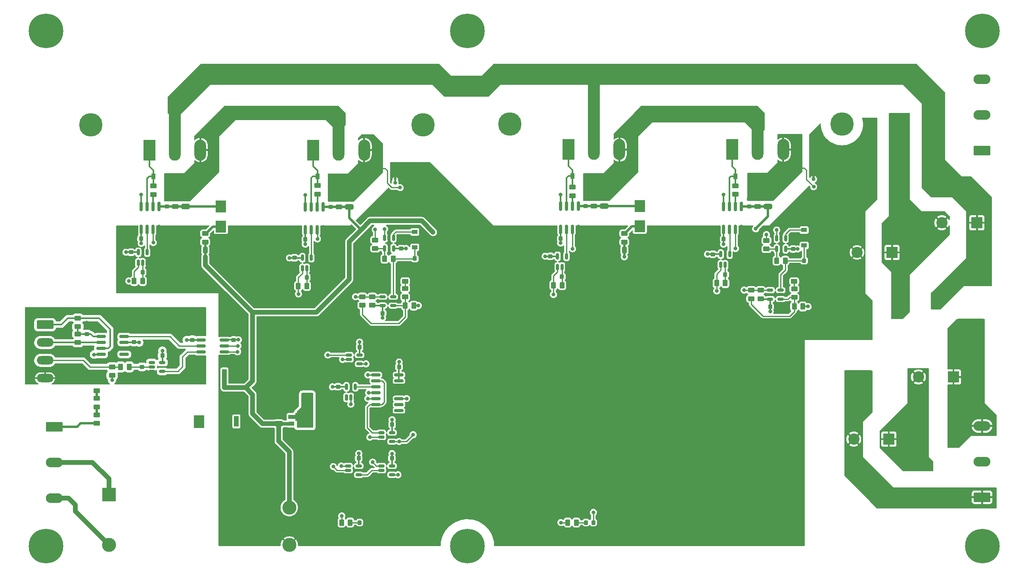
<source format=gtl>
%TF.GenerationSoftware,KiCad,Pcbnew,6.0.7-f9a2dced07~116~ubuntu20.04.1*%
%TF.CreationDate,2022-10-02T03:00:24-04:00*%
%TF.ProjectId,SSTC_Full_Bridge_Driver,53535443-5f46-4756-9c6c-5f4272696467,rev?*%
%TF.SameCoordinates,Original*%
%TF.FileFunction,Copper,L1,Top*%
%TF.FilePolarity,Positive*%
%FSLAX46Y46*%
G04 Gerber Fmt 4.6, Leading zero omitted, Abs format (unit mm)*
G04 Created by KiCad (PCBNEW 6.0.7-f9a2dced07~116~ubuntu20.04.1) date 2022-10-02 03:00:24*
%MOMM*%
%LPD*%
G01*
G04 APERTURE LIST*
G04 Aperture macros list*
%AMRoundRect*
0 Rectangle with rounded corners*
0 $1 Rounding radius*
0 $2 $3 $4 $5 $6 $7 $8 $9 X,Y pos of 4 corners*
0 Add a 4 corners polygon primitive as box body*
4,1,4,$2,$3,$4,$5,$6,$7,$8,$9,$2,$3,0*
0 Add four circle primitives for the rounded corners*
1,1,$1+$1,$2,$3*
1,1,$1+$1,$4,$5*
1,1,$1+$1,$6,$7*
1,1,$1+$1,$8,$9*
0 Add four rect primitives between the rounded corners*
20,1,$1+$1,$2,$3,$4,$5,0*
20,1,$1+$1,$4,$5,$6,$7,0*
20,1,$1+$1,$6,$7,$8,$9,0*
20,1,$1+$1,$8,$9,$2,$3,0*%
%AMFreePoly0*
4,1,9,3.862500,-0.866500,0.737500,-0.866500,0.737500,-0.450000,-0.737500,-0.450000,-0.737500,0.450000,0.737500,0.450000,0.737500,0.866500,3.862500,0.866500,3.862500,-0.866500,3.862500,-0.866500,$1*%
G04 Aperture macros list end*
%TA.AperFunction,SMDPad,CuDef*%
%ADD10RoundRect,0.225000X0.225000X0.250000X-0.225000X0.250000X-0.225000X-0.250000X0.225000X-0.250000X0*%
%TD*%
%TA.AperFunction,SMDPad,CuDef*%
%ADD11RoundRect,0.250000X-0.475000X0.250000X-0.475000X-0.250000X0.475000X-0.250000X0.475000X0.250000X0*%
%TD*%
%TA.AperFunction,SMDPad,CuDef*%
%ADD12RoundRect,0.150000X-0.512500X-0.150000X0.512500X-0.150000X0.512500X0.150000X-0.512500X0.150000X0*%
%TD*%
%TA.AperFunction,SMDPad,CuDef*%
%ADD13RoundRect,0.225000X0.250000X-0.225000X0.250000X0.225000X-0.250000X0.225000X-0.250000X-0.225000X0*%
%TD*%
%TA.AperFunction,SMDPad,CuDef*%
%ADD14RoundRect,0.250000X0.450000X-0.262500X0.450000X0.262500X-0.450000X0.262500X-0.450000X-0.262500X0*%
%TD*%
%TA.AperFunction,SMDPad,CuDef*%
%ADD15RoundRect,0.249999X-0.450001X-1.450001X0.450001X-1.450001X0.450001X1.450001X-0.450001X1.450001X0*%
%TD*%
%TA.AperFunction,SMDPad,CuDef*%
%ADD16R,1.200000X0.900000*%
%TD*%
%TA.AperFunction,ComponentPad*%
%ADD17R,2.400000X2.400000*%
%TD*%
%TA.AperFunction,ComponentPad*%
%ADD18C,2.400000*%
%TD*%
%TA.AperFunction,ComponentPad*%
%ADD19C,7.400000*%
%TD*%
%TA.AperFunction,SMDPad,CuDef*%
%ADD20RoundRect,0.218750X0.218750X0.256250X-0.218750X0.256250X-0.218750X-0.256250X0.218750X-0.256250X0*%
%TD*%
%TA.AperFunction,ComponentPad*%
%ADD21RoundRect,0.250001X1.549999X-0.799999X1.549999X0.799999X-1.549999X0.799999X-1.549999X-0.799999X0*%
%TD*%
%TA.AperFunction,ComponentPad*%
%ADD22O,3.600000X2.100000*%
%TD*%
%TA.AperFunction,SMDPad,CuDef*%
%ADD23RoundRect,0.150000X0.512500X0.150000X-0.512500X0.150000X-0.512500X-0.150000X0.512500X-0.150000X0*%
%TD*%
%TA.AperFunction,SMDPad,CuDef*%
%ADD24RoundRect,0.225000X-0.250000X0.225000X-0.250000X-0.225000X0.250000X-0.225000X0.250000X0.225000X0*%
%TD*%
%TA.AperFunction,SMDPad,CuDef*%
%ADD25R,0.900000X1.200000*%
%TD*%
%TA.AperFunction,SMDPad,CuDef*%
%ADD26RoundRect,0.250000X-0.450000X0.262500X-0.450000X-0.262500X0.450000X-0.262500X0.450000X0.262500X0*%
%TD*%
%TA.AperFunction,ComponentPad*%
%ADD27R,2.500000X4.500000*%
%TD*%
%TA.AperFunction,ComponentPad*%
%ADD28O,2.500000X4.500000*%
%TD*%
%TA.AperFunction,SMDPad,CuDef*%
%ADD29RoundRect,0.225000X-0.225000X-0.250000X0.225000X-0.250000X0.225000X0.250000X-0.225000X0.250000X0*%
%TD*%
%TA.AperFunction,SMDPad,CuDef*%
%ADD30RoundRect,0.250000X0.650000X-0.325000X0.650000X0.325000X-0.650000X0.325000X-0.650000X-0.325000X0*%
%TD*%
%TA.AperFunction,SMDPad,CuDef*%
%ADD31RoundRect,0.250000X0.262500X0.450000X-0.262500X0.450000X-0.262500X-0.450000X0.262500X-0.450000X0*%
%TD*%
%TA.AperFunction,SMDPad,CuDef*%
%ADD32RoundRect,0.150000X0.150000X-0.512500X0.150000X0.512500X-0.150000X0.512500X-0.150000X-0.512500X0*%
%TD*%
%TA.AperFunction,ComponentPad*%
%ADD33R,3.000000X3.000000*%
%TD*%
%TA.AperFunction,ComponentPad*%
%ADD34C,3.000000*%
%TD*%
%TA.AperFunction,SMDPad,CuDef*%
%ADD35RoundRect,0.250000X-0.262500X-0.450000X0.262500X-0.450000X0.262500X0.450000X-0.262500X0.450000X0*%
%TD*%
%TA.AperFunction,SMDPad,CuDef*%
%ADD36RoundRect,0.150000X0.150000X-0.825000X0.150000X0.825000X-0.150000X0.825000X-0.150000X-0.825000X0*%
%TD*%
%TA.AperFunction,SMDPad,CuDef*%
%ADD37R,1.300000X0.900000*%
%TD*%
%TA.AperFunction,SMDPad,CuDef*%
%ADD38FreePoly0,0.000000*%
%TD*%
%TA.AperFunction,SMDPad,CuDef*%
%ADD39RoundRect,0.250000X0.250000X0.475000X-0.250000X0.475000X-0.250000X-0.475000X0.250000X-0.475000X0*%
%TD*%
%TA.AperFunction,SMDPad,CuDef*%
%ADD40RoundRect,0.250000X0.362500X1.425000X-0.362500X1.425000X-0.362500X-1.425000X0.362500X-1.425000X0*%
%TD*%
%TA.AperFunction,ComponentPad*%
%ADD41C,5.000000*%
%TD*%
%TA.AperFunction,SMDPad,CuDef*%
%ADD42R,5.400000X2.900000*%
%TD*%
%TA.AperFunction,SMDPad,CuDef*%
%ADD43R,1.000000X2.300000*%
%TD*%
%TA.AperFunction,SMDPad,CuDef*%
%ADD44RoundRect,0.150000X-0.825000X-0.150000X0.825000X-0.150000X0.825000X0.150000X-0.825000X0.150000X0*%
%TD*%
%TA.AperFunction,SMDPad,CuDef*%
%ADD45RoundRect,0.250000X0.312500X0.625000X-0.312500X0.625000X-0.312500X-0.625000X0.312500X-0.625000X0*%
%TD*%
%TA.AperFunction,SMDPad,CuDef*%
%ADD46RoundRect,0.250000X-0.650000X0.325000X-0.650000X-0.325000X0.650000X-0.325000X0.650000X0.325000X0*%
%TD*%
%TA.AperFunction,SMDPad,CuDef*%
%ADD47RoundRect,0.150000X-0.150000X0.512500X-0.150000X-0.512500X0.150000X-0.512500X0.150000X0.512500X0*%
%TD*%
%TA.AperFunction,SMDPad,CuDef*%
%ADD48R,2.300000X2.500000*%
%TD*%
%TA.AperFunction,SMDPad,CuDef*%
%ADD49RoundRect,0.250000X-0.250000X-0.475000X0.250000X-0.475000X0.250000X0.475000X-0.250000X0.475000X0*%
%TD*%
%TA.AperFunction,ComponentPad*%
%ADD50RoundRect,0.250001X-1.549999X0.799999X-1.549999X-0.799999X1.549999X-0.799999X1.549999X0.799999X0*%
%TD*%
%TA.AperFunction,SMDPad,CuDef*%
%ADD51C,0.500000*%
%TD*%
%TA.AperFunction,SMDPad,CuDef*%
%ADD52RoundRect,0.250000X0.325000X0.650000X-0.325000X0.650000X-0.325000X-0.650000X0.325000X-0.650000X0*%
%TD*%
%TA.AperFunction,SMDPad,CuDef*%
%ADD53RoundRect,0.150000X0.825000X0.150000X-0.825000X0.150000X-0.825000X-0.150000X0.825000X-0.150000X0*%
%TD*%
%TA.AperFunction,SMDPad,CuDef*%
%ADD54RoundRect,0.250000X-1.425000X0.362500X-1.425000X-0.362500X1.425000X-0.362500X1.425000X0.362500X0*%
%TD*%
%TA.AperFunction,ComponentPad*%
%ADD55RoundRect,0.250000X-1.550000X0.650000X-1.550000X-0.650000X1.550000X-0.650000X1.550000X0.650000X0*%
%TD*%
%TA.AperFunction,ComponentPad*%
%ADD56O,3.600000X1.800000*%
%TD*%
%TA.AperFunction,ViaPad*%
%ADD57C,0.800000*%
%TD*%
%TA.AperFunction,Conductor*%
%ADD58C,1.000000*%
%TD*%
%TA.AperFunction,Conductor*%
%ADD59C,0.500000*%
%TD*%
%TA.AperFunction,Conductor*%
%ADD60C,0.350000*%
%TD*%
%TA.AperFunction,Conductor*%
%ADD61C,0.250000*%
%TD*%
%TA.AperFunction,Conductor*%
%ADD62C,0.750000*%
%TD*%
%TA.AperFunction,Conductor*%
%ADD63C,2.500000*%
%TD*%
G04 APERTURE END LIST*
%TO.C,NT3*%
G36*
X199150000Y-61650000D02*
G01*
X198650000Y-61650000D01*
X198650000Y-60650000D01*
X199150000Y-60650000D01*
X199150000Y-61650000D01*
G37*
%TO.C,NT2*%
G36*
X109800000Y-61750000D02*
G01*
X109300000Y-61750000D01*
X109300000Y-60750000D01*
X109800000Y-60750000D01*
X109800000Y-61750000D01*
G37*
%TD*%
D10*
%TO.P,C38,1*%
%TO.N,GND*%
X146725000Y-82450000D03*
%TO.P,C38,2*%
%TO.N,Net-(C38-Pad2)*%
X145175000Y-82450000D03*
%TD*%
D11*
%TO.P,C46,1*%
%TO.N,/CS_L*%
X187000000Y-65550000D03*
%TO.P,C46,2*%
%TO.N,+15V*%
X187000000Y-67450000D03*
%TD*%
D10*
%TO.P,C28,1*%
%TO.N,GND*%
X108437500Y-90300000D03*
%TO.P,C28,2*%
%TO.N,+3V3*%
X106887500Y-90300000D03*
%TD*%
D12*
%TO.P,U14,1*%
%TO.N,/PWM*%
X99675000Y-99200000D03*
%TO.P,U14,2*%
%TO.N,Net-(U11-Pad5)*%
X99675000Y-100150000D03*
%TO.P,U14,3,GND*%
%TO.N,GND*%
X99675000Y-101100000D03*
%TO.P,U14,4*%
%TO.N,/PWM_A*%
X101950000Y-101100000D03*
%TO.P,U14,5,VCC*%
%TO.N,+3V3*%
X101950000Y-99200000D03*
%TD*%
D13*
%TO.P,C23,1*%
%TO.N,GND*%
X53150000Y-78800000D03*
%TO.P,C23,2*%
%TO.N,+3V3*%
X53150000Y-77250000D03*
%TD*%
D14*
%TO.P,R34,1*%
%TO.N,Net-(R34-Pad1)*%
X57900000Y-64912500D03*
%TO.P,R34,2*%
%TO.N,Net-(D7-Pad1)*%
X57900000Y-63087500D03*
%TD*%
D12*
%TO.P,U8,1*%
%TO.N,/I_SNS_L*%
X99512500Y-122900000D03*
%TO.P,U8,2*%
%TO.N,/I_SNS_R*%
X99512500Y-123850000D03*
%TO.P,U8,3,GND*%
%TO.N,GND*%
X99512500Y-124800000D03*
%TO.P,U8,4*%
%TO.N,Net-(U10-Pad2)*%
X101787500Y-124800000D03*
%TO.P,U8,5,VCC*%
%TO.N,+3V3*%
X101787500Y-122900000D03*
%TD*%
D15*
%TO.P,C12,1*%
%TO.N,Net-(C10-Pad1)*%
X218750000Y-57450000D03*
%TO.P,C12,2*%
%TO.N,/HI_V*%
X222850000Y-57450000D03*
%TD*%
D14*
%TO.P,R36,1*%
%TO.N,Net-(R36-Pad1)*%
X92950000Y-64812500D03*
%TO.P,R36,2*%
%TO.N,Net-(D9-Pad1)*%
X92950000Y-62987500D03*
%TD*%
D16*
%TO.P,D3,1,K*%
%TO.N,Net-(C25-Pad2)*%
X196900000Y-75800000D03*
%TO.P,D3,2,A*%
%TO.N,Net-(D3-Pad2)*%
X196900000Y-72500000D03*
%TD*%
D17*
%TO.P,C1,1*%
%TO.N,Net-(C1-Pad1)*%
X228800000Y-103900000D03*
D18*
%TO.P,C1,2*%
%TO.N,Net-(C1-Pad2)*%
X221300000Y-103900000D03*
%TD*%
D13*
%TO.P,C27,1*%
%TO.N,GND*%
X142700000Y-79675000D03*
%TO.P,C27,2*%
%TO.N,+3V3*%
X142700000Y-78125000D03*
%TD*%
D19*
%TO.P,H5,1*%
%TO.N,N/C*%
X125000000Y-140000000D03*
%TD*%
D13*
%TO.P,C32,1*%
%TO.N,GND*%
X97350000Y-107537500D03*
%TO.P,C32,2*%
%TO.N,+3V3*%
X97350000Y-105987500D03*
%TD*%
D20*
%TO.P,D1,1,K*%
%TO.N,GND*%
X103537500Y-135000000D03*
%TO.P,D1,2,A*%
%TO.N,Net-(D1-Pad2)*%
X101962500Y-135000000D03*
%TD*%
D21*
%TO.P,J2,1,Pin_1*%
%TO.N,Net-(C2-Pad2)*%
X234900000Y-129600000D03*
D22*
%TO.P,J2,2,Pin_2*%
%TO.N,unconnected-(J2-Pad2)*%
X234900000Y-121980000D03*
%TO.P,J2,3,Pin_3*%
%TO.N,Net-(C1-Pad1)*%
X234900000Y-114360000D03*
%TD*%
D13*
%TO.P,C29,1*%
%TO.N,GND*%
X177400000Y-79225000D03*
%TO.P,C29,2*%
%TO.N,+3V3*%
X177400000Y-77675000D03*
%TD*%
%TO.P,C26,1*%
%TO.N,GND*%
X88050000Y-79975000D03*
%TO.P,C26,2*%
%TO.N,+3V3*%
X88050000Y-78425000D03*
%TD*%
D23*
%TO.P,U13,1,+*%
%TO.N,Net-(R20-Pad1)*%
X191900000Y-87250000D03*
%TO.P,U13,2,V-*%
%TO.N,GND*%
X191900000Y-86300000D03*
%TO.P,U13,3,-*%
%TO.N,Net-(C25-Pad2)*%
X191900000Y-85350000D03*
%TO.P,U13,4*%
%TO.N,/I_SNS_L*%
X189625000Y-85350000D03*
%TO.P,U13,5,V+*%
%TO.N,+3V3*%
X189625000Y-87250000D03*
%TD*%
D24*
%TO.P,C3,1*%
%TO.N,GNDA*%
X43700000Y-93175000D03*
%TO.P,C3,2*%
%TO.N,Net-(C3-Pad2)*%
X43700000Y-94725000D03*
%TD*%
D10*
%TO.P,C9,1*%
%TO.N,+5V*%
X59850000Y-99300000D03*
%TO.P,C9,2*%
%TO.N,GNDA*%
X58300000Y-99300000D03*
%TD*%
D17*
%TO.P,C6,1*%
%TO.N,/HI_V*%
X233800000Y-70950000D03*
D18*
%TO.P,C6,2*%
%TO.N,Net-(C10-Pad1)*%
X226300000Y-70950000D03*
%TD*%
D25*
%TO.P,D9,1,K*%
%TO.N,Net-(D9-Pad1)*%
X92950000Y-61050000D03*
%TO.P,D9,2,A*%
%TO.N,/CS_R*%
X96250000Y-61050000D03*
%TD*%
D26*
%TO.P,R18,1*%
%TO.N,Net-(R18-Pad1)*%
X111700000Y-84975000D03*
%TO.P,R18,2*%
%TO.N,Net-(R17-Pad1)*%
X111700000Y-86800000D03*
%TD*%
D27*
%TO.P,Q2,1,G*%
%TO.N,Net-(D9-Pad1)*%
X92050000Y-55420000D03*
D28*
%TO.P,Q2,2,D*%
%TO.N,/SW_R*%
X97500000Y-55420000D03*
%TO.P,Q2,3,S*%
%TO.N,/CS_R*%
X102950000Y-55420000D03*
%TD*%
D24*
%TO.P,C48,1*%
%TO.N,/CS_L*%
X185200000Y-65900000D03*
%TO.P,C48,2*%
%TO.N,+15V*%
X185200000Y-67450000D03*
%TD*%
D29*
%TO.P,C35,1*%
%TO.N,GND*%
X100225000Y-121250000D03*
%TO.P,C35,2*%
%TO.N,+3V3*%
X101775000Y-121250000D03*
%TD*%
D12*
%TO.P,U10,1*%
%TO.N,/EN*%
X106612500Y-122900000D03*
%TO.P,U10,2*%
%TO.N,Net-(U10-Pad2)*%
X106612500Y-123850000D03*
%TO.P,U10,3,GND*%
%TO.N,GND*%
X106612500Y-124800000D03*
%TO.P,U10,4*%
%TO.N,/SHUTDOWN*%
X108887500Y-124800000D03*
%TO.P,U10,5,VCC*%
%TO.N,+3V3*%
X108887500Y-122900000D03*
%TD*%
D30*
%TO.P,C8,1*%
%TO.N,+15V*%
X84650000Y-113900000D03*
%TO.P,C8,2*%
%TO.N,GND*%
X84650000Y-110950000D03*
%TD*%
D31*
%TO.P,R14,1*%
%TO.N,Net-(C24-Pad2)*%
X109125000Y-78650000D03*
%TO.P,R14,2*%
%TO.N,Net-(R12-Pad1)*%
X107300000Y-78650000D03*
%TD*%
D32*
%TO.P,U9,1,NC*%
%TO.N,unconnected-(U9-Pad1)*%
X99150000Y-108275000D03*
%TO.P,U9,2*%
%TO.N,/PWM*%
X100100000Y-108275000D03*
%TO.P,U9,3,GND*%
%TO.N,GND*%
X101050000Y-108275000D03*
%TO.P,U9,4*%
%TO.N,Net-(U11-Pad3)*%
X101050000Y-106000000D03*
%TO.P,U9,5,VCC*%
%TO.N,+3V3*%
X99150000Y-106000000D03*
%TD*%
D10*
%TO.P,C37,1*%
%TO.N,GND*%
X92250000Y-82600000D03*
%TO.P,C37,2*%
%TO.N,Net-(C37-Pad2)*%
X90700000Y-82600000D03*
%TD*%
D29*
%TO.P,C40,1*%
%TO.N,GND*%
X107325000Y-121250000D03*
%TO.P,C40,2*%
%TO.N,+3V3*%
X108875000Y-121250000D03*
%TD*%
D27*
%TO.P,Q4,1,G*%
%TO.N,Net-(D10-Pad1)*%
X181550000Y-55320000D03*
D28*
%TO.P,Q4,2,D*%
%TO.N,/SW_L*%
X187000000Y-55320000D03*
%TO.P,Q4,3,S*%
%TO.N,/CS_L*%
X192450000Y-55320000D03*
%TD*%
D33*
%TO.P,PS1,1,AC/N*%
%TO.N,Net-(J3-Pad2)*%
X48442500Y-129050000D03*
D34*
%TO.P,PS1,2,AC/L*%
%TO.N,Net-(J3-Pad3)*%
X48442500Y-139800000D03*
%TO.P,PS1,3,-Vo*%
%TO.N,GND*%
X86942500Y-139800000D03*
%TO.P,PS1,4,+Vo*%
%TO.N,+15V*%
X86942500Y-131800000D03*
%TD*%
D26*
%TO.P,R21,1*%
%TO.N,Net-(R21-Pad1)*%
X194800000Y-85075000D03*
%TO.P,R21,2*%
%TO.N,Net-(R20-Pad1)*%
X194800000Y-86900000D03*
%TD*%
D35*
%TO.P,R31,1*%
%TO.N,/PWM_A*%
X178225000Y-83850000D03*
%TO.P,R31,2*%
%TO.N,Net-(C39-Pad2)*%
X180050000Y-83850000D03*
%TD*%
D36*
%TO.P,U20,1,VDDA*%
%TO.N,+3V3*%
X55340000Y-72400000D03*
%TO.P,U20,2,IN*%
%TO.N,Net-(U16-Pad4)*%
X56610000Y-72400000D03*
%TO.P,U20,3,EN*%
%TO.N,/SHUTDOWN*%
X57880000Y-72400000D03*
%TO.P,U20,4,GNDA*%
%TO.N,GND*%
X59150000Y-72400000D03*
%TO.P,U20,5,VDDB*%
%TO.N,Net-(C49-Pad2)*%
X59150000Y-67450000D03*
%TO.P,U20,6,OUT*%
%TO.N,Net-(R34-Pad1)*%
X57880000Y-67450000D03*
%TO.P,U20,7,CLAMP*%
%TO.N,Net-(D7-Pad1)*%
X56610000Y-67450000D03*
%TO.P,U20,8,VSSB*%
%TO.N,/SW_R*%
X55340000Y-67450000D03*
%TD*%
D10*
%TO.P,C25,1*%
%TO.N,GND*%
X198450000Y-79050000D03*
%TO.P,C25,2*%
%TO.N,Net-(C25-Pad2)*%
X196900000Y-79050000D03*
%TD*%
D15*
%TO.P,C19,1*%
%TO.N,GND*%
X211850000Y-50550000D03*
%TO.P,C19,2*%
%TO.N,Net-(C10-Pad1)*%
X215950000Y-50550000D03*
%TD*%
D37*
%TO.P,U3,1,GND*%
%TO.N,GND*%
X87400000Y-110900000D03*
D38*
%TO.P,U3,2,VO*%
%TO.N,+3V3*%
X87487500Y-112400000D03*
D37*
%TO.P,U3,3,VI*%
%TO.N,+15V*%
X87400000Y-113900000D03*
%TD*%
D14*
%TO.P,R13,1*%
%TO.N,Net-(R13-Pad1)*%
X188850000Y-76550000D03*
%TO.P,R13,2*%
%TO.N,/CSN_L*%
X188850000Y-74725000D03*
%TD*%
D26*
%TO.P,R26,1*%
%TO.N,/I_SNS_R*%
X104700000Y-86750000D03*
%TO.P,R26,2*%
%TO.N,+3V3*%
X104700000Y-88575000D03*
%TD*%
D35*
%TO.P,R17,1*%
%TO.N,Net-(R17-Pad1)*%
X111712500Y-88650000D03*
%TO.P,R17,2*%
%TO.N,+3V3*%
X113537500Y-88650000D03*
%TD*%
D12*
%TO.P,U1,1,NC*%
%TO.N,unconnected-(U1-Pad1)*%
X57562500Y-100800000D03*
%TO.P,U1,2*%
%TO.N,Net-(C4-Pad2)*%
X57562500Y-101750000D03*
%TO.P,U1,3,GND*%
%TO.N,GNDA*%
X57562500Y-102700000D03*
%TO.P,U1,4*%
%TO.N,Net-(U1-Pad4)*%
X59837500Y-102700000D03*
%TO.P,U1,5,VCC*%
%TO.N,+5V*%
X59837500Y-100800000D03*
%TD*%
D14*
%TO.P,R23,1*%
%TO.N,Net-(R17-Pad1)*%
X102550000Y-88575000D03*
%TO.P,R23,2*%
%TO.N,/I_SNS_R*%
X102550000Y-86750000D03*
%TD*%
%TO.P,R6,1*%
%TO.N,+5V*%
X49100000Y-103575000D03*
%TO.P,R6,2*%
%TO.N,Net-(J1-Pad3)*%
X49100000Y-101750000D03*
%TD*%
D39*
%TO.P,C58,1*%
%TO.N,GND*%
X160400000Y-76800000D03*
%TO.P,C58,2*%
%TO.N,+15V*%
X158500000Y-76800000D03*
%TD*%
D40*
%TO.P,R10,1*%
%TO.N,/HI_V*%
X224612500Y-87400000D03*
%TO.P,R10,2*%
%TO.N,Net-(C10-Pad1)*%
X218687500Y-87400000D03*
%TD*%
D41*
%TO.P,HS1,1*%
%TO.N,N/C*%
X44530000Y-50000000D03*
X115470000Y-50000000D03*
%TD*%
D15*
%TO.P,C10,1*%
%TO.N,Net-(C10-Pad1)*%
X218750000Y-61450000D03*
%TO.P,C10,2*%
%TO.N,/HI_V*%
X222850000Y-61450000D03*
%TD*%
D10*
%TO.P,C24,1*%
%TO.N,GND*%
X115300000Y-78600000D03*
%TO.P,C24,2*%
%TO.N,Net-(C24-Pad2)*%
X113750000Y-78600000D03*
%TD*%
D42*
%TO.P,L2,1,1*%
%TO.N,Net-(C2-Pad2)*%
X208400000Y-103900000D03*
%TO.P,L2,2,2*%
%TO.N,GND*%
X208400000Y-94000000D03*
%TD*%
D35*
%TO.P,R28,1*%
%TO.N,/PWM_A*%
X53825000Y-83400000D03*
%TO.P,R28,2*%
%TO.N,Net-(C36-Pad2)*%
X55650000Y-83400000D03*
%TD*%
D14*
%TO.P,R32,1*%
%TO.N,+15V*%
X69000000Y-75062500D03*
%TO.P,R32,2*%
%TO.N,Net-(R32-Pad2)*%
X69000000Y-73237500D03*
%TD*%
D43*
%TO.P,U4,1,-Vin*%
%TO.N,GND*%
X75660000Y-103387500D03*
%TO.P,U4,2,+Vin*%
%TO.N,+15V*%
X73120000Y-103387500D03*
%TO.P,U4,4,0V*%
%TO.N,GNDA*%
X68040000Y-103387500D03*
%TO.P,U4,5,+Vout*%
%TO.N,+5V*%
X68040000Y-113387500D03*
%TO.P,U4,8,NC*%
%TO.N,unconnected-(U4-Pad8)*%
X75660000Y-113387500D03*
%TD*%
D14*
%TO.P,R2,1*%
%TO.N,Net-(R1-Pad2)*%
X45850000Y-110300000D03*
%TO.P,R2,2*%
%TO.N,Net-(R2-Pad2)*%
X45850000Y-108475000D03*
%TD*%
D20*
%TO.P,D4,1,K*%
%TO.N,/SHUTDOWN*%
X151887500Y-135000000D03*
%TO.P,D4,2,A*%
%TO.N,Net-(D4-Pad2)*%
X150312500Y-135000000D03*
%TD*%
D19*
%TO.P,H2,1*%
%TO.N,N/C*%
X125000000Y-30000000D03*
%TD*%
D13*
%TO.P,C15,1*%
%TO.N,+5V*%
X66250000Y-95975000D03*
%TO.P,C15,2*%
%TO.N,GNDA*%
X66250000Y-94425000D03*
%TD*%
D32*
%TO.P,U19,1*%
%TO.N,/PWM_A*%
X179100000Y-79937500D03*
%TO.P,U19,2*%
%TO.N,Net-(C39-Pad2)*%
X180050000Y-79937500D03*
%TO.P,U19,3,GND*%
%TO.N,GND*%
X181000000Y-79937500D03*
%TO.P,U19,4*%
%TO.N,Net-(U19-Pad4)*%
X181000000Y-77662500D03*
%TO.P,U19,5,VCC*%
%TO.N,+3V3*%
X179100000Y-77662500D03*
%TD*%
D24*
%TO.P,C22,1*%
%TO.N,GND*%
X194550000Y-75000000D03*
%TO.P,C22,2*%
%TO.N,+3V3*%
X194550000Y-76550000D03*
%TD*%
D15*
%TO.P,C18,1*%
%TO.N,Net-(C10-Pad1)*%
X218750000Y-49450000D03*
%TO.P,C18,2*%
%TO.N,/HI_V*%
X222850000Y-49450000D03*
%TD*%
D42*
%TO.P,L1,1,1*%
%TO.N,Net-(C1-Pad1)*%
X232550000Y-92850000D03*
%TO.P,L1,2,2*%
%TO.N,/HI_V*%
X232550000Y-82950000D03*
%TD*%
D25*
%TO.P,D7,1,K*%
%TO.N,Net-(D7-Pad1)*%
X57900000Y-61000000D03*
%TO.P,D7,2,A*%
%TO.N,/SW_R*%
X61200000Y-61000000D03*
%TD*%
D12*
%TO.P,U15,1*%
%TO.N,Net-(U11-Pad2)*%
X106612500Y-115800000D03*
%TO.P,U15,2*%
%TO.N,/PWM*%
X106612500Y-116750000D03*
%TO.P,U15,3,GND*%
%TO.N,GND*%
X106612500Y-117700000D03*
%TO.P,U15,4*%
%TO.N,/PWM_B*%
X108887500Y-117700000D03*
%TO.P,U15,5,VCC*%
%TO.N,+3V3*%
X108887500Y-115800000D03*
%TD*%
D26*
%TO.P,R7,1*%
%TO.N,/CANH*%
X41800000Y-91337500D03*
%TO.P,R7,2*%
%TO.N,Net-(C3-Pad2)*%
X41800000Y-93162500D03*
%TD*%
D44*
%TO.P,U11,1,~{R}*%
%TO.N,+3V3*%
X105425000Y-103440000D03*
%TO.P,U11,2,D*%
%TO.N,Net-(U11-Pad2)*%
X105425000Y-104710000D03*
%TO.P,U11,3,C*%
%TO.N,Net-(U11-Pad3)*%
X105425000Y-105980000D03*
%TO.P,U11,4,~{S}*%
%TO.N,+3V3*%
X105425000Y-107250000D03*
%TO.P,U11,5,Q*%
%TO.N,Net-(U11-Pad5)*%
X105425000Y-108520000D03*
%TO.P,U11,6,~{Q}*%
%TO.N,Net-(U11-Pad2)*%
X105425000Y-109790000D03*
%TO.P,U11,7,GND*%
%TO.N,GND*%
X105425000Y-111060000D03*
%TO.P,U11,8,~{Q}*%
%TO.N,unconnected-(U11-Pad8)*%
X110375000Y-111060000D03*
%TO.P,U11,9,Q*%
%TO.N,unconnected-(U11-Pad9)*%
X110375000Y-109790000D03*
%TO.P,U11,10,~{S}*%
%TO.N,+3V3*%
X110375000Y-108520000D03*
%TO.P,U11,11,C*%
%TO.N,GND*%
X110375000Y-107250000D03*
%TO.P,U11,12,D*%
X110375000Y-105980000D03*
%TO.P,U11,13,~{R}*%
%TO.N,+3V3*%
X110375000Y-104710000D03*
%TO.P,U11,14,VCC*%
X110375000Y-103440000D03*
%TD*%
D32*
%TO.P,U18,1*%
%TO.N,/PWM_B*%
X144250000Y-80387500D03*
%TO.P,U18,2*%
%TO.N,Net-(C38-Pad2)*%
X145200000Y-80387500D03*
%TO.P,U18,3,GND*%
%TO.N,GND*%
X146150000Y-80387500D03*
%TO.P,U18,4*%
%TO.N,Net-(U18-Pad4)*%
X146150000Y-78112500D03*
%TO.P,U18,5,VCC*%
%TO.N,+3V3*%
X144250000Y-78112500D03*
%TD*%
D31*
%TO.P,R15,1*%
%TO.N,Net-(C25-Pad2)*%
X192862500Y-79050000D03*
%TO.P,R15,2*%
%TO.N,Net-(R13-Pad1)*%
X191037500Y-79050000D03*
%TD*%
D29*
%TO.P,C34,1*%
%TO.N,GND*%
X107355560Y-114070000D03*
%TO.P,C34,2*%
%TO.N,+3V3*%
X108905560Y-114070000D03*
%TD*%
D40*
%TO.P,R11,1*%
%TO.N,Net-(C10-Pad1)*%
X216375000Y-89840000D03*
%TO.P,R11,2*%
%TO.N,GND*%
X210450000Y-89840000D03*
%TD*%
D14*
%TO.P,R12,1*%
%TO.N,Net-(R12-Pad1)*%
X105300000Y-76462500D03*
%TO.P,R12,2*%
%TO.N,/CSN_R*%
X105300000Y-74637500D03*
%TD*%
D11*
%TO.P,C45,1*%
%TO.N,/CS_R*%
X97550000Y-65650000D03*
%TO.P,C45,2*%
%TO.N,+15V*%
X97550000Y-67550000D03*
%TD*%
D35*
%TO.P,R9,1*%
%TO.N,Net-(J1-Pad3)*%
X50937500Y-101750000D03*
%TO.P,R9,2*%
%TO.N,Net-(C4-Pad2)*%
X52762500Y-101750000D03*
%TD*%
D14*
%TO.P,R24,1*%
%TO.N,Net-(R20-Pad1)*%
X185600000Y-87175000D03*
%TO.P,R24,2*%
%TO.N,/I_SNS_L*%
X185600000Y-85350000D03*
%TD*%
D15*
%TO.P,C13,1*%
%TO.N,GND*%
X211850000Y-59550000D03*
%TO.P,C13,2*%
%TO.N,Net-(C10-Pad1)*%
X215950000Y-59550000D03*
%TD*%
D25*
%TO.P,D10,1,K*%
%TO.N,Net-(D10-Pad1)*%
X182250000Y-61000000D03*
%TO.P,D10,2,A*%
%TO.N,/CS_L*%
X185550000Y-61000000D03*
%TD*%
D19*
%TO.P,H3,1*%
%TO.N,N/C*%
X235000000Y-30000000D03*
%TD*%
D15*
%TO.P,C11,1*%
%TO.N,GND*%
X211850000Y-64050000D03*
%TO.P,C11,2*%
%TO.N,Net-(C10-Pad1)*%
X215950000Y-64050000D03*
%TD*%
D45*
%TO.P,R38,1*%
%TO.N,GND*%
X109275000Y-59350000D03*
%TO.P,R38,2*%
%TO.N,/CS_R*%
X106350000Y-59350000D03*
%TD*%
D46*
%TO.P,C52,1*%
%TO.N,/CS_L*%
X189200000Y-64500000D03*
%TO.P,C52,2*%
%TO.N,+15V*%
X189200000Y-67450000D03*
%TD*%
D25*
%TO.P,D8,1,K*%
%TO.N,Net-(D8-Pad1)*%
X147450000Y-60950000D03*
%TO.P,D8,2,A*%
%TO.N,/SW_L*%
X150750000Y-60950000D03*
%TD*%
D46*
%TO.P,C56,1*%
%TO.N,/SW_L*%
X154200000Y-64450000D03*
%TO.P,C56,2*%
%TO.N,Net-(C51-Pad2)*%
X154200000Y-67400000D03*
%TD*%
D17*
%TO.P,C7,1*%
%TO.N,Net-(C10-Pad1)*%
X215700000Y-77290000D03*
D18*
%TO.P,C7,2*%
%TO.N,GND*%
X208200000Y-77290000D03*
%TD*%
D47*
%TO.P,U6,1*%
%TO.N,Net-(D2-Pad2)*%
X109200000Y-74162500D03*
%TO.P,U6,2,V-*%
%TO.N,GND*%
X108250000Y-74162500D03*
%TO.P,U6,3,+*%
%TO.N,/CS_R*%
X107300000Y-74162500D03*
%TO.P,U6,4,-*%
%TO.N,Net-(R12-Pad1)*%
X107300000Y-76437500D03*
%TO.P,U6,5,V+*%
%TO.N,+3V3*%
X109200000Y-76437500D03*
%TD*%
D32*
%TO.P,U16,1*%
%TO.N,/PWM_A*%
X54700000Y-79525000D03*
%TO.P,U16,2*%
%TO.N,Net-(C36-Pad2)*%
X55650000Y-79525000D03*
%TO.P,U16,3,GND*%
%TO.N,GND*%
X56600000Y-79525000D03*
%TO.P,U16,4*%
%TO.N,Net-(U16-Pad4)*%
X56600000Y-77250000D03*
%TO.P,U16,5,VCC*%
%TO.N,+3V3*%
X54700000Y-77250000D03*
%TD*%
D14*
%TO.P,R35,1*%
%TO.N,Net-(R35-Pad1)*%
X147450000Y-65162500D03*
%TO.P,R35,2*%
%TO.N,Net-(D8-Pad1)*%
X147450000Y-63337500D03*
%TD*%
D32*
%TO.P,U17,1*%
%TO.N,/PWM_B*%
X89750000Y-80687500D03*
%TO.P,U17,2*%
%TO.N,Net-(C37-Pad2)*%
X90700000Y-80687500D03*
%TO.P,U17,3,GND*%
%TO.N,GND*%
X91650000Y-80687500D03*
%TO.P,U17,4*%
%TO.N,Net-(U17-Pad4)*%
X91650000Y-78412500D03*
%TO.P,U17,5,VCC*%
%TO.N,+3V3*%
X89750000Y-78412500D03*
%TD*%
D48*
%TO.P,D6,1,K*%
%TO.N,Net-(C51-Pad2)*%
X161800000Y-67400000D03*
%TO.P,D6,2,A*%
%TO.N,Net-(R33-Pad2)*%
X161800000Y-71700000D03*
%TD*%
D29*
%TO.P,C33,1*%
%TO.N,GND*%
X100412500Y-97530000D03*
%TO.P,C33,2*%
%TO.N,+3V3*%
X101962500Y-97530000D03*
%TD*%
%TO.P,C43,1*%
%TO.N,GND*%
X143350000Y-74350000D03*
%TO.P,C43,2*%
%TO.N,+3V3*%
X144900000Y-74350000D03*
%TD*%
D10*
%TO.P,C39,1*%
%TO.N,GND*%
X181600000Y-82000000D03*
%TO.P,C39,2*%
%TO.N,Net-(C39-Pad2)*%
X180050000Y-82000000D03*
%TD*%
D16*
%TO.P,D2,1,K*%
%TO.N,Net-(C24-Pad2)*%
X113750000Y-76200000D03*
%TO.P,D2,2,A*%
%TO.N,Net-(D2-Pad2)*%
X113750000Y-72900000D03*
%TD*%
D49*
%TO.P,C57,1*%
%TO.N,+15V*%
X69000000Y-76800000D03*
%TO.P,C57,2*%
%TO.N,GND*%
X70900000Y-76800000D03*
%TD*%
D36*
%TO.P,U21,1,VDDA*%
%TO.N,+3V3*%
X90375000Y-72500000D03*
%TO.P,U21,2,IN*%
%TO.N,Net-(U17-Pad4)*%
X91645000Y-72500000D03*
%TO.P,U21,3,EN*%
%TO.N,/SHUTDOWN*%
X92915000Y-72500000D03*
%TO.P,U21,4,GNDA*%
%TO.N,GND*%
X94185000Y-72500000D03*
%TO.P,U21,5,VDDB*%
%TO.N,+15V*%
X94185000Y-67550000D03*
%TO.P,U21,6,OUT*%
%TO.N,Net-(R36-Pad1)*%
X92915000Y-67550000D03*
%TO.P,U21,7,CLAMP*%
%TO.N,Net-(D9-Pad1)*%
X91645000Y-67550000D03*
%TO.P,U21,8,VSSB*%
%TO.N,/CS_R*%
X90375000Y-67550000D03*
%TD*%
D26*
%TO.P,R8,1*%
%TO.N,Net-(C3-Pad2)*%
X41800000Y-94725000D03*
%TO.P,R8,2*%
%TO.N,/CANL*%
X41800000Y-96550000D03*
%TD*%
D36*
%TO.P,U22,1,VDDA*%
%TO.N,+3V3*%
X144890000Y-72350000D03*
%TO.P,U22,2,IN*%
%TO.N,Net-(U18-Pad4)*%
X146160000Y-72350000D03*
%TO.P,U22,3,EN*%
%TO.N,/SHUTDOWN*%
X147430000Y-72350000D03*
%TO.P,U22,4,GNDA*%
%TO.N,GND*%
X148700000Y-72350000D03*
%TO.P,U22,5,VDDB*%
%TO.N,Net-(C51-Pad2)*%
X148700000Y-67400000D03*
%TO.P,U22,6,OUT*%
%TO.N,Net-(R35-Pad1)*%
X147430000Y-67400000D03*
%TO.P,U22,7,CLAMP*%
%TO.N,Net-(D8-Pad1)*%
X146160000Y-67400000D03*
%TO.P,U22,8,VSSB*%
%TO.N,/SW_L*%
X144890000Y-67400000D03*
%TD*%
D47*
%TO.P,U7,1*%
%TO.N,Net-(D3-Pad2)*%
X192950000Y-74262500D03*
%TO.P,U7,2,V-*%
%TO.N,GND*%
X192000000Y-74262500D03*
%TO.P,U7,3,+*%
%TO.N,/CS_L*%
X191050000Y-74262500D03*
%TO.P,U7,4,-*%
%TO.N,Net-(R13-Pad1)*%
X191050000Y-76537500D03*
%TO.P,U7,5,V+*%
%TO.N,+3V3*%
X192950000Y-76537500D03*
%TD*%
D31*
%TO.P,R25,1*%
%TO.N,Net-(D4-Pad2)*%
X148250000Y-135000000D03*
%TO.P,R25,2*%
%TO.N,+3V3*%
X146425000Y-135000000D03*
%TD*%
D50*
%TO.P,J3,1,Pin_1*%
%TO.N,Earth*%
X36800000Y-114510000D03*
D22*
%TO.P,J3,2,Pin_2*%
%TO.N,Net-(J3-Pad2)*%
X36800000Y-122130000D03*
%TO.P,J3,3,Pin_3*%
%TO.N,Net-(J3-Pad3)*%
X36800000Y-129750000D03*
%TD*%
D46*
%TO.P,C55,1*%
%TO.N,/SW_R*%
X64800000Y-64500000D03*
%TO.P,C55,2*%
%TO.N,Net-(C49-Pad2)*%
X64800000Y-67450000D03*
%TD*%
D14*
%TO.P,R1,1*%
%TO.N,Earth*%
X45850000Y-113800000D03*
%TO.P,R1,2*%
%TO.N,Net-(R1-Pad2)*%
X45850000Y-111975000D03*
%TD*%
D51*
%TO.P,NT3,1,1*%
%TO.N,/CSN_L*%
X198900000Y-61650000D03*
%TO.P,NT3,2,2*%
%TO.N,GND*%
X198900000Y-60650000D03*
%TD*%
D24*
%TO.P,C53,1*%
%TO.N,/SW_R*%
X60800000Y-65900000D03*
%TO.P,C53,2*%
%TO.N,Net-(C49-Pad2)*%
X60800000Y-67450000D03*
%TD*%
D19*
%TO.P,H6,1*%
%TO.N,N/C*%
X35000000Y-140000000D03*
%TD*%
D27*
%TO.P,Q1,1,G*%
%TO.N,Net-(D7-Pad1)*%
X57050000Y-55420000D03*
D28*
%TO.P,Q1,2,D*%
%TO.N,/HI_V*%
X62500000Y-55420000D03*
%TO.P,Q1,3,S*%
%TO.N,/SW_R*%
X67950000Y-55420000D03*
%TD*%
D14*
%TO.P,R37,1*%
%TO.N,Net-(R37-Pad1)*%
X182250000Y-64862500D03*
%TO.P,R37,2*%
%TO.N,Net-(D10-Pad1)*%
X182250000Y-63037500D03*
%TD*%
D36*
%TO.P,U23,1,VDDA*%
%TO.N,+3V3*%
X179710000Y-72400000D03*
%TO.P,U23,2,IN*%
%TO.N,Net-(U19-Pad4)*%
X180980000Y-72400000D03*
%TO.P,U23,3,EN*%
%TO.N,/SHUTDOWN*%
X182250000Y-72400000D03*
%TO.P,U23,4,GNDA*%
%TO.N,GND*%
X183520000Y-72400000D03*
%TO.P,U23,5,VDDB*%
%TO.N,+15V*%
X183520000Y-67450000D03*
%TO.P,U23,6,OUT*%
%TO.N,Net-(R37-Pad1)*%
X182250000Y-67450000D03*
%TO.P,U23,7,CLAMP*%
%TO.N,Net-(D10-Pad1)*%
X180980000Y-67450000D03*
%TO.P,U23,8,VSSB*%
%TO.N,/CS_L*%
X179710000Y-67450000D03*
%TD*%
D52*
%TO.P,C14,1*%
%TO.N,+3V3*%
X90325000Y-108300000D03*
%TO.P,C14,2*%
%TO.N,GND*%
X87375000Y-108300000D03*
%TD*%
D14*
%TO.P,R33,1*%
%TO.N,+15V*%
X158500000Y-75062500D03*
%TO.P,R33,2*%
%TO.N,Net-(R33-Pad2)*%
X158500000Y-73237500D03*
%TD*%
D35*
%TO.P,R29,1*%
%TO.N,/PWM_B*%
X88875000Y-84450000D03*
%TO.P,R29,2*%
%TO.N,Net-(C37-Pad2)*%
X90700000Y-84450000D03*
%TD*%
%TO.P,R20,1*%
%TO.N,Net-(R20-Pad1)*%
X194800000Y-88850000D03*
%TO.P,R20,2*%
%TO.N,+3V3*%
X196625000Y-88850000D03*
%TD*%
D11*
%TO.P,C49,1*%
%TO.N,/SW_R*%
X62600000Y-65550000D03*
%TO.P,C49,2*%
%TO.N,Net-(C49-Pad2)*%
X62600000Y-67450000D03*
%TD*%
D29*
%TO.P,C31,1*%
%TO.N,GND*%
X108850000Y-101750000D03*
%TO.P,C31,2*%
%TO.N,+3V3*%
X110400000Y-101750000D03*
%TD*%
D41*
%TO.P,HS2,1*%
%TO.N,N/C*%
X134030000Y-49900000D03*
X204970000Y-49900000D03*
%TD*%
D11*
%TO.P,C51,1*%
%TO.N,/SW_L*%
X152000000Y-65500000D03*
%TO.P,C51,2*%
%TO.N,Net-(C51-Pad2)*%
X152000000Y-67400000D03*
%TD*%
D14*
%TO.P,R3,1*%
%TO.N,Net-(R2-Pad2)*%
X45850000Y-106800000D03*
%TO.P,R3,2*%
%TO.N,GNDA*%
X45850000Y-104975000D03*
%TD*%
D21*
%TO.P,J6,1,Pin_1*%
%TO.N,/SW_L*%
X234900000Y-55570000D03*
D22*
%TO.P,J6,2,Pin_2*%
%TO.N,unconnected-(J6-Pad2)*%
X234900000Y-47950000D03*
%TO.P,J6,3,Pin_3*%
%TO.N,/SW_R*%
X234900000Y-40330000D03*
%TD*%
D29*
%TO.P,C41,1*%
%TO.N,GND*%
X53750000Y-74350000D03*
%TO.P,C41,2*%
%TO.N,+3V3*%
X55300000Y-74350000D03*
%TD*%
D23*
%TO.P,U12,1,+*%
%TO.N,Net-(R17-Pad1)*%
X109150000Y-88650000D03*
%TO.P,U12,2,V-*%
%TO.N,GND*%
X109150000Y-87700000D03*
%TO.P,U12,3,-*%
%TO.N,Net-(C24-Pad2)*%
X109150000Y-86750000D03*
%TO.P,U12,4*%
%TO.N,/I_SNS_R*%
X106875000Y-86750000D03*
%TO.P,U12,5,V+*%
%TO.N,+3V3*%
X106875000Y-88650000D03*
%TD*%
D19*
%TO.P,H4,1*%
%TO.N,N/C*%
X235000000Y-140000000D03*
%TD*%
D40*
%TO.P,R4,1*%
%TO.N,Net-(C1-Pad1)*%
X228462500Y-117180000D03*
%TO.P,R4,2*%
%TO.N,Net-(C1-Pad2)*%
X222537500Y-117180000D03*
%TD*%
D13*
%TO.P,C5,1*%
%TO.N,GNDA*%
X53750000Y-97975000D03*
%TO.P,C5,2*%
%TO.N,+5V*%
X53750000Y-96425000D03*
%TD*%
D24*
%TO.P,C21,1*%
%TO.N,GND*%
X110850000Y-74900000D03*
%TO.P,C21,2*%
%TO.N,+3V3*%
X110850000Y-76450000D03*
%TD*%
D46*
%TO.P,C50,1*%
%TO.N,/CS_R*%
X99750000Y-64600000D03*
%TO.P,C50,2*%
%TO.N,+15V*%
X99750000Y-67550000D03*
%TD*%
D27*
%TO.P,Q3,1,G*%
%TO.N,Net-(D8-Pad1)*%
X146550000Y-55320000D03*
D28*
%TO.P,Q3,2,D*%
%TO.N,/HI_V*%
X152000000Y-55320000D03*
%TO.P,Q3,3,S*%
%TO.N,/SW_L*%
X157450000Y-55320000D03*
%TD*%
D10*
%TO.P,C36,1*%
%TO.N,GND*%
X57200000Y-81500000D03*
%TO.P,C36,2*%
%TO.N,Net-(C36-Pad2)*%
X55650000Y-81500000D03*
%TD*%
D29*
%TO.P,C44,1*%
%TO.N,GND*%
X178175000Y-74450000D03*
%TO.P,C44,2*%
%TO.N,+3V3*%
X179725000Y-74450000D03*
%TD*%
D48*
%TO.P,D5,1,K*%
%TO.N,Net-(C49-Pad2)*%
X72350000Y-67450000D03*
%TO.P,D5,2,A*%
%TO.N,Net-(R32-Pad2)*%
X72350000Y-71750000D03*
%TD*%
D13*
%TO.P,C4,1*%
%TO.N,GNDA*%
X55500000Y-103300000D03*
%TO.P,C4,2*%
%TO.N,Net-(C4-Pad2)*%
X55500000Y-101750000D03*
%TD*%
D53*
%TO.P,U2,1,TXD*%
%TO.N,unconnected-(U2-Pad1)*%
X51700000Y-99077500D03*
%TO.P,U2,2,GND*%
%TO.N,GNDA*%
X51700000Y-97807500D03*
%TO.P,U2,3,VCC*%
%TO.N,+5V*%
X51700000Y-96537500D03*
%TO.P,U2,4,RXD*%
%TO.N,Net-(U2-Pad4)*%
X51700000Y-95267500D03*
%TO.P,U2,5,VREF*%
%TO.N,Net-(C3-Pad2)*%
X46750000Y-95267500D03*
%TO.P,U2,6,CANL*%
%TO.N,/CANL*%
X46750000Y-96537500D03*
%TO.P,U2,7,CANH*%
%TO.N,/CANH*%
X46750000Y-97807500D03*
%TO.P,U2,8,S*%
%TO.N,+5V*%
X46750000Y-99077500D03*
%TD*%
D29*
%TO.P,C42,1*%
%TO.N,GND*%
X88825000Y-74500000D03*
%TO.P,C42,2*%
%TO.N,+3V3*%
X90375000Y-74500000D03*
%TD*%
D35*
%TO.P,R30,1*%
%TO.N,/PWM_B*%
X143375000Y-84287500D03*
%TO.P,R30,2*%
%TO.N,Net-(C38-Pad2)*%
X145200000Y-84287500D03*
%TD*%
D45*
%TO.P,R39,1*%
%TO.N,GND*%
X198862500Y-59300000D03*
%TO.P,R39,2*%
%TO.N,/CS_L*%
X195937500Y-59300000D03*
%TD*%
D26*
%TO.P,R19,1*%
%TO.N,GND*%
X111700000Y-81625000D03*
%TO.P,R19,2*%
%TO.N,Net-(R18-Pad1)*%
X111700000Y-83450000D03*
%TD*%
D19*
%TO.P,H1,1*%
%TO.N,N/C*%
X35000000Y-30000000D03*
%TD*%
D15*
%TO.P,C17,1*%
%TO.N,GND*%
X211850000Y-55050000D03*
%TO.P,C17,2*%
%TO.N,Net-(C10-Pad1)*%
X215950000Y-55050000D03*
%TD*%
D26*
%TO.P,R22,1*%
%TO.N,GND*%
X194762500Y-81625000D03*
%TO.P,R22,2*%
%TO.N,Net-(R21-Pad1)*%
X194762500Y-83450000D03*
%TD*%
D31*
%TO.P,R16,1*%
%TO.N,Net-(D1-Pad2)*%
X99950000Y-135000000D03*
%TO.P,R16,2*%
%TO.N,/EN*%
X98125000Y-135000000D03*
%TD*%
D15*
%TO.P,C16,1*%
%TO.N,Net-(C10-Pad1)*%
X218750000Y-53400000D03*
%TO.P,C16,2*%
%TO.N,/HI_V*%
X222850000Y-53400000D03*
%TD*%
D10*
%TO.P,C30,1*%
%TO.N,GND*%
X191200000Y-88900000D03*
%TO.P,C30,2*%
%TO.N,+3V3*%
X189650000Y-88900000D03*
%TD*%
D51*
%TO.P,NT2,1,1*%
%TO.N,/CSN_R*%
X109550000Y-61750000D03*
%TO.P,NT2,2,2*%
%TO.N,GND*%
X109550000Y-60750000D03*
%TD*%
D24*
%TO.P,C47,1*%
%TO.N,/CS_R*%
X95800000Y-66000000D03*
%TO.P,C47,2*%
%TO.N,+15V*%
X95800000Y-67550000D03*
%TD*%
D26*
%TO.P,R27,1*%
%TO.N,/I_SNS_L*%
X187600000Y-85350000D03*
%TO.P,R27,2*%
%TO.N,+3V3*%
X187600000Y-87175000D03*
%TD*%
D17*
%TO.P,C2,1*%
%TO.N,Net-(C1-Pad2)*%
X215000000Y-117180000D03*
D18*
%TO.P,C2,2*%
%TO.N,Net-(C2-Pad2)*%
X207500000Y-117180000D03*
%TD*%
D54*
%TO.P,R5,1*%
%TO.N,Net-(C1-Pad2)*%
X222500000Y-123075000D03*
%TO.P,R5,2*%
%TO.N,Net-(C2-Pad2)*%
X222500000Y-129000000D03*
%TD*%
D44*
%TO.P,U5,1,VDD1*%
%TO.N,+5V*%
X68125000Y-95982500D03*
%TO.P,U5,2,VIA*%
%TO.N,Net-(U2-Pad4)*%
X68125000Y-97252500D03*
%TO.P,U5,3,VIB*%
%TO.N,Net-(U1-Pad4)*%
X68125000Y-98522500D03*
%TO.P,U5,4,GND1*%
%TO.N,GNDA*%
X68125000Y-99792500D03*
%TO.P,U5,5,GND2*%
%TO.N,GND*%
X73075000Y-99792500D03*
%TO.P,U5,6,VOB*%
%TO.N,/EN*%
X73075000Y-98522500D03*
%TO.P,U5,7,VOA*%
%TO.N,/PWM*%
X73075000Y-97252500D03*
%TO.P,U5,8,VDD2*%
%TO.N,+3V3*%
X73075000Y-95982500D03*
%TD*%
D55*
%TO.P,J1,1,Pin_1*%
%TO.N,/CANH*%
X34782500Y-92727500D03*
D56*
%TO.P,J1,2,Pin_2*%
%TO.N,/CANL*%
X34782500Y-96537500D03*
%TO.P,J1,3,Pin_3*%
%TO.N,Net-(J1-Pad3)*%
X34782500Y-100347500D03*
%TO.P,J1,4,Pin_4*%
%TO.N,GNDA*%
X34782500Y-104157500D03*
%TD*%
D13*
%TO.P,C20,1*%
%TO.N,+3V3*%
X75050000Y-96000000D03*
%TO.P,C20,2*%
%TO.N,GND*%
X75050000Y-94450000D03*
%TD*%
D24*
%TO.P,C54,1*%
%TO.N,/SW_L*%
X150250000Y-65850000D03*
%TO.P,C54,2*%
%TO.N,Net-(C51-Pad2)*%
X150250000Y-67400000D03*
%TD*%
D57*
%TO.N,GND*%
X197800000Y-95400000D03*
%TO.N,GNDA*%
X68050000Y-101750000D03*
X66250000Y-93400000D03*
X56450000Y-102950000D03*
X57350000Y-99300000D03*
X66600000Y-99800000D03*
X54700000Y-97950000D03*
X45850000Y-103950000D03*
X43700000Y-92300000D03*
%TO.N,+5V*%
X54887500Y-96537500D03*
X49100000Y-104550000D03*
X59850000Y-98300000D03*
X67050000Y-114250000D03*
X45250000Y-99100000D03*
X65050000Y-96000000D03*
X67050000Y-112550000D03*
X67050000Y-113400000D03*
%TO.N,+3V3*%
X52050000Y-77250000D03*
X144950000Y-135000000D03*
X87000000Y-78450000D03*
X55340000Y-75340000D03*
X103900000Y-107250000D03*
X111900000Y-76450000D03*
X103750000Y-103450000D03*
X90600000Y-111950000D03*
X112000000Y-108500000D03*
X108887500Y-120262500D03*
X110400000Y-100700000D03*
X197750000Y-88850000D03*
X106862500Y-91250000D03*
X90600000Y-112850000D03*
X141600000Y-78100000D03*
X108900000Y-113050000D03*
X91500000Y-107850000D03*
X89800000Y-112400000D03*
X101962500Y-96450000D03*
X189650000Y-89900000D03*
X176262500Y-77662500D03*
X88950000Y-111950000D03*
X88950000Y-112850000D03*
X76050000Y-95950000D03*
X114500000Y-88650000D03*
X144900000Y-75300000D03*
X195550000Y-76550000D03*
X101800000Y-120250000D03*
X91500000Y-108850000D03*
X90350000Y-75500000D03*
X96162500Y-106000000D03*
X179710000Y-75540000D03*
%TO.N,+15V*%
X69000000Y-78200000D03*
X186550000Y-72250000D03*
X117650000Y-72950000D03*
X73120000Y-105230000D03*
X79100000Y-90100000D03*
X158500000Y-78250000D03*
X73120000Y-106200000D03*
%TO.N,GND*%
X106350000Y-121250000D03*
X104300000Y-68000000D03*
X109362500Y-90300000D03*
X205200000Y-95000000D03*
X196300000Y-139450000D03*
X184250000Y-72400000D03*
X143800000Y-139450000D03*
X196300000Y-119450000D03*
X72600000Y-111950000D03*
X133800000Y-139450000D03*
X183800000Y-139450000D03*
X210650000Y-57750000D03*
X110350000Y-58500000D03*
X76700000Y-102650000D03*
X199350000Y-79050000D03*
X78200000Y-139450000D03*
X111700000Y-80637500D03*
X131300000Y-139450000D03*
X178200000Y-73500000D03*
X196300000Y-126950000D03*
X72600000Y-139450000D03*
X72600000Y-124450000D03*
X196300000Y-129450000D03*
X210450000Y-92100000D03*
X193050000Y-86300000D03*
X146700000Y-81400000D03*
X105250000Y-139450000D03*
X72600000Y-114450000D03*
X192150000Y-88900000D03*
X83200000Y-139450000D03*
X196300000Y-134450000D03*
X141300000Y-139450000D03*
X193600000Y-68250000D03*
X210650000Y-54000000D03*
X209400000Y-92100000D03*
X146300000Y-139450000D03*
X199900000Y-58350000D03*
X181300000Y-139450000D03*
X58500000Y-85500000D03*
X72600000Y-131950000D03*
X177400000Y-80150000D03*
X210650000Y-61500000D03*
X53750000Y-73350000D03*
X200350000Y-95400000D03*
X100250000Y-139450000D03*
X156300000Y-139450000D03*
X178800000Y-139450000D03*
X111650000Y-106600000D03*
X75350000Y-139450000D03*
X97750000Y-139450000D03*
X197850000Y-64000000D03*
X101350000Y-109350000D03*
X194550000Y-74000000D03*
X107750000Y-139450000D03*
X108250000Y-73000000D03*
X196300000Y-96950000D03*
X86150000Y-110900000D03*
X108150000Y-64150000D03*
X106600000Y-125550000D03*
X105600000Y-66700000D03*
X87400000Y-109800000D03*
X148800000Y-139450000D03*
X198900000Y-57850000D03*
X66000000Y-85500000D03*
X75050000Y-93500000D03*
X72500000Y-89350000D03*
X161300000Y-139450000D03*
X60000000Y-72400000D03*
X193800000Y-139450000D03*
X72600000Y-129450000D03*
X101900000Y-70400000D03*
X116200000Y-78600000D03*
X163800000Y-139450000D03*
X199900000Y-60250000D03*
X196300000Y-104450000D03*
X210650000Y-49000000D03*
X188800000Y-139450000D03*
X102750000Y-139450000D03*
X205200000Y-94050000D03*
X71000000Y-85500000D03*
X72600000Y-109450000D03*
X171300000Y-139450000D03*
X196650000Y-65200000D03*
X136300000Y-139450000D03*
X210650000Y-59000000D03*
X92250000Y-81650000D03*
X99500000Y-125550000D03*
X196300000Y-111950000D03*
X168800000Y-139450000D03*
X110262500Y-87700000D03*
X205200000Y-93100000D03*
X196300000Y-106950000D03*
X53150000Y-79700000D03*
X80700000Y-139450000D03*
X61000000Y-85500000D03*
X72600000Y-121900000D03*
X94950000Y-72500000D03*
X72600000Y-119450000D03*
X57200000Y-80500000D03*
X105350000Y-117800000D03*
X99662500Y-101850000D03*
X196300000Y-121950000D03*
X192000000Y-73150000D03*
X194750000Y-80650000D03*
X207250000Y-92100000D03*
X196300000Y-114450000D03*
X210650000Y-65250000D03*
X110350000Y-59350000D03*
X142400000Y-74400000D03*
X76700000Y-104000000D03*
X210650000Y-52750000D03*
X210650000Y-64000000D03*
X166300000Y-139450000D03*
X63500000Y-85500000D03*
X196300000Y-116950000D03*
X102900000Y-69400000D03*
X196300000Y-109450000D03*
X72500000Y-86850000D03*
X88850000Y-73550000D03*
X110250000Y-139450000D03*
X161450000Y-76800000D03*
X196300000Y-99450000D03*
X210650000Y-51500000D03*
X68500000Y-85500000D03*
X210650000Y-56500000D03*
X191300000Y-139450000D03*
X198900000Y-60650000D03*
X109550000Y-60750000D03*
X206150000Y-92100000D03*
X210650000Y-50250000D03*
X181650000Y-81000000D03*
X210650000Y-62750000D03*
X107950000Y-101750000D03*
X196300000Y-124450000D03*
X104450000Y-135000000D03*
X196300000Y-131950000D03*
X195200000Y-66650000D03*
X202850000Y-95400000D03*
X190650000Y-71200000D03*
X142700000Y-80600000D03*
X110350000Y-60250000D03*
X173800000Y-139450000D03*
X110850000Y-74000000D03*
X73100000Y-100550000D03*
X72600000Y-136950000D03*
X208350000Y-92100000D03*
X71950000Y-76800000D03*
X72600000Y-134450000D03*
X99462500Y-97550000D03*
X210650000Y-60250000D03*
X199900000Y-59300000D03*
X72600000Y-116950000D03*
X72500000Y-91850000D03*
X186300000Y-139450000D03*
X192150000Y-69700000D03*
X158800000Y-139450000D03*
X97350000Y-108437500D03*
X72600000Y-126950000D03*
X149500000Y-72350000D03*
X99300000Y-121250000D03*
X151300000Y-139450000D03*
X115250000Y-139450000D03*
X210650000Y-55250000D03*
X107050000Y-65250000D03*
X176300000Y-139450000D03*
X112750000Y-139450000D03*
X138800000Y-139450000D03*
X153800000Y-139450000D03*
X88050000Y-80900000D03*
X196300000Y-101950000D03*
X105450000Y-111900000D03*
X117750000Y-139450000D03*
X106450000Y-114050000D03*
X196300000Y-136950000D03*
X205200000Y-92100000D03*
%TO.N,/CS_R*%
X110600000Y-63450000D03*
X107300000Y-72300000D03*
X95800000Y-65000000D03*
X90400000Y-65000000D03*
%TO.N,/CS_L*%
X185200000Y-64900000D03*
X198950000Y-63250000D03*
X179700000Y-64900000D03*
X191050000Y-72500000D03*
%TO.N,/SW_R*%
X60800000Y-64900000D03*
X55350000Y-64900000D03*
%TO.N,/SW_L*%
X144900000Y-64950000D03*
X150250000Y-64950000D03*
%TO.N,/SHUTDOWN*%
X92950000Y-74400000D03*
X57900000Y-75200000D03*
X182250000Y-76450000D03*
X110150000Y-124800000D03*
X147450000Y-76500000D03*
X151900000Y-132850000D03*
%TO.N,/CSN_R*%
X109550000Y-62350000D03*
X105300000Y-72350000D03*
%TO.N,/CSN_L*%
X198900000Y-61650000D03*
X188850000Y-73450000D03*
%TO.N,/EN*%
X98150000Y-133600000D03*
X104750000Y-122100000D03*
X75922500Y-98522500D03*
%TO.N,/I_SNS_R*%
X101100000Y-86750000D03*
X96350000Y-123050000D03*
%TO.N,/I_SNS_L*%
X98050000Y-122900000D03*
X184100000Y-85350000D03*
%TO.N,/PWM_A*%
X103350000Y-101100000D03*
X52700000Y-83400000D03*
X178250000Y-85500000D03*
%TO.N,/PWM_B*%
X143375000Y-86275000D03*
X113400000Y-116250000D03*
X110400000Y-117700000D03*
X88900000Y-86150000D03*
%TO.N,/PWM*%
X100100000Y-109700000D03*
X104150000Y-116750000D03*
X95200000Y-99200000D03*
X76000000Y-97250000D03*
%TO.N,Net-(U11-Pad5)*%
X103750000Y-108500000D03*
X98350000Y-100150000D03*
%TD*%
D58*
%TO.N,Net-(J3-Pad3)*%
X36800000Y-129750000D02*
X39800000Y-129750000D01*
X39800000Y-129750000D02*
X41250000Y-131200000D01*
X41250000Y-131200000D02*
X41250000Y-132607500D01*
X41250000Y-132607500D02*
X48442500Y-139800000D01*
%TO.N,Net-(J3-Pad2)*%
X48442500Y-129050000D02*
X48442500Y-125642500D01*
X48442500Y-125642500D02*
X44930000Y-122130000D01*
X44930000Y-122130000D02*
X36800000Y-122130000D01*
D59*
%TO.N,Earth*%
X45850000Y-113800000D02*
X42350000Y-113800000D01*
X42350000Y-113800000D02*
X41640000Y-114510000D01*
X41640000Y-114510000D02*
X36800000Y-114510000D01*
%TO.N,Net-(R2-Pad2)*%
X45850000Y-108475000D02*
X45850000Y-106800000D01*
%TO.N,Net-(R1-Pad2)*%
X45850000Y-111975000D02*
X45850000Y-110300000D01*
D60*
%TO.N,Net-(C3-Pad2)*%
X41800000Y-93162500D02*
X41800000Y-94725000D01*
X44525000Y-94725000D02*
X45067500Y-95267500D01*
X43700000Y-94725000D02*
X44525000Y-94725000D01*
X45067500Y-95267500D02*
X46750000Y-95267500D01*
X41800000Y-94725000D02*
X43700000Y-94725000D01*
D61*
%TO.N,Net-(C4-Pad2)*%
X52762500Y-101750000D02*
X55500000Y-101750000D01*
X55500000Y-101750000D02*
X57562500Y-101750000D01*
D60*
%TO.N,+5V*%
X68107500Y-96000000D02*
X68125000Y-95982500D01*
X49100000Y-103575000D02*
X49100000Y-104550000D01*
X65050000Y-96000000D02*
X68107500Y-96000000D01*
X54887500Y-96537500D02*
X54900000Y-96550000D01*
X59850000Y-98300000D02*
X59850000Y-100787500D01*
X46727500Y-99100000D02*
X46750000Y-99077500D01*
X45250000Y-99100000D02*
X46727500Y-99100000D01*
X59850000Y-100787500D02*
X59837500Y-100800000D01*
X51700000Y-96537500D02*
X54887500Y-96537500D01*
%TO.N,+3V3*%
X101787500Y-120262500D02*
X101787500Y-122900000D01*
X189625000Y-87250000D02*
X189650000Y-87275000D01*
X195550000Y-76550000D02*
X192962500Y-76550000D01*
X90350000Y-75500000D02*
X90350000Y-72525000D01*
X106862500Y-91250000D02*
X106862500Y-88662500D01*
X176262500Y-77662500D02*
X176250000Y-77650000D01*
X110375000Y-104710000D02*
X110375000Y-100725000D01*
X55340000Y-75340000D02*
X55350000Y-75350000D01*
X106875000Y-88650000D02*
X104775000Y-88650000D01*
D61*
X105425000Y-103440000D02*
X103760000Y-103440000D01*
D60*
X196625000Y-88850000D02*
X197750000Y-88850000D01*
X108887500Y-115800000D02*
X108887500Y-113062500D01*
X55340000Y-72400000D02*
X55340000Y-75340000D01*
X101950000Y-99200000D02*
X101950000Y-96462500D01*
X73107500Y-95950000D02*
X76050000Y-95950000D01*
X189650000Y-87275000D02*
X189650000Y-89900000D01*
D61*
X146425000Y-135000000D02*
X144950000Y-135000000D01*
D60*
X96162500Y-106000000D02*
X96150000Y-105987500D01*
X179710000Y-72400000D02*
X179710000Y-75540000D01*
X187600000Y-87175000D02*
X187675000Y-87250000D01*
X101800000Y-120250000D02*
X101787500Y-120262500D01*
D61*
X111980000Y-108520000D02*
X112000000Y-108500000D01*
D60*
X179100000Y-77662500D02*
X176262500Y-77662500D01*
X192962500Y-76550000D02*
X192950000Y-76537500D01*
D61*
X103760000Y-103440000D02*
X103750000Y-103450000D01*
D60*
X108887500Y-122900000D02*
X108887500Y-120262500D01*
X108887500Y-120262500D02*
X108900000Y-120250000D01*
X54700000Y-77250000D02*
X52050000Y-77250000D01*
X144250000Y-78112500D02*
X141612500Y-78112500D01*
X187675000Y-87250000D02*
X189625000Y-87250000D01*
X144900000Y-72360000D02*
X144890000Y-72350000D01*
X106862500Y-88662500D02*
X106875000Y-88650000D01*
X104775000Y-88650000D02*
X104700000Y-88575000D01*
X101950000Y-96462500D02*
X101962500Y-96450000D01*
X87000000Y-78450000D02*
X89712500Y-78450000D01*
X90350000Y-72525000D02*
X90375000Y-72500000D01*
X89712500Y-78450000D02*
X89750000Y-78412500D01*
X99150000Y-106000000D02*
X96162500Y-106000000D01*
X109212500Y-76450000D02*
X109200000Y-76437500D01*
X108887500Y-113062500D02*
X108900000Y-113050000D01*
X113537500Y-88650000D02*
X114500000Y-88650000D01*
D61*
X110375000Y-108520000D02*
X111980000Y-108520000D01*
D60*
X179710000Y-75540000D02*
X179700000Y-75550000D01*
D61*
X105425000Y-107250000D02*
X103900000Y-107250000D01*
D60*
X73075000Y-95982500D02*
X73107500Y-95950000D01*
X144900000Y-75300000D02*
X144900000Y-72360000D01*
X110375000Y-100725000D02*
X110400000Y-100700000D01*
X111900000Y-76450000D02*
X109212500Y-76450000D01*
X141612500Y-78112500D02*
X141600000Y-78100000D01*
D58*
%TO.N,+15V*%
X102300000Y-72450000D02*
X104200000Y-70550000D01*
D59*
X189200000Y-69600000D02*
X186550000Y-72250000D01*
D58*
X81250000Y-113900000D02*
X84650000Y-113900000D01*
X92700000Y-90100000D02*
X79100000Y-90100000D01*
X79100000Y-111750000D02*
X81250000Y-113900000D01*
X79100000Y-104750000D02*
X79100000Y-90100000D01*
X115250000Y-70550000D02*
X117650000Y-72950000D01*
X73120000Y-103387500D02*
X73120000Y-105230000D01*
X73120000Y-105230000D02*
X73120000Y-106200000D01*
D59*
X189200000Y-67450000D02*
X183520000Y-67450000D01*
D58*
X77650000Y-106200000D02*
X79100000Y-104750000D01*
X99750000Y-75000000D02*
X99750000Y-83050000D01*
X69000000Y-80000000D02*
X69000000Y-78200000D01*
X99750000Y-83050000D02*
X92700000Y-90100000D01*
X79100000Y-107650000D02*
X79100000Y-111750000D01*
D59*
X99750000Y-69900000D02*
X99750000Y-67550000D01*
X158500000Y-75062500D02*
X158500000Y-78250000D01*
D58*
X77650000Y-106200000D02*
X79100000Y-107650000D01*
X104200000Y-70550000D02*
X115250000Y-70550000D01*
D59*
X189200000Y-67450000D02*
X189200000Y-69600000D01*
D62*
X84650000Y-113900000D02*
X87400000Y-113900000D01*
D59*
X69000000Y-75062500D02*
X69000000Y-78200000D01*
D58*
X84650000Y-113900000D02*
X84650000Y-117600000D01*
D59*
X102300000Y-72450000D02*
X99750000Y-69900000D01*
D58*
X73120000Y-106200000D02*
X77650000Y-106200000D01*
X84650000Y-117600000D02*
X86942500Y-119892500D01*
X102300000Y-72450000D02*
X99750000Y-75000000D01*
X79100000Y-90100000D02*
X69000000Y-80000000D01*
X86942500Y-119892500D02*
X86942500Y-131800000D01*
D59*
X99750000Y-67550000D02*
X94185000Y-67550000D01*
D61*
%TO.N,Net-(C24-Pad2)*%
X113700000Y-78650000D02*
X113750000Y-78600000D01*
X109150000Y-86750000D02*
X109150000Y-78675000D01*
X113750000Y-78600000D02*
X113750000Y-76200000D01*
X109125000Y-78650000D02*
X113700000Y-78650000D01*
X109150000Y-78675000D02*
X109125000Y-78650000D01*
%TO.N,Net-(C25-Pad2)*%
X191900000Y-82050000D02*
X192900000Y-81050000D01*
X191900000Y-85350000D02*
X191900000Y-82050000D01*
X196900000Y-79050000D02*
X196900000Y-75800000D01*
X192862500Y-79050000D02*
X196900000Y-79050000D01*
X192900000Y-81050000D02*
X192900000Y-79087500D01*
X192900000Y-79087500D02*
X192862500Y-79050000D01*
%TO.N,Net-(C36-Pad2)*%
X55650000Y-79525000D02*
X55650000Y-83400000D01*
%TO.N,Net-(C37-Pad2)*%
X90700000Y-80687500D02*
X90700000Y-84450000D01*
%TO.N,Net-(C38-Pad2)*%
X145200000Y-80387500D02*
X145200000Y-84287500D01*
%TO.N,Net-(C39-Pad2)*%
X180050000Y-79937500D02*
X180050000Y-83850000D01*
%TO.N,/CS_R*%
X107400000Y-59350000D02*
X106350000Y-59350000D01*
X107850000Y-62450000D02*
X107850000Y-59800000D01*
X107850000Y-59800000D02*
X107400000Y-59350000D01*
X107300000Y-74162500D02*
X107300000Y-72300000D01*
D60*
X90375000Y-67550000D02*
X90400000Y-67525000D01*
X90400000Y-67525000D02*
X90400000Y-65000000D01*
D61*
X110600000Y-63450000D02*
X108850000Y-63450000D01*
X108850000Y-63450000D02*
X107850000Y-62450000D01*
D60*
%TO.N,/CS_L*%
X179710000Y-64910000D02*
X179700000Y-64900000D01*
D61*
X196950000Y-59300000D02*
X195937500Y-59300000D01*
D60*
X179710000Y-67450000D02*
X179710000Y-64910000D01*
D61*
X191050000Y-74262500D02*
X191050000Y-72500000D01*
X197400000Y-61700000D02*
X197400000Y-59750000D01*
X198950000Y-63250000D02*
X197400000Y-61700000D01*
X197400000Y-59750000D02*
X196950000Y-59300000D01*
D60*
%TO.N,/SW_R*%
X55340000Y-67450000D02*
X55340000Y-64910000D01*
X55340000Y-64910000D02*
X55350000Y-64900000D01*
D63*
X97500000Y-55420000D02*
X97500000Y-50500000D01*
D59*
%TO.N,Net-(C49-Pad2)*%
X59150000Y-67450000D02*
X64800000Y-67450000D01*
X64800000Y-67450000D02*
X72350000Y-67450000D01*
D60*
%TO.N,/SW_L*%
X144900000Y-67390000D02*
X144890000Y-67400000D01*
D63*
X187000000Y-55320000D02*
X187000000Y-50000000D01*
D60*
X144900000Y-64950000D02*
X144900000Y-67390000D01*
D59*
%TO.N,Net-(C51-Pad2)*%
X161800000Y-67400000D02*
X148700000Y-67400000D01*
D61*
%TO.N,Net-(D1-Pad2)*%
X99950000Y-135000000D02*
X101962500Y-135000000D01*
%TO.N,Net-(D2-Pad2)*%
X109200000Y-73400000D02*
X109700000Y-72900000D01*
X109200000Y-74162500D02*
X109200000Y-73400000D01*
X109700000Y-72900000D02*
X113750000Y-72900000D01*
%TO.N,Net-(D3-Pad2)*%
X192950000Y-74262500D02*
X192950000Y-73350000D01*
X192950000Y-73350000D02*
X193800000Y-72500000D01*
X193800000Y-72500000D02*
X196900000Y-72500000D01*
%TO.N,/SHUTDOWN*%
X147450000Y-76500000D02*
X147450000Y-72370000D01*
X151900000Y-132850000D02*
X151900000Y-134987500D01*
X108887500Y-124800000D02*
X110150000Y-124800000D01*
X92950000Y-72535000D02*
X92915000Y-72500000D01*
X147450000Y-72370000D02*
X147430000Y-72350000D01*
X92950000Y-74400000D02*
X92950000Y-72535000D01*
X182250000Y-72400000D02*
X182250000Y-76450000D01*
X57880000Y-72400000D02*
X57880000Y-75180000D01*
X57880000Y-75180000D02*
X57900000Y-75200000D01*
X151900000Y-134987500D02*
X151887500Y-135000000D01*
%TO.N,Net-(D4-Pad2)*%
X150312500Y-135000000D02*
X148250000Y-135000000D01*
D59*
%TO.N,Net-(R32-Pad2)*%
X69162500Y-73237500D02*
X70650000Y-71750000D01*
X70650000Y-71750000D02*
X72350000Y-71750000D01*
X69000000Y-73237500D02*
X69162500Y-73237500D01*
%TO.N,Net-(R33-Pad2)*%
X160150000Y-71700000D02*
X161800000Y-71700000D01*
X158500000Y-73237500D02*
X158612500Y-73237500D01*
X158612500Y-73237500D02*
X160150000Y-71700000D01*
D60*
%TO.N,Net-(D7-Pad1)*%
X56610000Y-61490000D02*
X57100000Y-61000000D01*
X57900000Y-61000000D02*
X57900000Y-59800000D01*
X57050000Y-58950000D02*
X57050000Y-55420000D01*
X57900000Y-63087500D02*
X57900000Y-61000000D01*
X57900000Y-59800000D02*
X57050000Y-58950000D01*
X56610000Y-67450000D02*
X56610000Y-61490000D01*
X57100000Y-61000000D02*
X57900000Y-61000000D01*
%TO.N,Net-(D8-Pad1)*%
X147450000Y-63337500D02*
X147450000Y-60950000D01*
X146550000Y-58800000D02*
X146550000Y-55320000D01*
X146550000Y-60950000D02*
X147450000Y-60950000D01*
X147450000Y-60950000D02*
X147450000Y-59700000D01*
X146160000Y-67400000D02*
X146160000Y-61340000D01*
X147450000Y-59700000D02*
X146550000Y-58800000D01*
X146160000Y-61340000D02*
X146550000Y-60950000D01*
%TO.N,Net-(D9-Pad1)*%
X92050000Y-58900000D02*
X92050000Y-55420000D01*
X91645000Y-67550000D02*
X91645000Y-61355000D01*
X91645000Y-61355000D02*
X91950000Y-61050000D01*
X92950000Y-61050000D02*
X92950000Y-59800000D01*
X92950000Y-59800000D02*
X92050000Y-58900000D01*
X91950000Y-61050000D02*
X92950000Y-61050000D01*
X92950000Y-62987500D02*
X92950000Y-61050000D01*
%TO.N,Net-(D10-Pad1)*%
X182250000Y-61000000D02*
X182250000Y-59600000D01*
X181550000Y-58900000D02*
X181550000Y-55320000D01*
X181250000Y-61000000D02*
X182250000Y-61000000D01*
X180980000Y-67450000D02*
X180980000Y-61270000D01*
X182250000Y-59600000D02*
X181550000Y-58900000D01*
X182250000Y-63037500D02*
X182250000Y-61000000D01*
X180980000Y-61270000D02*
X181250000Y-61000000D01*
%TO.N,/CANL*%
X34782500Y-96537500D02*
X46750000Y-96537500D01*
%TO.N,/CANH*%
X46337500Y-91337500D02*
X48700000Y-93700000D01*
X38272500Y-92727500D02*
X39662500Y-91337500D01*
X34782500Y-92727500D02*
X38272500Y-92727500D01*
X48700000Y-93700000D02*
X48700000Y-97400000D01*
X39662500Y-91337500D02*
X41800000Y-91337500D01*
X48700000Y-97400000D02*
X48292500Y-97807500D01*
X41800000Y-91337500D02*
X46337500Y-91337500D01*
X48292500Y-97807500D02*
X46750000Y-97807500D01*
%TO.N,/CSN_R*%
X109550000Y-61750000D02*
X109550000Y-62350000D01*
D61*
X105300000Y-74637500D02*
X105300000Y-72350000D01*
%TO.N,/CSN_L*%
X188850000Y-74725000D02*
X188850000Y-73450000D01*
%TO.N,Net-(U11-Pad3)*%
X105405000Y-106000000D02*
X105425000Y-105980000D01*
X101050000Y-106000000D02*
X105405000Y-106000000D01*
%TO.N,Net-(R12-Pad1)*%
X107300000Y-76437500D02*
X107300000Y-78650000D01*
X107275000Y-76462500D02*
X107300000Y-76437500D01*
X105300000Y-76462500D02*
X107275000Y-76462500D01*
%TO.N,Net-(R13-Pad1)*%
X191050000Y-76537500D02*
X191050000Y-79037500D01*
X191050000Y-79037500D02*
X191037500Y-79050000D01*
X188850000Y-76550000D02*
X191037500Y-76550000D01*
X191037500Y-76550000D02*
X191050000Y-76537500D01*
%TO.N,/EN*%
X98150000Y-133600000D02*
X98150000Y-134975000D01*
X105550000Y-122900000D02*
X104750000Y-122100000D01*
X106612500Y-122900000D02*
X105550000Y-122900000D01*
X98150000Y-134975000D02*
X98125000Y-135000000D01*
X73075000Y-98522500D02*
X75922500Y-98522500D01*
X75922500Y-98522500D02*
X75950000Y-98550000D01*
%TO.N,Net-(R17-Pad1)*%
X111712500Y-86812500D02*
X111700000Y-86800000D01*
X104450000Y-92450000D02*
X110350000Y-92450000D01*
X102550000Y-90550000D02*
X104450000Y-92450000D01*
X110350000Y-92450000D02*
X111712500Y-91087500D01*
X102550000Y-88575000D02*
X102550000Y-90550000D01*
X111712500Y-91087500D02*
X111712500Y-88650000D01*
X111712500Y-88650000D02*
X111712500Y-86812500D01*
X111712500Y-88650000D02*
X109150000Y-88650000D01*
%TO.N,Net-(R18-Pad1)*%
X111700000Y-84975000D02*
X111700000Y-83450000D01*
%TO.N,Net-(R20-Pad1)*%
X193450000Y-87250000D02*
X191900000Y-87250000D01*
X193800000Y-86900000D02*
X194800000Y-86900000D01*
X193800000Y-90900000D02*
X194800000Y-89900000D01*
X185600000Y-88350000D02*
X188150000Y-90900000D01*
X185600000Y-87175000D02*
X185600000Y-88350000D01*
X194800000Y-88850000D02*
X194800000Y-86900000D01*
X188150000Y-90900000D02*
X193800000Y-90900000D01*
X194800000Y-89900000D02*
X194800000Y-88850000D01*
X193800000Y-86900000D02*
X193450000Y-87250000D01*
%TO.N,Net-(R21-Pad1)*%
X194762500Y-85037500D02*
X194800000Y-85075000D01*
X194762500Y-83450000D02*
X194762500Y-85037500D01*
%TO.N,/I_SNS_R*%
X102550000Y-86750000D02*
X101100000Y-86750000D01*
X102550000Y-86750000D02*
X106875000Y-86750000D01*
X97150000Y-123850000D02*
X99512500Y-123850000D01*
X96350000Y-123050000D02*
X97150000Y-123850000D01*
%TO.N,/I_SNS_L*%
X185600000Y-85350000D02*
X189625000Y-85350000D01*
X99512500Y-122900000D02*
X98050000Y-122900000D01*
X185600000Y-85350000D02*
X184100000Y-85350000D01*
%TO.N,/PWM_A*%
X54700000Y-79525000D02*
X54700000Y-80450000D01*
X178250000Y-85500000D02*
X178250000Y-83875000D01*
X178250000Y-83875000D02*
X178225000Y-83850000D01*
X178225000Y-81925000D02*
X179100000Y-81050000D01*
X54700000Y-80450000D02*
X53825000Y-81325000D01*
X53825000Y-81325000D02*
X53825000Y-83400000D01*
X178225000Y-83850000D02*
X178225000Y-81925000D01*
X179100000Y-81050000D02*
X179100000Y-79937500D01*
X101950000Y-101100000D02*
X103350000Y-101100000D01*
%TO.N,/PWM_B*%
X111950000Y-117700000D02*
X113400000Y-116250000D01*
X108887500Y-117700000D02*
X110400000Y-117700000D01*
X89750000Y-80687500D02*
X89750000Y-81750000D01*
X88875000Y-82625000D02*
X88875000Y-84450000D01*
X110400000Y-117700000D02*
X111950000Y-117700000D01*
X144250000Y-81400000D02*
X143375000Y-82275000D01*
X143375000Y-84287500D02*
X143375000Y-86275000D01*
X89750000Y-81750000D02*
X88875000Y-82625000D01*
X88875000Y-84450000D02*
X88875000Y-86125000D01*
X144250000Y-80387500D02*
X144250000Y-81400000D01*
X143375000Y-82275000D02*
X143375000Y-84287500D01*
X88875000Y-86125000D02*
X88900000Y-86150000D01*
X143375000Y-86275000D02*
X143350000Y-86300000D01*
D60*
%TO.N,Net-(R34-Pad1)*%
X57880000Y-67450000D02*
X57880000Y-64932500D01*
X57880000Y-64932500D02*
X57900000Y-64912500D01*
%TO.N,Net-(R35-Pad1)*%
X147430000Y-67400000D02*
X147430000Y-65182500D01*
X147430000Y-65182500D02*
X147450000Y-65162500D01*
%TO.N,Net-(R36-Pad1)*%
X92915000Y-67550000D02*
X92950000Y-67515000D01*
X92950000Y-67515000D02*
X92950000Y-64812500D01*
%TO.N,Net-(R37-Pad1)*%
X182250000Y-67450000D02*
X182250000Y-64862500D01*
D61*
%TO.N,Net-(U1-Pad4)*%
X64150000Y-99600000D02*
X65227500Y-98522500D01*
X65227500Y-98522500D02*
X68125000Y-98522500D01*
X63150000Y-102700000D02*
X64150000Y-101700000D01*
X59837500Y-102700000D02*
X63150000Y-102700000D01*
X64150000Y-101700000D02*
X64150000Y-99600000D01*
%TO.N,Net-(U2-Pad4)*%
X63452500Y-97252500D02*
X61467500Y-95267500D01*
X68125000Y-97252500D02*
X63452500Y-97252500D01*
X61467500Y-95267500D02*
X51700000Y-95267500D01*
%TO.N,/PWM*%
X73077500Y-97250000D02*
X73075000Y-97252500D01*
X99675000Y-99200000D02*
X95200000Y-99200000D01*
X100100000Y-109700000D02*
X100100000Y-108275000D01*
X76000000Y-97250000D02*
X73077500Y-97250000D01*
X106612500Y-116750000D02*
X104150000Y-116750000D01*
%TO.N,Net-(U10-Pad2)*%
X104550000Y-123850000D02*
X106612500Y-123850000D01*
X103600000Y-124800000D02*
X104550000Y-123850000D01*
X101787500Y-124800000D02*
X103600000Y-124800000D01*
%TO.N,Net-(U11-Pad2)*%
X104160000Y-109790000D02*
X103600000Y-110350000D01*
X103600000Y-114700000D02*
X104700000Y-115800000D01*
X105425000Y-109790000D02*
X104160000Y-109790000D01*
X104700000Y-115800000D02*
X106612500Y-115800000D01*
X107200000Y-109300000D02*
X107200000Y-105150000D01*
X107200000Y-105150000D02*
X106760000Y-104710000D01*
X106710000Y-109790000D02*
X107200000Y-109300000D01*
X103600000Y-110350000D02*
X103600000Y-114700000D01*
X106760000Y-104710000D02*
X105425000Y-104710000D01*
X105425000Y-109790000D02*
X106710000Y-109790000D01*
%TO.N,Net-(U11-Pad5)*%
X99675000Y-100150000D02*
X98350000Y-100150000D01*
X103770000Y-108520000D02*
X103750000Y-108500000D01*
X105425000Y-108520000D02*
X103770000Y-108520000D01*
%TO.N,Net-(U16-Pad4)*%
X56610000Y-77240000D02*
X56600000Y-77250000D01*
X56610000Y-72400000D02*
X56610000Y-77240000D01*
%TO.N,Net-(U17-Pad4)*%
X91650000Y-78412500D02*
X91650000Y-72505000D01*
X91650000Y-72505000D02*
X91645000Y-72500000D01*
%TO.N,Net-(U18-Pad4)*%
X146150000Y-72360000D02*
X146160000Y-72350000D01*
X146150000Y-78112500D02*
X146150000Y-72360000D01*
%TO.N,Net-(U19-Pad4)*%
X181000000Y-72420000D02*
X180980000Y-72400000D01*
X181000000Y-77662500D02*
X181000000Y-72420000D01*
D63*
%TO.N,/HI_V*%
X152000000Y-55320000D02*
X152000000Y-40000000D01*
X62500000Y-55420000D02*
X62500000Y-47000000D01*
D61*
%TO.N,Net-(J1-Pad3)*%
X34782500Y-100347500D02*
X42947500Y-100347500D01*
X42947500Y-100347500D02*
X44350000Y-101750000D01*
X44350000Y-101750000D02*
X50937500Y-101750000D01*
%TD*%
%TA.AperFunction,Conductor*%
%TO.N,/CS_R*%
G36*
X105017258Y-52068907D02*
G01*
X105028981Y-52078907D01*
X106427326Y-53473675D01*
X106925914Y-53970988D01*
X106953761Y-54025469D01*
X106955000Y-54041081D01*
X106955000Y-60133992D01*
X106936093Y-60192183D01*
X106926004Y-60203996D01*
X100733996Y-66396004D01*
X100679479Y-66423781D01*
X100663992Y-66425000D01*
X95304000Y-66425000D01*
X95245809Y-66406093D01*
X95209845Y-66356593D01*
X95205000Y-66326000D01*
X95205000Y-60524000D01*
X95223907Y-60465809D01*
X95273407Y-60429845D01*
X95304000Y-60425000D01*
X99455000Y-60425000D01*
X101655000Y-58225000D01*
X101655000Y-57632853D01*
X101673907Y-57574662D01*
X101723407Y-57538698D01*
X101784593Y-57538698D01*
X101818295Y-57557573D01*
X102003675Y-57715902D01*
X102009955Y-57720464D01*
X102218050Y-57847985D01*
X102224962Y-57851507D01*
X102450453Y-57944909D01*
X102457821Y-57947303D01*
X102695155Y-58004282D01*
X102702802Y-58005493D01*
X102709368Y-58006010D01*
X102722338Y-58002896D01*
X102724406Y-58000475D01*
X102725000Y-57997489D01*
X102725000Y-57991560D01*
X103175000Y-57991560D01*
X103179122Y-58004245D01*
X103181698Y-58006117D01*
X103184720Y-58006475D01*
X103197198Y-58005493D01*
X103204845Y-58004282D01*
X103442179Y-57947303D01*
X103449547Y-57944909D01*
X103675038Y-57851507D01*
X103681950Y-57847985D01*
X103890045Y-57720464D01*
X103896325Y-57715902D01*
X104081903Y-57557404D01*
X104087404Y-57551903D01*
X104245902Y-57366325D01*
X104250464Y-57360045D01*
X104377985Y-57151950D01*
X104381507Y-57145038D01*
X104474909Y-56919547D01*
X104477303Y-56912179D01*
X104534282Y-56674843D01*
X104535493Y-56667199D01*
X104549847Y-56484809D01*
X104550000Y-56480921D01*
X104550000Y-55660680D01*
X104545878Y-55647995D01*
X104541757Y-55645000D01*
X103190680Y-55645000D01*
X103177995Y-55649122D01*
X103175000Y-55653243D01*
X103175000Y-57991560D01*
X102725000Y-57991560D01*
X102725000Y-55179320D01*
X103175000Y-55179320D01*
X103179122Y-55192005D01*
X103183243Y-55195000D01*
X104534320Y-55195000D01*
X104547005Y-55190878D01*
X104550000Y-55186757D01*
X104550000Y-54359079D01*
X104549847Y-54355191D01*
X104535493Y-54172801D01*
X104534282Y-54165157D01*
X104477303Y-53927821D01*
X104474909Y-53920453D01*
X104381507Y-53694962D01*
X104377985Y-53688050D01*
X104250464Y-53479955D01*
X104245902Y-53473675D01*
X104087404Y-53288097D01*
X104081903Y-53282596D01*
X103896325Y-53124098D01*
X103890045Y-53119536D01*
X103681950Y-52992015D01*
X103675038Y-52988493D01*
X103449547Y-52895091D01*
X103442179Y-52892697D01*
X103204845Y-52835718D01*
X103197198Y-52834507D01*
X103190632Y-52833990D01*
X103177662Y-52837104D01*
X103175594Y-52839525D01*
X103175000Y-52842511D01*
X103175000Y-55179320D01*
X102725000Y-55179320D01*
X102725000Y-52848440D01*
X102720878Y-52835755D01*
X102718302Y-52833883D01*
X102715280Y-52833525D01*
X102702802Y-52834507D01*
X102695155Y-52835718D01*
X102457821Y-52892697D01*
X102450453Y-52895091D01*
X102224962Y-52988493D01*
X102218050Y-52992015D01*
X102009955Y-53119536D01*
X102003675Y-53124098D01*
X101818295Y-53282427D01*
X101761767Y-53305842D01*
X101702272Y-53291558D01*
X101662536Y-53245033D01*
X101655000Y-53207147D01*
X101655000Y-52840813D01*
X101673907Y-52782622D01*
X101683763Y-52771044D01*
X102370964Y-52079231D01*
X102425387Y-52051271D01*
X102441201Y-52050000D01*
X104959067Y-52050000D01*
X105017258Y-52068907D01*
G37*
%TD.AperFunction*%
%TD*%
%TA.AperFunction,Conductor*%
%TO.N,Net-(C2-Pad2)*%
G36*
X211442121Y-102520002D02*
G01*
X211488614Y-102573658D01*
X211500000Y-102626000D01*
X211500000Y-111447810D01*
X211479998Y-111515931D01*
X211463095Y-111536905D01*
X209500000Y-113500000D01*
X209500000Y-121000000D01*
X216000000Y-127500000D01*
X237874000Y-127500000D01*
X237942121Y-127520002D01*
X237988614Y-127573658D01*
X238000000Y-127626000D01*
X238000000Y-131874000D01*
X237979998Y-131942121D01*
X237926342Y-131988614D01*
X237874000Y-132000000D01*
X212552190Y-132000000D01*
X212484069Y-131979998D01*
X212463095Y-131963095D01*
X210963168Y-130463168D01*
X232700001Y-130463168D01*
X232700195Y-130468103D01*
X232702395Y-130496072D01*
X232704696Y-130508673D01*
X232746506Y-130652584D01*
X232752754Y-130667021D01*
X232828280Y-130794728D01*
X232837929Y-130807166D01*
X232942834Y-130912071D01*
X232955272Y-130921720D01*
X233082979Y-130997246D01*
X233097416Y-131003494D01*
X233241333Y-131045305D01*
X233253920Y-131047604D01*
X233281902Y-131049807D01*
X233286828Y-131050000D01*
X234681885Y-131050000D01*
X234697124Y-131045525D01*
X234698329Y-131044135D01*
X234700000Y-131036452D01*
X234700000Y-131031884D01*
X235100000Y-131031884D01*
X235104475Y-131047123D01*
X235105865Y-131048328D01*
X235113548Y-131049999D01*
X236513168Y-131049999D01*
X236518103Y-131049805D01*
X236546072Y-131047605D01*
X236558673Y-131045304D01*
X236702584Y-131003494D01*
X236717021Y-130997246D01*
X236844728Y-130921720D01*
X236857166Y-130912071D01*
X236962071Y-130807166D01*
X236971720Y-130794728D01*
X237047246Y-130667021D01*
X237053494Y-130652584D01*
X237095305Y-130508667D01*
X237097604Y-130496080D01*
X237099807Y-130468098D01*
X237100000Y-130463172D01*
X237100000Y-129818115D01*
X237095525Y-129802876D01*
X237094135Y-129801671D01*
X237086452Y-129800000D01*
X235118115Y-129800000D01*
X235102876Y-129804475D01*
X235101671Y-129805865D01*
X235100000Y-129813548D01*
X235100000Y-131031884D01*
X234700000Y-131031884D01*
X234700000Y-129818115D01*
X234695525Y-129802876D01*
X234694135Y-129801671D01*
X234686452Y-129800000D01*
X232718116Y-129800000D01*
X232702877Y-129804475D01*
X232701672Y-129805865D01*
X232700001Y-129813548D01*
X232700001Y-130463168D01*
X210963168Y-130463168D01*
X209881885Y-129381885D01*
X232700000Y-129381885D01*
X232704475Y-129397124D01*
X232705865Y-129398329D01*
X232713548Y-129400000D01*
X234681885Y-129400000D01*
X234697124Y-129395525D01*
X234698329Y-129394135D01*
X234700000Y-129386452D01*
X234700000Y-129381885D01*
X235100000Y-129381885D01*
X235104475Y-129397124D01*
X235105865Y-129398329D01*
X235113548Y-129400000D01*
X237081884Y-129400000D01*
X237097123Y-129395525D01*
X237098328Y-129394135D01*
X237099999Y-129386452D01*
X237099999Y-128736833D01*
X237099805Y-128731897D01*
X237097605Y-128703928D01*
X237095304Y-128691327D01*
X237053494Y-128547416D01*
X237047246Y-128532979D01*
X236971720Y-128405272D01*
X236962071Y-128392834D01*
X236857166Y-128287929D01*
X236844728Y-128278280D01*
X236717021Y-128202754D01*
X236702584Y-128196506D01*
X236558667Y-128154695D01*
X236546080Y-128152396D01*
X236518098Y-128150193D01*
X236513171Y-128150000D01*
X235118115Y-128150000D01*
X235102876Y-128154475D01*
X235101671Y-128155865D01*
X235100000Y-128163548D01*
X235100000Y-129381885D01*
X234700000Y-129381885D01*
X234700000Y-128168116D01*
X234695525Y-128152877D01*
X234694135Y-128151672D01*
X234686452Y-128150001D01*
X233286833Y-128150001D01*
X233281897Y-128150195D01*
X233253928Y-128152395D01*
X233241327Y-128154696D01*
X233097416Y-128196506D01*
X233082979Y-128202754D01*
X232955272Y-128278280D01*
X232942834Y-128287929D01*
X232837929Y-128392834D01*
X232828280Y-128405272D01*
X232752754Y-128532979D01*
X232746506Y-128547416D01*
X232704695Y-128691333D01*
X232702396Y-128703920D01*
X232700193Y-128731902D01*
X232700000Y-128736829D01*
X232700000Y-129381885D01*
X209881885Y-129381885D01*
X205536905Y-125036905D01*
X205502879Y-124974593D01*
X205500000Y-124947810D01*
X205500000Y-118445884D01*
X206523101Y-118445884D01*
X206529890Y-118455589D01*
X206552869Y-118475214D01*
X206560854Y-118481015D01*
X206767149Y-118607433D01*
X206775943Y-118611914D01*
X206999471Y-118704502D01*
X207008856Y-118707551D01*
X207244118Y-118764033D01*
X207253865Y-118765576D01*
X207495070Y-118784560D01*
X207504930Y-118784560D01*
X207746135Y-118765576D01*
X207755882Y-118764033D01*
X207991144Y-118707551D01*
X208000529Y-118704502D01*
X208224057Y-118611914D01*
X208232851Y-118607433D01*
X208439146Y-118481015D01*
X208447131Y-118475214D01*
X208468543Y-118456927D01*
X208476972Y-118444014D01*
X208470965Y-118433807D01*
X207512812Y-117475655D01*
X207498868Y-117468041D01*
X207497034Y-117468172D01*
X207490422Y-117472421D01*
X206530491Y-118432351D01*
X206523101Y-118445884D01*
X205500000Y-118445884D01*
X205500000Y-117184930D01*
X205895440Y-117184930D01*
X205914424Y-117426135D01*
X205915967Y-117435882D01*
X205972449Y-117671144D01*
X205975498Y-117680529D01*
X206068086Y-117904057D01*
X206072567Y-117912851D01*
X206198985Y-118119146D01*
X206204786Y-118127131D01*
X206223073Y-118148543D01*
X206235986Y-118156972D01*
X206246193Y-118150965D01*
X207204345Y-117192812D01*
X207210723Y-117181132D01*
X207788041Y-117181132D01*
X207788172Y-117182966D01*
X207792421Y-117189578D01*
X208752351Y-118149509D01*
X208765884Y-118156899D01*
X208775589Y-118150110D01*
X208795214Y-118127131D01*
X208801015Y-118119146D01*
X208927433Y-117912851D01*
X208931914Y-117904057D01*
X209024502Y-117680529D01*
X209027551Y-117671144D01*
X209084033Y-117435882D01*
X209085576Y-117426135D01*
X209104560Y-117184930D01*
X209104560Y-117175070D01*
X209085576Y-116933865D01*
X209084033Y-116924118D01*
X209027551Y-116688856D01*
X209024502Y-116679471D01*
X208931914Y-116455943D01*
X208927433Y-116447149D01*
X208801015Y-116240854D01*
X208795214Y-116232869D01*
X208776927Y-116211457D01*
X208764014Y-116203028D01*
X208753807Y-116209035D01*
X207795655Y-117167188D01*
X207788041Y-117181132D01*
X207210723Y-117181132D01*
X207211959Y-117178868D01*
X207211828Y-117177034D01*
X207207579Y-117170422D01*
X206247649Y-116210491D01*
X206234116Y-116203101D01*
X206224411Y-116209890D01*
X206204786Y-116232869D01*
X206198985Y-116240854D01*
X206072567Y-116447149D01*
X206068086Y-116455943D01*
X205975498Y-116679471D01*
X205972449Y-116688856D01*
X205915967Y-116924118D01*
X205914424Y-116933865D01*
X205895440Y-117175070D01*
X205895440Y-117184930D01*
X205500000Y-117184930D01*
X205500000Y-115915986D01*
X206523028Y-115915986D01*
X206529035Y-115926193D01*
X207487188Y-116884345D01*
X207501132Y-116891959D01*
X207502966Y-116891828D01*
X207509578Y-116887579D01*
X208469509Y-115927649D01*
X208476899Y-115914116D01*
X208470110Y-115904411D01*
X208447131Y-115884786D01*
X208439146Y-115878985D01*
X208232851Y-115752567D01*
X208224057Y-115748086D01*
X208000529Y-115655498D01*
X207991144Y-115652449D01*
X207755882Y-115595967D01*
X207746135Y-115594424D01*
X207504930Y-115575440D01*
X207495070Y-115575440D01*
X207253865Y-115594424D01*
X207244118Y-115595967D01*
X207008856Y-115652449D01*
X206999471Y-115655498D01*
X206775943Y-115748086D01*
X206767149Y-115752567D01*
X206560854Y-115878985D01*
X206552869Y-115884786D01*
X206531457Y-115903073D01*
X206523028Y-115915986D01*
X205500000Y-115915986D01*
X205500000Y-102626000D01*
X205520002Y-102557879D01*
X205573658Y-102511386D01*
X205626000Y-102500000D01*
X211374000Y-102500000D01*
X211442121Y-102520002D01*
G37*
%TD.AperFunction*%
%TD*%
%TA.AperFunction,Conductor*%
%TO.N,/CS_L*%
G36*
X196459191Y-52018907D02*
G01*
X196495155Y-52068407D01*
X196500000Y-52099000D01*
X196500000Y-60008992D01*
X196481093Y-60067183D01*
X196471004Y-60078996D01*
X190278996Y-66271004D01*
X190224479Y-66298781D01*
X190208992Y-66300000D01*
X184849000Y-66300000D01*
X184790809Y-66281093D01*
X184754845Y-66231593D01*
X184750000Y-66201000D01*
X184750000Y-60399000D01*
X184768907Y-60340809D01*
X184818407Y-60304845D01*
X184849000Y-60300000D01*
X189000000Y-60300000D01*
X191200000Y-58100000D01*
X191200000Y-57571287D01*
X191218907Y-57513096D01*
X191268407Y-57477132D01*
X191329593Y-57477132D01*
X191363295Y-57496007D01*
X191503675Y-57615902D01*
X191509955Y-57620464D01*
X191718050Y-57747985D01*
X191724962Y-57751507D01*
X191950453Y-57844909D01*
X191957821Y-57847303D01*
X192195155Y-57904282D01*
X192202802Y-57905493D01*
X192209368Y-57906010D01*
X192222338Y-57902896D01*
X192224406Y-57900475D01*
X192225000Y-57897489D01*
X192225000Y-57891560D01*
X192675000Y-57891560D01*
X192679122Y-57904245D01*
X192681698Y-57906117D01*
X192684720Y-57906475D01*
X192697198Y-57905493D01*
X192704845Y-57904282D01*
X192942179Y-57847303D01*
X192949547Y-57844909D01*
X193175038Y-57751507D01*
X193181950Y-57747985D01*
X193390045Y-57620464D01*
X193396325Y-57615902D01*
X193581903Y-57457404D01*
X193587404Y-57451903D01*
X193745902Y-57266325D01*
X193750464Y-57260045D01*
X193877985Y-57051950D01*
X193881507Y-57045038D01*
X193974909Y-56819547D01*
X193977303Y-56812179D01*
X194034282Y-56574843D01*
X194035493Y-56567199D01*
X194049847Y-56384809D01*
X194050000Y-56380921D01*
X194050000Y-55560680D01*
X194045878Y-55547995D01*
X194041757Y-55545000D01*
X192690680Y-55545000D01*
X192677995Y-55549122D01*
X192675000Y-55553243D01*
X192675000Y-57891560D01*
X192225000Y-57891560D01*
X192225000Y-55079320D01*
X192675000Y-55079320D01*
X192679122Y-55092005D01*
X192683243Y-55095000D01*
X194034320Y-55095000D01*
X194047005Y-55090878D01*
X194050000Y-55086757D01*
X194050000Y-54259079D01*
X194049847Y-54255191D01*
X194035493Y-54072801D01*
X194034282Y-54065157D01*
X193977303Y-53827821D01*
X193974909Y-53820453D01*
X193881507Y-53594962D01*
X193877985Y-53588050D01*
X193750464Y-53379955D01*
X193745902Y-53373675D01*
X193587404Y-53188097D01*
X193581903Y-53182596D01*
X193396325Y-53024098D01*
X193390045Y-53019536D01*
X193181950Y-52892015D01*
X193175038Y-52888493D01*
X192949547Y-52795091D01*
X192942179Y-52792697D01*
X192704845Y-52735718D01*
X192697198Y-52734507D01*
X192690632Y-52733990D01*
X192677662Y-52737104D01*
X192675594Y-52739525D01*
X192675000Y-52742511D01*
X192675000Y-55079320D01*
X192225000Y-55079320D01*
X192225000Y-52748440D01*
X192220878Y-52735755D01*
X192218302Y-52733883D01*
X192215280Y-52733525D01*
X192202802Y-52734507D01*
X192195155Y-52735718D01*
X191957821Y-52792697D01*
X191950453Y-52795091D01*
X191724962Y-52888493D01*
X191718050Y-52892015D01*
X191509955Y-53019536D01*
X191503675Y-53024098D01*
X191363295Y-53143993D01*
X191306767Y-53167408D01*
X191247272Y-53153124D01*
X191207536Y-53106598D01*
X191200000Y-53068713D01*
X191200000Y-52099000D01*
X191218907Y-52040809D01*
X191268407Y-52004845D01*
X191299000Y-52000000D01*
X196401000Y-52000000D01*
X196459191Y-52018907D01*
G37*
%TD.AperFunction*%
%TD*%
%TA.AperFunction,Conductor*%
%TO.N,/HI_V*%
G36*
X119015931Y-37020002D02*
G01*
X119036905Y-37036905D01*
X121500000Y-39500000D01*
X128000000Y-39500000D01*
X130463095Y-37036905D01*
X130525407Y-37002879D01*
X130552190Y-37000000D01*
X220947810Y-37000000D01*
X221015931Y-37020002D01*
X221036905Y-37036905D01*
X226963095Y-42963095D01*
X226997121Y-43025407D01*
X227000000Y-43052190D01*
X227000000Y-57500000D01*
X230500000Y-61000000D01*
X232447810Y-61000000D01*
X232515931Y-61020002D01*
X232536905Y-61036905D01*
X236963095Y-65463095D01*
X236997121Y-65525407D01*
X237000000Y-65552190D01*
X237000000Y-84374000D01*
X236979998Y-84442121D01*
X236926342Y-84488614D01*
X236874000Y-84500000D01*
X231000000Y-84500000D01*
X226036905Y-89463095D01*
X225974593Y-89497121D01*
X225947810Y-89500000D01*
X224126000Y-89500000D01*
X224057879Y-89479998D01*
X224011386Y-89426342D01*
X224000000Y-89374000D01*
X224000000Y-86052190D01*
X224020002Y-85984069D01*
X224036905Y-85963095D01*
X231500000Y-78500000D01*
X231500000Y-72176525D01*
X232200001Y-72176525D01*
X232200776Y-72186374D01*
X232213283Y-72265351D01*
X232219338Y-72283986D01*
X232267859Y-72379213D01*
X232279370Y-72395056D01*
X232354944Y-72470630D01*
X232370787Y-72482141D01*
X232466018Y-72530664D01*
X232484645Y-72536716D01*
X232563627Y-72549225D01*
X232573473Y-72550000D01*
X233581885Y-72550000D01*
X233597124Y-72545525D01*
X233598329Y-72544135D01*
X233600000Y-72536452D01*
X233600000Y-72531884D01*
X234000000Y-72531884D01*
X234004475Y-72547123D01*
X234005865Y-72548328D01*
X234013548Y-72549999D01*
X235026525Y-72549999D01*
X235036374Y-72549224D01*
X235115351Y-72536717D01*
X235133986Y-72530662D01*
X235229213Y-72482141D01*
X235245056Y-72470630D01*
X235320630Y-72395056D01*
X235332141Y-72379213D01*
X235380664Y-72283982D01*
X235386716Y-72265355D01*
X235399225Y-72186373D01*
X235400000Y-72176527D01*
X235400000Y-71168115D01*
X235395525Y-71152876D01*
X235394135Y-71151671D01*
X235386452Y-71150000D01*
X234018115Y-71150000D01*
X234002876Y-71154475D01*
X234001671Y-71155865D01*
X234000000Y-71163548D01*
X234000000Y-72531884D01*
X233600000Y-72531884D01*
X233600000Y-71168115D01*
X233595525Y-71152876D01*
X233594135Y-71151671D01*
X233586452Y-71150000D01*
X232218116Y-71150000D01*
X232202877Y-71154475D01*
X232201672Y-71155865D01*
X232200001Y-71163548D01*
X232200001Y-72176525D01*
X231500000Y-72176525D01*
X231500000Y-70731885D01*
X232200000Y-70731885D01*
X232204475Y-70747124D01*
X232205865Y-70748329D01*
X232213548Y-70750000D01*
X233581885Y-70750000D01*
X233597124Y-70745525D01*
X233598329Y-70744135D01*
X233600000Y-70736452D01*
X233600000Y-70731885D01*
X234000000Y-70731885D01*
X234004475Y-70747124D01*
X234005865Y-70748329D01*
X234013548Y-70750000D01*
X235381884Y-70750000D01*
X235397123Y-70745525D01*
X235398328Y-70744135D01*
X235399999Y-70736452D01*
X235399999Y-69723475D01*
X235399224Y-69713626D01*
X235386717Y-69634649D01*
X235380662Y-69616014D01*
X235332141Y-69520787D01*
X235320630Y-69504944D01*
X235245056Y-69429370D01*
X235229213Y-69417859D01*
X235133982Y-69369336D01*
X235115355Y-69363284D01*
X235036373Y-69350775D01*
X235026527Y-69350000D01*
X234018115Y-69350000D01*
X234002876Y-69354475D01*
X234001671Y-69355865D01*
X234000000Y-69363548D01*
X234000000Y-70731885D01*
X233600000Y-70731885D01*
X233600000Y-69368116D01*
X233595525Y-69352877D01*
X233594135Y-69351672D01*
X233586452Y-69350001D01*
X232573475Y-69350001D01*
X232563626Y-69350776D01*
X232484649Y-69363283D01*
X232466014Y-69369338D01*
X232370787Y-69417859D01*
X232354944Y-69429370D01*
X232279370Y-69504944D01*
X232267859Y-69520787D01*
X232219336Y-69616018D01*
X232213284Y-69634645D01*
X232200775Y-69713627D01*
X232200000Y-69723473D01*
X232200000Y-70731885D01*
X231500000Y-70731885D01*
X231500000Y-68500000D01*
X228500000Y-65500000D01*
X224052190Y-65500000D01*
X223984069Y-65479998D01*
X223963095Y-65463095D01*
X222036905Y-63536905D01*
X222002879Y-63474593D01*
X222000000Y-63447810D01*
X222000000Y-45500000D01*
X218000000Y-41500000D01*
X132000000Y-41500000D01*
X129536905Y-43963095D01*
X129474593Y-43997121D01*
X129447810Y-44000000D01*
X120052190Y-44000000D01*
X119984069Y-43979998D01*
X119963095Y-43963095D01*
X117500000Y-41500000D01*
X70000000Y-41500000D01*
X63536905Y-47963095D01*
X63474593Y-47997121D01*
X63447810Y-48000000D01*
X61552190Y-48000000D01*
X61484069Y-47979998D01*
X61463095Y-47963095D01*
X61036905Y-47536905D01*
X61002879Y-47474593D01*
X61000000Y-47447810D01*
X61000000Y-44052190D01*
X61020002Y-43984069D01*
X61036905Y-43963095D01*
X67963095Y-37036905D01*
X68025407Y-37002879D01*
X68052190Y-37000000D01*
X118947810Y-37000000D01*
X119015931Y-37020002D01*
G37*
%TD.AperFunction*%
%TD*%
%TA.AperFunction,Conductor*%
%TO.N,/SW_L*%
G36*
X187017183Y-46018907D02*
G01*
X187028996Y-46028996D01*
X188471004Y-47471004D01*
X188498781Y-47525521D01*
X188500000Y-47541008D01*
X188500000Y-50958992D01*
X188481093Y-51017183D01*
X188471004Y-51028996D01*
X188028996Y-51471004D01*
X187974479Y-51498781D01*
X187958992Y-51500000D01*
X186099000Y-51500000D01*
X186040809Y-51481093D01*
X186004845Y-51431593D01*
X186000000Y-51401000D01*
X186000000Y-51300000D01*
X184200000Y-49500000D01*
X164500000Y-49500000D01*
X161500000Y-52500000D01*
X161500000Y-60033992D01*
X161481093Y-60092183D01*
X161471004Y-60103996D01*
X155278996Y-66296004D01*
X155224479Y-66323781D01*
X155208992Y-66325000D01*
X149849000Y-66325000D01*
X149790809Y-66306093D01*
X149754845Y-66256593D01*
X149750000Y-66226000D01*
X149750000Y-60424000D01*
X149768907Y-60365809D01*
X149818407Y-60329845D01*
X149849000Y-60325000D01*
X154000000Y-60325000D01*
X156200000Y-58125000D01*
X156200000Y-57571287D01*
X156218907Y-57513096D01*
X156268407Y-57477132D01*
X156329593Y-57477132D01*
X156363295Y-57496007D01*
X156503675Y-57615902D01*
X156509955Y-57620464D01*
X156718050Y-57747985D01*
X156724962Y-57751507D01*
X156950453Y-57844909D01*
X156957821Y-57847303D01*
X157195155Y-57904282D01*
X157202802Y-57905493D01*
X157209368Y-57906010D01*
X157222338Y-57902896D01*
X157224406Y-57900475D01*
X157225000Y-57897489D01*
X157225000Y-57891560D01*
X157675000Y-57891560D01*
X157679122Y-57904245D01*
X157681698Y-57906117D01*
X157684720Y-57906475D01*
X157697198Y-57905493D01*
X157704845Y-57904282D01*
X157942179Y-57847303D01*
X157949547Y-57844909D01*
X158175038Y-57751507D01*
X158181950Y-57747985D01*
X158390045Y-57620464D01*
X158396325Y-57615902D01*
X158581903Y-57457404D01*
X158587404Y-57451903D01*
X158745902Y-57266325D01*
X158750464Y-57260045D01*
X158877985Y-57051950D01*
X158881507Y-57045038D01*
X158974909Y-56819547D01*
X158977303Y-56812179D01*
X159034282Y-56574843D01*
X159035493Y-56567199D01*
X159049847Y-56384809D01*
X159050000Y-56380921D01*
X159050000Y-55560680D01*
X159045878Y-55547995D01*
X159041757Y-55545000D01*
X157690680Y-55545000D01*
X157677995Y-55549122D01*
X157675000Y-55553243D01*
X157675000Y-57891560D01*
X157225000Y-57891560D01*
X157225000Y-55079320D01*
X157675000Y-55079320D01*
X157679122Y-55092005D01*
X157683243Y-55095000D01*
X159034320Y-55095000D01*
X159047005Y-55090878D01*
X159050000Y-55086757D01*
X159050000Y-54259079D01*
X159049847Y-54255191D01*
X159035493Y-54072801D01*
X159034282Y-54065157D01*
X158977303Y-53827821D01*
X158974909Y-53820453D01*
X158881507Y-53594962D01*
X158877985Y-53588050D01*
X158750464Y-53379955D01*
X158745902Y-53373675D01*
X158587404Y-53188097D01*
X158581903Y-53182596D01*
X158396325Y-53024098D01*
X158390045Y-53019536D01*
X158181950Y-52892015D01*
X158175038Y-52888493D01*
X157949547Y-52795091D01*
X157942179Y-52792697D01*
X157704845Y-52735718D01*
X157697198Y-52734507D01*
X157690632Y-52733990D01*
X157677662Y-52737104D01*
X157675594Y-52739525D01*
X157675000Y-52742511D01*
X157675000Y-55079320D01*
X157225000Y-55079320D01*
X157225000Y-52748440D01*
X157220878Y-52735755D01*
X157218302Y-52733883D01*
X157215280Y-52733525D01*
X157202802Y-52734507D01*
X157195155Y-52735718D01*
X156957821Y-52792697D01*
X156950453Y-52795091D01*
X156724962Y-52888493D01*
X156718050Y-52892015D01*
X156509955Y-53019536D01*
X156503675Y-53024098D01*
X156363295Y-53143993D01*
X156306767Y-53167408D01*
X156247272Y-53153124D01*
X156207536Y-53106598D01*
X156200000Y-53068713D01*
X156200000Y-52040028D01*
X156218907Y-51981837D01*
X156227820Y-51971221D01*
X160510359Y-47541008D01*
X161970814Y-46030193D01*
X162024851Y-46001495D01*
X162041993Y-46000000D01*
X186958992Y-46000000D01*
X187017183Y-46018907D01*
G37*
%TD.AperFunction*%
%TD*%
%TA.AperFunction,Conductor*%
%TO.N,Net-(C1-Pad1)*%
G36*
X235442121Y-91520002D02*
G01*
X235488614Y-91573658D01*
X235500000Y-91626000D01*
X235500000Y-109500000D01*
X237963095Y-111963095D01*
X237997121Y-112025407D01*
X238000000Y-112052190D01*
X238000000Y-116374000D01*
X237979998Y-116442121D01*
X237926342Y-116488614D01*
X237874000Y-116500000D01*
X232500000Y-116500000D01*
X230036905Y-118963095D01*
X229974593Y-118997121D01*
X229947810Y-119000000D01*
X227626000Y-119000000D01*
X227557879Y-118979998D01*
X227511386Y-118926342D01*
X227500000Y-118874000D01*
X227500000Y-114578194D01*
X232716433Y-114578194D01*
X232733859Y-114692077D01*
X232736246Y-114702096D01*
X232807112Y-114918910D01*
X232811107Y-114928412D01*
X232916426Y-115130729D01*
X232921920Y-115139454D01*
X233058872Y-115321857D01*
X233065715Y-115329564D01*
X233230621Y-115487152D01*
X233238631Y-115493638D01*
X233427051Y-115622169D01*
X233436025Y-115627268D01*
X233642907Y-115723299D01*
X233652594Y-115726862D01*
X233872382Y-115787815D01*
X233882503Y-115789746D01*
X234068684Y-115809644D01*
X234075375Y-115810000D01*
X234681885Y-115810000D01*
X234697124Y-115805525D01*
X234698329Y-115804135D01*
X234700000Y-115796452D01*
X234700000Y-115791885D01*
X235100000Y-115791885D01*
X235104475Y-115807124D01*
X235105865Y-115808329D01*
X235113548Y-115810000D01*
X235707850Y-115810000D01*
X235713023Y-115809788D01*
X235882473Y-115795856D01*
X235892653Y-115794171D01*
X236113875Y-115738604D01*
X236123626Y-115735284D01*
X236332810Y-115644329D01*
X236341885Y-115639462D01*
X236533399Y-115515567D01*
X236541568Y-115509276D01*
X236710278Y-115355761D01*
X236717295Y-115348237D01*
X236858672Y-115169224D01*
X236864374Y-115160640D01*
X236974607Y-114960952D01*
X236978832Y-114951552D01*
X237054974Y-114736535D01*
X237057604Y-114726578D01*
X237084100Y-114577836D01*
X237082641Y-114564541D01*
X237068083Y-114560000D01*
X235118115Y-114560000D01*
X235102876Y-114564475D01*
X235101671Y-114565865D01*
X235100000Y-114573548D01*
X235100000Y-115791885D01*
X234700000Y-115791885D01*
X234700000Y-114578115D01*
X234695525Y-114562876D01*
X234694135Y-114561671D01*
X234686452Y-114560000D01*
X232731764Y-114560000D01*
X232718420Y-114563918D01*
X232716433Y-114578194D01*
X227500000Y-114578194D01*
X227500000Y-114142164D01*
X232715900Y-114142164D01*
X232717359Y-114155459D01*
X232731917Y-114160000D01*
X234681885Y-114160000D01*
X234697124Y-114155525D01*
X234698329Y-114154135D01*
X234700000Y-114146452D01*
X234700000Y-114141885D01*
X235100000Y-114141885D01*
X235104475Y-114157124D01*
X235105865Y-114158329D01*
X235113548Y-114160000D01*
X237068236Y-114160000D01*
X237081580Y-114156082D01*
X237083567Y-114141806D01*
X237066141Y-114027923D01*
X237063754Y-114017904D01*
X236992888Y-113801090D01*
X236988893Y-113791588D01*
X236883574Y-113589271D01*
X236878080Y-113580546D01*
X236741128Y-113398143D01*
X236734285Y-113390436D01*
X236569379Y-113232848D01*
X236561369Y-113226362D01*
X236372949Y-113097831D01*
X236363975Y-113092732D01*
X236157093Y-112996701D01*
X236147406Y-112993138D01*
X235927618Y-112932185D01*
X235917497Y-112930254D01*
X235731316Y-112910356D01*
X235724625Y-112910000D01*
X235118115Y-112910000D01*
X235102876Y-112914475D01*
X235101671Y-112915865D01*
X235100000Y-112923548D01*
X235100000Y-114141885D01*
X234700000Y-114141885D01*
X234700000Y-112928115D01*
X234695525Y-112912876D01*
X234694135Y-112911671D01*
X234686452Y-112910000D01*
X234092150Y-112910000D01*
X234086977Y-112910212D01*
X233917527Y-112924144D01*
X233907347Y-112925829D01*
X233686125Y-112981396D01*
X233676374Y-112984716D01*
X233467190Y-113075671D01*
X233458115Y-113080538D01*
X233266601Y-113204433D01*
X233258432Y-113210724D01*
X233089722Y-113364239D01*
X233082705Y-113371763D01*
X232941328Y-113550776D01*
X232935626Y-113559360D01*
X232825393Y-113759048D01*
X232821168Y-113768448D01*
X232745026Y-113983465D01*
X232742396Y-113993422D01*
X232715900Y-114142164D01*
X227500000Y-114142164D01*
X227500000Y-105626000D01*
X227520002Y-105557879D01*
X227573658Y-105511386D01*
X227626000Y-105500000D01*
X228581885Y-105500000D01*
X228597124Y-105495525D01*
X228598329Y-105494135D01*
X228600000Y-105486452D01*
X228600000Y-105481884D01*
X229000000Y-105481884D01*
X229004475Y-105497123D01*
X229005865Y-105498328D01*
X229013548Y-105499999D01*
X230026525Y-105499999D01*
X230036374Y-105499224D01*
X230115351Y-105486717D01*
X230133986Y-105480662D01*
X230229213Y-105432141D01*
X230245056Y-105420630D01*
X230320630Y-105345056D01*
X230332141Y-105329213D01*
X230380664Y-105233982D01*
X230386716Y-105215355D01*
X230399225Y-105136373D01*
X230400000Y-105126527D01*
X230400000Y-104118115D01*
X230395525Y-104102876D01*
X230394135Y-104101671D01*
X230386452Y-104100000D01*
X229018115Y-104100000D01*
X229002876Y-104104475D01*
X229001671Y-104105865D01*
X229000000Y-104113548D01*
X229000000Y-105481884D01*
X228600000Y-105481884D01*
X228600000Y-103681885D01*
X229000000Y-103681885D01*
X229004475Y-103697124D01*
X229005865Y-103698329D01*
X229013548Y-103700000D01*
X230381884Y-103700000D01*
X230397123Y-103695525D01*
X230398328Y-103694135D01*
X230399999Y-103686452D01*
X230399999Y-102673475D01*
X230399224Y-102663626D01*
X230386717Y-102584649D01*
X230380662Y-102566014D01*
X230332141Y-102470787D01*
X230320630Y-102454944D01*
X230245056Y-102379370D01*
X230229213Y-102367859D01*
X230133982Y-102319336D01*
X230115355Y-102313284D01*
X230036373Y-102300775D01*
X230026527Y-102300000D01*
X229018115Y-102300000D01*
X229002876Y-102304475D01*
X229001671Y-102305865D01*
X229000000Y-102313548D01*
X229000000Y-103681885D01*
X228600000Y-103681885D01*
X228600000Y-102318116D01*
X228595525Y-102302877D01*
X228594135Y-102301672D01*
X228586452Y-102300001D01*
X227626000Y-102300001D01*
X227557879Y-102279999D01*
X227511386Y-102226343D01*
X227500000Y-102174001D01*
X227500000Y-93552190D01*
X227520002Y-93484069D01*
X227536905Y-93463095D01*
X229463095Y-91536905D01*
X229525407Y-91502879D01*
X229552190Y-91500000D01*
X235374000Y-91500000D01*
X235442121Y-91520002D01*
G37*
%TD.AperFunction*%
%TD*%
%TA.AperFunction,Conductor*%
%TO.N,GND*%
G36*
X212442121Y-48520002D02*
G01*
X212488614Y-48573658D01*
X212500000Y-48626000D01*
X212500000Y-65947810D01*
X212479998Y-66015931D01*
X212463095Y-66036905D01*
X210000000Y-68500000D01*
X210000000Y-77198730D01*
X209979998Y-77266851D01*
X209955384Y-77288179D01*
X209963729Y-77292813D01*
X209997309Y-77355367D01*
X210000000Y-77381270D01*
X210000000Y-86000000D01*
X211463095Y-87463095D01*
X211497121Y-87525407D01*
X211500000Y-87552190D01*
X211500000Y-95874000D01*
X211479998Y-95942121D01*
X211426342Y-95988614D01*
X211374000Y-96000000D01*
X197000000Y-96000000D01*
X197000000Y-139874000D01*
X196979998Y-139942121D01*
X196926342Y-139988614D01*
X196874000Y-140000000D01*
X130826309Y-140000000D01*
X130758188Y-139979998D01*
X130711695Y-139926342D01*
X130700415Y-139879166D01*
X130697299Y-139803223D01*
X130686189Y-139532510D01*
X130628763Y-139068164D01*
X130621415Y-139032836D01*
X130534009Y-138612612D01*
X130534007Y-138612603D01*
X130533483Y-138610085D01*
X130467238Y-138385726D01*
X130401725Y-138163850D01*
X130400988Y-138161354D01*
X130232171Y-137724987D01*
X130028166Y-137303921D01*
X129790345Y-136900987D01*
X129709836Y-136787068D01*
X129521811Y-136521019D01*
X129521809Y-136521016D01*
X129520309Y-136518894D01*
X129219872Y-136160212D01*
X129218064Y-136158382D01*
X129218056Y-136158373D01*
X128892875Y-135829195D01*
X128892870Y-135829191D01*
X128891056Y-135827354D01*
X128536071Y-135522557D01*
X128342636Y-135382276D01*
X128159393Y-135249386D01*
X128159385Y-135249380D01*
X128157306Y-135247873D01*
X127996043Y-135150016D01*
X127759521Y-135006490D01*
X127759512Y-135006485D01*
X127757307Y-135005147D01*
X127725902Y-134989455D01*
X144194825Y-134989455D01*
X144195512Y-134996462D01*
X144195512Y-134996465D01*
X144196495Y-135006490D01*
X144211255Y-135157025D01*
X144264402Y-135316791D01*
X144268049Y-135322813D01*
X144268050Y-135322815D01*
X144337506Y-135437500D01*
X144351624Y-135460812D01*
X144356513Y-135465875D01*
X144356514Y-135465876D01*
X144422611Y-135534321D01*
X144468586Y-135581929D01*
X144474483Y-135585788D01*
X144603577Y-135670266D01*
X144603581Y-135670268D01*
X144609475Y-135674125D01*
X144767289Y-135732815D01*
X144774270Y-135733746D01*
X144774272Y-135733747D01*
X144819812Y-135739823D01*
X144934183Y-135755083D01*
X144941194Y-135754445D01*
X144941198Y-135754445D01*
X145094843Y-135740462D01*
X145101864Y-135739823D01*
X145108566Y-135737645D01*
X145108568Y-135737645D01*
X145255298Y-135689970D01*
X145255301Y-135689969D01*
X145261997Y-135687793D01*
X145284925Y-135674125D01*
X145400575Y-135605184D01*
X145400579Y-135605181D01*
X145406623Y-135601578D01*
X145406978Y-135601240D01*
X145470907Y-135576905D01*
X145540381Y-135591531D01*
X145590919Y-135641395D01*
X145597148Y-135654303D01*
X145637964Y-135752841D01*
X145734218Y-135878282D01*
X145859659Y-135974536D01*
X146005738Y-136035044D01*
X146013926Y-136036122D01*
X146119045Y-136049961D01*
X146123139Y-136050500D01*
X146424963Y-136050500D01*
X146726860Y-136050499D01*
X146730944Y-136049961D01*
X146730950Y-136049961D01*
X146836075Y-136036122D01*
X146836077Y-136036122D01*
X146844262Y-136035044D01*
X146990341Y-135974536D01*
X147115782Y-135878282D01*
X147212036Y-135752841D01*
X147221091Y-135730980D01*
X147265639Y-135675699D01*
X147333002Y-135653278D01*
X147401794Y-135670836D01*
X147450172Y-135722798D01*
X147453908Y-135730977D01*
X147462964Y-135752841D01*
X147559218Y-135878282D01*
X147684659Y-135974536D01*
X147830738Y-136035044D01*
X147838926Y-136036122D01*
X147944045Y-136049961D01*
X147948139Y-136050500D01*
X148249963Y-136050500D01*
X148551860Y-136050499D01*
X148555944Y-136049961D01*
X148555950Y-136049961D01*
X148661075Y-136036122D01*
X148661077Y-136036122D01*
X148669262Y-136035044D01*
X148815341Y-135974536D01*
X148940782Y-135878282D01*
X149037036Y-135752841D01*
X149097544Y-135606762D01*
X149100402Y-135585053D01*
X149129125Y-135520126D01*
X149188390Y-135481035D01*
X149225324Y-135475500D01*
X149485847Y-135475500D01*
X149553968Y-135495502D01*
X149594160Y-135537654D01*
X149596511Y-135543331D01*
X149687756Y-135662244D01*
X149806669Y-135753489D01*
X149945146Y-135810848D01*
X149953334Y-135811926D01*
X150052345Y-135824961D01*
X150056439Y-135825500D01*
X150312468Y-135825500D01*
X150568560Y-135825499D01*
X150572644Y-135824961D01*
X150572650Y-135824961D01*
X150671667Y-135811926D01*
X150671669Y-135811926D01*
X150679854Y-135810848D01*
X150818331Y-135753489D01*
X150937244Y-135662244D01*
X151000038Y-135580409D01*
X151057375Y-135538543D01*
X151128246Y-135534321D01*
X151190149Y-135569085D01*
X151199960Y-135580407D01*
X151262756Y-135662244D01*
X151381669Y-135753489D01*
X151520146Y-135810848D01*
X151528334Y-135811926D01*
X151627345Y-135824961D01*
X151631439Y-135825500D01*
X151887468Y-135825500D01*
X152143560Y-135825499D01*
X152147644Y-135824961D01*
X152147650Y-135824961D01*
X152246667Y-135811926D01*
X152246669Y-135811926D01*
X152254854Y-135810848D01*
X152393331Y-135753489D01*
X152512244Y-135662244D01*
X152603489Y-135543331D01*
X152660848Y-135404854D01*
X152675500Y-135293561D01*
X152675499Y-134706440D01*
X152664494Y-134622838D01*
X152661926Y-134603333D01*
X152661926Y-134603331D01*
X152660848Y-134595146D01*
X152603489Y-134456669D01*
X152512244Y-134337756D01*
X152424796Y-134270655D01*
X152382929Y-134213317D01*
X152375500Y-134170692D01*
X152375500Y-133487606D01*
X152395502Y-133419485D01*
X152414608Y-133396360D01*
X152473454Y-133340322D01*
X152473455Y-133340320D01*
X152478554Y-133335465D01*
X152490256Y-133317853D01*
X152567836Y-133201085D01*
X152571731Y-133195223D01*
X152631521Y-133037823D01*
X152654955Y-132871088D01*
X152655249Y-132850000D01*
X152643403Y-132744387D01*
X152637266Y-132689672D01*
X152637265Y-132689669D01*
X152636481Y-132682676D01*
X152581108Y-132523668D01*
X152491884Y-132380879D01*
X152481722Y-132370646D01*
X152378205Y-132266403D01*
X152378201Y-132266400D01*
X152373242Y-132261406D01*
X152231079Y-132171187D01*
X152072462Y-132114706D01*
X152065474Y-132113873D01*
X152065471Y-132113872D01*
X151972300Y-132102762D01*
X151905273Y-132094769D01*
X151898270Y-132095505D01*
X151898269Y-132095505D01*
X151852712Y-132100293D01*
X151737821Y-132112369D01*
X151731155Y-132114638D01*
X151731152Y-132114639D01*
X151585098Y-132164360D01*
X151585095Y-132164361D01*
X151578431Y-132166630D01*
X151572436Y-132170318D01*
X151572432Y-132170320D01*
X151441021Y-132251165D01*
X151441019Y-132251167D01*
X151435022Y-132254856D01*
X151424052Y-132265599D01*
X151364259Y-132324153D01*
X151314724Y-132372661D01*
X151223515Y-132514190D01*
X151165927Y-132672409D01*
X151144825Y-132839455D01*
X151145512Y-132846462D01*
X151145512Y-132846465D01*
X151149827Y-132890475D01*
X151161255Y-133007025D01*
X151214402Y-133166791D01*
X151218049Y-133172813D01*
X151218050Y-133172815D01*
X151283159Y-133280322D01*
X151301624Y-133310812D01*
X151306513Y-133315875D01*
X151306514Y-133315876D01*
X151389137Y-133401434D01*
X151422069Y-133464330D01*
X151424500Y-133488961D01*
X151424500Y-134151509D01*
X151404498Y-134219630D01*
X151375205Y-134251471D01*
X151262756Y-134337756D01*
X151206243Y-134411406D01*
X151199963Y-134419590D01*
X151142625Y-134461457D01*
X151071754Y-134465679D01*
X151009851Y-134430915D01*
X151000037Y-134419590D01*
X150993758Y-134411406D01*
X150937244Y-134337756D01*
X150818331Y-134246511D01*
X150679854Y-134189152D01*
X150671666Y-134188074D01*
X150572648Y-134175038D01*
X150572647Y-134175038D01*
X150568561Y-134174500D01*
X150312532Y-134174500D01*
X150056440Y-134174501D01*
X150052356Y-134175039D01*
X150052350Y-134175039D01*
X149953333Y-134188074D01*
X149953331Y-134188074D01*
X149945146Y-134189152D01*
X149806669Y-134246511D01*
X149687756Y-134337756D01*
X149596511Y-134456669D01*
X149594212Y-134462219D01*
X149543584Y-134510493D01*
X149485847Y-134524500D01*
X149225324Y-134524500D01*
X149157203Y-134504498D01*
X149110710Y-134450842D01*
X149100402Y-134414948D01*
X149098686Y-134401916D01*
X149097544Y-134393238D01*
X149037036Y-134247159D01*
X148940782Y-134121718D01*
X148815341Y-134025464D01*
X148669262Y-133964956D01*
X148563954Y-133951092D01*
X148555948Y-133950038D01*
X148555947Y-133950038D01*
X148551861Y-133949500D01*
X148250037Y-133949500D01*
X147948140Y-133949501D01*
X147944056Y-133950039D01*
X147944050Y-133950039D01*
X147838925Y-133963878D01*
X147838923Y-133963878D01*
X147830738Y-133964956D01*
X147684659Y-134025464D01*
X147559218Y-134121718D01*
X147462964Y-134247159D01*
X147459804Y-134254789D01*
X147453909Y-134269020D01*
X147409361Y-134324301D01*
X147341998Y-134346722D01*
X147273206Y-134329164D01*
X147224828Y-134277202D01*
X147221091Y-134269020D01*
X147215196Y-134254789D01*
X147212036Y-134247159D01*
X147115782Y-134121718D01*
X146990341Y-134025464D01*
X146844262Y-133964956D01*
X146738954Y-133951092D01*
X146730948Y-133950038D01*
X146730947Y-133950038D01*
X146726861Y-133949500D01*
X146425037Y-133949500D01*
X146123140Y-133949501D01*
X146119056Y-133950039D01*
X146119050Y-133950039D01*
X146013925Y-133963878D01*
X146013923Y-133963878D01*
X146005738Y-133964956D01*
X145859659Y-134025464D01*
X145734218Y-134121718D01*
X145637964Y-134247159D01*
X145612546Y-134308524D01*
X145596759Y-134346636D01*
X145552210Y-134401916D01*
X145484846Y-134424337D01*
X145412838Y-134404804D01*
X145281079Y-134321187D01*
X145122462Y-134264706D01*
X145115474Y-134263873D01*
X145115471Y-134263872D01*
X145011483Y-134251472D01*
X144955273Y-134244769D01*
X144948270Y-134245505D01*
X144948269Y-134245505D01*
X144902712Y-134250293D01*
X144787821Y-134262369D01*
X144781155Y-134264638D01*
X144781152Y-134264639D01*
X144635098Y-134314360D01*
X144635095Y-134314361D01*
X144628431Y-134316630D01*
X144622436Y-134320318D01*
X144622432Y-134320320D01*
X144491021Y-134401165D01*
X144491019Y-134401167D01*
X144485022Y-134404856D01*
X144469976Y-134419590D01*
X144377150Y-134510493D01*
X144364724Y-134522661D01*
X144273515Y-134664190D01*
X144271105Y-134670810D01*
X144271104Y-134670813D01*
X144259518Y-134702645D01*
X144215927Y-134822409D01*
X144194825Y-134989455D01*
X127725902Y-134989455D01*
X127338764Y-134796014D01*
X126904493Y-134621878D01*
X126582983Y-134522661D01*
X126459874Y-134484670D01*
X126459871Y-134484669D01*
X126457414Y-134483911D01*
X126000533Y-134383041D01*
X125536923Y-134319947D01*
X125534355Y-134319810D01*
X125534353Y-134319810D01*
X125072282Y-134295189D01*
X125072272Y-134295189D01*
X125069703Y-134295052D01*
X125067129Y-134295126D01*
X125067118Y-134295126D01*
X124802907Y-134302737D01*
X124602013Y-134308524D01*
X124137000Y-134360273D01*
X124134475Y-134360766D01*
X124134469Y-134360767D01*
X123857026Y-134414948D01*
X123677792Y-134449950D01*
X123675314Y-134450649D01*
X123675305Y-134450651D01*
X123398979Y-134528583D01*
X123227475Y-134576952D01*
X123225048Y-134577857D01*
X122993525Y-134664190D01*
X122789079Y-134740426D01*
X122365551Y-134939271D01*
X122363319Y-134940552D01*
X122363313Y-134940555D01*
X121961970Y-135170873D01*
X121961962Y-135170878D01*
X121959742Y-135172152D01*
X121574378Y-135437500D01*
X121572379Y-135439133D01*
X121572374Y-135439137D01*
X121272448Y-135684187D01*
X121212053Y-135733532D01*
X120875202Y-136058257D01*
X120873510Y-136060180D01*
X120873501Y-136060189D01*
X120632729Y-136333774D01*
X120566092Y-136409492D01*
X120564557Y-136411555D01*
X120564549Y-136411565D01*
X120486179Y-136516898D01*
X120286800Y-136784873D01*
X120039206Y-137181877D01*
X119824975Y-137597833D01*
X119823991Y-137600203D01*
X119653770Y-138010140D01*
X119645546Y-138029945D01*
X119502128Y-138475305D01*
X119395684Y-138930920D01*
X119395302Y-138933490D01*
X119395302Y-138933491D01*
X119351743Y-139226703D01*
X119326930Y-139393724D01*
X119296329Y-139860605D01*
X119296516Y-139871907D01*
X119277650Y-139940349D01*
X119224775Y-139987727D01*
X119170534Y-140000000D01*
X88920963Y-140000000D01*
X88852842Y-139979998D01*
X88806349Y-139926342D01*
X88795025Y-139870043D01*
X88797125Y-139803223D01*
X88796998Y-139796779D01*
X88779038Y-139543119D01*
X88777785Y-139534309D01*
X88724518Y-139286895D01*
X88722042Y-139278374D01*
X88634444Y-139040931D01*
X88630789Y-139032836D01*
X88510613Y-138810110D01*
X88505851Y-138802605D01*
X88381320Y-138634003D01*
X88370195Y-138625563D01*
X88357599Y-138632389D01*
X87031595Y-139958392D01*
X86969283Y-139992418D01*
X86898467Y-139987353D01*
X86853405Y-139958392D01*
X85528868Y-138633856D01*
X85516027Y-138626844D01*
X85505339Y-138634638D01*
X85411248Y-138753993D01*
X85406255Y-138761341D01*
X85279139Y-138980186D01*
X85275235Y-138988156D01*
X85180222Y-139222732D01*
X85177478Y-139231176D01*
X85116466Y-139476796D01*
X85114938Y-139485550D01*
X85089143Y-139737311D01*
X85088864Y-139746194D01*
X85093691Y-139869053D01*
X85076379Y-139937907D01*
X85024590Y-139986470D01*
X84967788Y-140000000D01*
X71976000Y-140000000D01*
X71907879Y-139979998D01*
X71861386Y-139926342D01*
X71850000Y-139874000D01*
X71850000Y-138370831D01*
X85766965Y-138370831D01*
X85773945Y-138383957D01*
X86929690Y-139539703D01*
X86943631Y-139547315D01*
X86945466Y-139547184D01*
X86952080Y-139542933D01*
X88109286Y-138385726D01*
X88116141Y-138373174D01*
X88107934Y-138362105D01*
X87964328Y-138252508D01*
X87956903Y-138247631D01*
X87736084Y-138123967D01*
X87728057Y-138120190D01*
X87492007Y-138028869D01*
X87483534Y-138026262D01*
X87236982Y-137969115D01*
X87228204Y-137967725D01*
X86976065Y-137945887D01*
X86967194Y-137945747D01*
X86714484Y-137959654D01*
X86705674Y-137960768D01*
X86457463Y-138010140D01*
X86448876Y-138012489D01*
X86210108Y-138096339D01*
X86201942Y-138099872D01*
X85977362Y-138216532D01*
X85969779Y-138221179D01*
X85775369Y-138360107D01*
X85766965Y-138370831D01*
X71850000Y-138370831D01*
X71850000Y-134510639D01*
X97262000Y-134510639D01*
X97262001Y-135489360D01*
X97262539Y-135493444D01*
X97262539Y-135493450D01*
X97273987Y-135580410D01*
X97277456Y-135606762D01*
X97337964Y-135752841D01*
X97434218Y-135878282D01*
X97559659Y-135974536D01*
X97705738Y-136035044D01*
X97713926Y-136036122D01*
X97819045Y-136049961D01*
X97823139Y-136050500D01*
X98124963Y-136050500D01*
X98426860Y-136050499D01*
X98430944Y-136049961D01*
X98430950Y-136049961D01*
X98536075Y-136036122D01*
X98536077Y-136036122D01*
X98544262Y-136035044D01*
X98690341Y-135974536D01*
X98815782Y-135878282D01*
X98912036Y-135752841D01*
X98921091Y-135730980D01*
X98965639Y-135675699D01*
X99033002Y-135653278D01*
X99101794Y-135670836D01*
X99150172Y-135722798D01*
X99153908Y-135730977D01*
X99162964Y-135752841D01*
X99259218Y-135878282D01*
X99384659Y-135974536D01*
X99530738Y-136035044D01*
X99538926Y-136036122D01*
X99644045Y-136049961D01*
X99648139Y-136050500D01*
X99949963Y-136050500D01*
X100251860Y-136050499D01*
X100255944Y-136049961D01*
X100255950Y-136049961D01*
X100361075Y-136036122D01*
X100361077Y-136036122D01*
X100369262Y-136035044D01*
X100515341Y-135974536D01*
X100640782Y-135878282D01*
X100737036Y-135752841D01*
X100797544Y-135606762D01*
X100800402Y-135585053D01*
X100829125Y-135520126D01*
X100888390Y-135481035D01*
X100925324Y-135475500D01*
X101135847Y-135475500D01*
X101203968Y-135495502D01*
X101244160Y-135537654D01*
X101246511Y-135543331D01*
X101337756Y-135662244D01*
X101456669Y-135753489D01*
X101595146Y-135810848D01*
X101603334Y-135811926D01*
X101702345Y-135824961D01*
X101706439Y-135825500D01*
X101962468Y-135825500D01*
X102218560Y-135825499D01*
X102222644Y-135824961D01*
X102222650Y-135824961D01*
X102321667Y-135811926D01*
X102321669Y-135811926D01*
X102329854Y-135810848D01*
X102468331Y-135753489D01*
X102587244Y-135662244D01*
X102678489Y-135543331D01*
X102735848Y-135404854D01*
X102750500Y-135293561D01*
X102750499Y-134706440D01*
X102739494Y-134622838D01*
X102736926Y-134603333D01*
X102736926Y-134603331D01*
X102735848Y-134595146D01*
X102678489Y-134456669D01*
X102587244Y-134337756D01*
X102468331Y-134246511D01*
X102329854Y-134189152D01*
X102321666Y-134188074D01*
X102222648Y-134175038D01*
X102222647Y-134175038D01*
X102218561Y-134174500D01*
X101962532Y-134174500D01*
X101706440Y-134174501D01*
X101702356Y-134175039D01*
X101702350Y-134175039D01*
X101603333Y-134188074D01*
X101603331Y-134188074D01*
X101595146Y-134189152D01*
X101456669Y-134246511D01*
X101337756Y-134337756D01*
X101246511Y-134456669D01*
X101244212Y-134462219D01*
X101193584Y-134510493D01*
X101135847Y-134524500D01*
X100925324Y-134524500D01*
X100857203Y-134504498D01*
X100810710Y-134450842D01*
X100800402Y-134414948D01*
X100798686Y-134401916D01*
X100797544Y-134393238D01*
X100737036Y-134247159D01*
X100640782Y-134121718D01*
X100515341Y-134025464D01*
X100369262Y-133964956D01*
X100263954Y-133951092D01*
X100255948Y-133950038D01*
X100255947Y-133950038D01*
X100251861Y-133949500D01*
X99950037Y-133949500D01*
X99648140Y-133949501D01*
X99644056Y-133950039D01*
X99644050Y-133950039D01*
X99538925Y-133963878D01*
X99538923Y-133963878D01*
X99530738Y-133964956D01*
X99384659Y-134025464D01*
X99259218Y-134121718D01*
X99162964Y-134247159D01*
X99159804Y-134254789D01*
X99153909Y-134269020D01*
X99109361Y-134324301D01*
X99041998Y-134346722D01*
X98973206Y-134329164D01*
X98924828Y-134277202D01*
X98921091Y-134269020D01*
X98915196Y-134254789D01*
X98912036Y-134247159D01*
X98815782Y-134121718D01*
X98816935Y-134120833D01*
X98787192Y-134066365D01*
X98792257Y-133995550D01*
X98805363Y-133969859D01*
X98821731Y-133945223D01*
X98881521Y-133787823D01*
X98895259Y-133690072D01*
X98904404Y-133625010D01*
X98904404Y-133625006D01*
X98904955Y-133621088D01*
X98905249Y-133600000D01*
X98892642Y-133487606D01*
X98887266Y-133439672D01*
X98887265Y-133439669D01*
X98886481Y-133432676D01*
X98831108Y-133273668D01*
X98741884Y-133130879D01*
X98733723Y-133122661D01*
X98628205Y-133016403D01*
X98628201Y-133016400D01*
X98623242Y-133011406D01*
X98605295Y-133000016D01*
X98536410Y-132956301D01*
X98481079Y-132921187D01*
X98322462Y-132864706D01*
X98315474Y-132863873D01*
X98315471Y-132863872D01*
X98199139Y-132850000D01*
X98155273Y-132844769D01*
X98148270Y-132845505D01*
X98148269Y-132845505D01*
X98105504Y-132850000D01*
X97987821Y-132862369D01*
X97981155Y-132864638D01*
X97981152Y-132864639D01*
X97835098Y-132914360D01*
X97835095Y-132914361D01*
X97828431Y-132916630D01*
X97822436Y-132920318D01*
X97822432Y-132920320D01*
X97691021Y-133001165D01*
X97691019Y-133001167D01*
X97685022Y-133004856D01*
X97644632Y-133044409D01*
X97600457Y-133087669D01*
X97564724Y-133122661D01*
X97473515Y-133264190D01*
X97471105Y-133270810D01*
X97471104Y-133270813D01*
X97453983Y-133317853D01*
X97415927Y-133422409D01*
X97394825Y-133589455D01*
X97395512Y-133596462D01*
X97395512Y-133596465D01*
X97401072Y-133653167D01*
X97411255Y-133757025D01*
X97464402Y-133916791D01*
X97468052Y-133922817D01*
X97468052Y-133922818D01*
X97481096Y-133944357D01*
X97499274Y-134012986D01*
X97477463Y-134080550D01*
X97450025Y-134109588D01*
X97440766Y-134116693D01*
X97440764Y-134116695D01*
X97434218Y-134121718D01*
X97337964Y-134247159D01*
X97277456Y-134393238D01*
X97276378Y-134401426D01*
X97269898Y-134450651D01*
X97262000Y-134510639D01*
X71850000Y-134510639D01*
X71850000Y-114570718D01*
X74809500Y-114570718D01*
X74810170Y-114575268D01*
X74810170Y-114575271D01*
X74818216Y-114629926D01*
X74819642Y-114639612D01*
X74833150Y-114667125D01*
X74864732Y-114731449D01*
X74871068Y-114744355D01*
X74878438Y-114751712D01*
X74942480Y-114815642D01*
X74953650Y-114826793D01*
X75058482Y-114878036D01*
X75088973Y-114882484D01*
X75122256Y-114887340D01*
X75122260Y-114887340D01*
X75126782Y-114888000D01*
X76193218Y-114888000D01*
X76197768Y-114887330D01*
X76197771Y-114887330D01*
X76252426Y-114879284D01*
X76252427Y-114879284D01*
X76262112Y-114877858D01*
X76342015Y-114838628D01*
X76357507Y-114831022D01*
X76357509Y-114831021D01*
X76366855Y-114826432D01*
X76422463Y-114770727D01*
X76441935Y-114751221D01*
X76441935Y-114751220D01*
X76449293Y-114743850D01*
X76465174Y-114711362D01*
X76487131Y-114666441D01*
X76500536Y-114639018D01*
X76510500Y-114570718D01*
X76510500Y-112204282D01*
X76509229Y-112195644D01*
X76501784Y-112145074D01*
X76501784Y-112145073D01*
X76500358Y-112135388D01*
X76448932Y-112030645D01*
X76383637Y-111965464D01*
X76373721Y-111955565D01*
X76373720Y-111955565D01*
X76366350Y-111948207D01*
X76261518Y-111896964D01*
X76231027Y-111892516D01*
X76197744Y-111887660D01*
X76197740Y-111887660D01*
X76193218Y-111887000D01*
X75126782Y-111887000D01*
X75122232Y-111887670D01*
X75122229Y-111887670D01*
X75067574Y-111895716D01*
X75067573Y-111895716D01*
X75057888Y-111897142D01*
X75007992Y-111921640D01*
X74962493Y-111943978D01*
X74962491Y-111943979D01*
X74953145Y-111948568D01*
X74870707Y-112031150D01*
X74819464Y-112135982D01*
X74809500Y-112204282D01*
X74809500Y-114570718D01*
X71850000Y-114570718D01*
X71850000Y-99238901D01*
X71870002Y-99170780D01*
X71923658Y-99124287D01*
X71993932Y-99114183D01*
X72020227Y-99120918D01*
X72029213Y-99124287D01*
X72134025Y-99163579D01*
X72134027Y-99163579D01*
X72141420Y-99166351D01*
X72149270Y-99167204D01*
X72149271Y-99167204D01*
X72182188Y-99170780D01*
X72202623Y-99173000D01*
X73074872Y-99173000D01*
X73947376Y-99172999D01*
X73950770Y-99172630D01*
X73950776Y-99172630D01*
X74000722Y-99167205D01*
X74000726Y-99167204D01*
X74008580Y-99166351D01*
X74142824Y-99116026D01*
X74150003Y-99110646D01*
X74150006Y-99110644D01*
X74250365Y-99035428D01*
X74251528Y-99034556D01*
X74251532Y-99034554D01*
X74257546Y-99030046D01*
X74258197Y-99030914D01*
X74313200Y-99000879D01*
X74339983Y-98998000D01*
X75284824Y-98998000D01*
X75352945Y-99018002D01*
X75375460Y-99036473D01*
X75436187Y-99099357D01*
X75436192Y-99099361D01*
X75441086Y-99104429D01*
X75446983Y-99108288D01*
X75576077Y-99192766D01*
X75576081Y-99192768D01*
X75581975Y-99196625D01*
X75739789Y-99255315D01*
X75746770Y-99256246D01*
X75746772Y-99256247D01*
X75792312Y-99262323D01*
X75906683Y-99277583D01*
X75913694Y-99276945D01*
X75913698Y-99276945D01*
X76067343Y-99262962D01*
X76074364Y-99262323D01*
X76081066Y-99260145D01*
X76081068Y-99260145D01*
X76227798Y-99212470D01*
X76227801Y-99212469D01*
X76234497Y-99210293D01*
X76379123Y-99124078D01*
X76384217Y-99119227D01*
X76384221Y-99119224D01*
X76495954Y-99012822D01*
X76495955Y-99012820D01*
X76501054Y-99007965D01*
X76509266Y-98995606D01*
X76590336Y-98873585D01*
X76594231Y-98867723D01*
X76654021Y-98710323D01*
X76669363Y-98601165D01*
X76676904Y-98547510D01*
X76676904Y-98547506D01*
X76677455Y-98543588D01*
X76677749Y-98522500D01*
X76674027Y-98489313D01*
X76659766Y-98362172D01*
X76659765Y-98362169D01*
X76658981Y-98355176D01*
X76603608Y-98196168D01*
X76526741Y-98073155D01*
X76518117Y-98059353D01*
X76514384Y-98053379D01*
X76509420Y-98048380D01*
X76473976Y-98012687D01*
X76440169Y-97950256D01*
X76445482Y-97879458D01*
X76476491Y-97832658D01*
X76573454Y-97740322D01*
X76573455Y-97740320D01*
X76578554Y-97735465D01*
X76619477Y-97673872D01*
X76667836Y-97601085D01*
X76671731Y-97595223D01*
X76731521Y-97437823D01*
X76752558Y-97288145D01*
X76754404Y-97275010D01*
X76754404Y-97275006D01*
X76754955Y-97271088D01*
X76755249Y-97250000D01*
X76744335Y-97152698D01*
X76737266Y-97089672D01*
X76737265Y-97089669D01*
X76736481Y-97082676D01*
X76681108Y-96923668D01*
X76591884Y-96780879D01*
X76586543Y-96775500D01*
X76524075Y-96712595D01*
X76490268Y-96650164D01*
X76495580Y-96579367D01*
X76526589Y-96532565D01*
X76623454Y-96440322D01*
X76623455Y-96440320D01*
X76628554Y-96435465D01*
X76721731Y-96295223D01*
X76781521Y-96137823D01*
X76804955Y-95971088D01*
X76805249Y-95950000D01*
X76799461Y-95898398D01*
X76787266Y-95789672D01*
X76787265Y-95789669D01*
X76786481Y-95782676D01*
X76731108Y-95623668D01*
X76641884Y-95480879D01*
X76636000Y-95474954D01*
X76528205Y-95366403D01*
X76528201Y-95366400D01*
X76523242Y-95361406D01*
X76513689Y-95355343D01*
X76415588Y-95293087D01*
X76381079Y-95271187D01*
X76222462Y-95214706D01*
X76215474Y-95213873D01*
X76215471Y-95213872D01*
X76122300Y-95202762D01*
X76055273Y-95194769D01*
X76048270Y-95195505D01*
X76048269Y-95195505D01*
X76010261Y-95199500D01*
X75887821Y-95212369D01*
X75881155Y-95214638D01*
X75881152Y-95214639D01*
X75735099Y-95264360D01*
X75728431Y-95266630D01*
X75719702Y-95272000D01*
X75717711Y-95272543D01*
X75716059Y-95273320D01*
X75715922Y-95273030D01*
X75651202Y-95290660D01*
X75593051Y-95274464D01*
X75590233Y-95272302D01*
X75582605Y-95269142D01*
X75457865Y-95217473D01*
X75450236Y-95214313D01*
X75435470Y-95212369D01*
X75341807Y-95200038D01*
X75341806Y-95200038D01*
X75337720Y-95199500D01*
X74762280Y-95199500D01*
X74758194Y-95200038D01*
X74758193Y-95200038D01*
X74664530Y-95212369D01*
X74649764Y-95214313D01*
X74509767Y-95272302D01*
X74485843Y-95290660D01*
X74396102Y-95359520D01*
X74396099Y-95359523D01*
X74389549Y-95364549D01*
X74384523Y-95371099D01*
X74384521Y-95371101D01*
X74381372Y-95375205D01*
X74324034Y-95417072D01*
X74281410Y-95424500D01*
X74232202Y-95424500D01*
X74164081Y-95404498D01*
X74156638Y-95399327D01*
X74150005Y-95394356D01*
X74150006Y-95394356D01*
X74142824Y-95388974D01*
X74053112Y-95355343D01*
X74015975Y-95341421D01*
X74015973Y-95341421D01*
X74008580Y-95338649D01*
X74000730Y-95337796D01*
X74000729Y-95337796D01*
X73950774Y-95332369D01*
X73950773Y-95332369D01*
X73947377Y-95332000D01*
X73075128Y-95332000D01*
X72202624Y-95332001D01*
X72199230Y-95332370D01*
X72199224Y-95332370D01*
X72149278Y-95337795D01*
X72149274Y-95337796D01*
X72141420Y-95338649D01*
X72020228Y-95384081D01*
X71949422Y-95389264D01*
X71887053Y-95355343D01*
X71852924Y-95293087D01*
X71850000Y-95266099D01*
X71850000Y-86000000D01*
X50126000Y-86000000D01*
X50057879Y-85979998D01*
X50011386Y-85926342D01*
X50000000Y-85874000D01*
X50000000Y-71626000D01*
X50020002Y-71557879D01*
X50073658Y-71511386D01*
X50126000Y-71500000D01*
X54563500Y-71500000D01*
X54631621Y-71520002D01*
X54678114Y-71573658D01*
X54689500Y-71626000D01*
X54689501Y-72450016D01*
X54689501Y-73272376D01*
X54689870Y-73275770D01*
X54689870Y-73275776D01*
X54694619Y-73319493D01*
X54696149Y-73333580D01*
X54724580Y-73409420D01*
X54742488Y-73457190D01*
X54746474Y-73467824D01*
X54751856Y-73475005D01*
X54756169Y-73482883D01*
X54753155Y-73484533D01*
X54772198Y-73535492D01*
X54757151Y-73604876D01*
X54723229Y-73644522D01*
X54664549Y-73689549D01*
X54572302Y-73809767D01*
X54514313Y-73949764D01*
X54499500Y-74062280D01*
X54499500Y-74637720D01*
X54500038Y-74641806D01*
X54500038Y-74641807D01*
X54511093Y-74725776D01*
X54514313Y-74750236D01*
X54517473Y-74757865D01*
X54520329Y-74764761D01*
X54572302Y-74890233D01*
X54620222Y-74952683D01*
X54645821Y-75018901D01*
X54638659Y-75072480D01*
X54635137Y-75082157D01*
X54605927Y-75162409D01*
X54584825Y-75329455D01*
X54585512Y-75336462D01*
X54585512Y-75336465D01*
X54592181Y-75404479D01*
X54601255Y-75497025D01*
X54654402Y-75656791D01*
X54658049Y-75662813D01*
X54658050Y-75662815D01*
X54736745Y-75792755D01*
X54741624Y-75800812D01*
X54746513Y-75805875D01*
X54746514Y-75805876D01*
X54798026Y-75859218D01*
X54858586Y-75921929D01*
X54864483Y-75925788D01*
X54989027Y-76007288D01*
X55035076Y-76061326D01*
X55044599Y-76131681D01*
X55014574Y-76196016D01*
X54954533Y-76233905D01*
X54906427Y-76237983D01*
X54900776Y-76237369D01*
X54900771Y-76237369D01*
X54897377Y-76237000D01*
X54700058Y-76237000D01*
X54502624Y-76237001D01*
X54499230Y-76237370D01*
X54499224Y-76237370D01*
X54449278Y-76242795D01*
X54449274Y-76242796D01*
X54441420Y-76243649D01*
X54307176Y-76293974D01*
X54299997Y-76299354D01*
X54299994Y-76299356D01*
X54199635Y-76374572D01*
X54192454Y-76379954D01*
X54187072Y-76387135D01*
X54111856Y-76487494D01*
X54111854Y-76487497D01*
X54106474Y-76494676D01*
X54058922Y-76621525D01*
X54058838Y-76621748D01*
X54016197Y-76678512D01*
X53949636Y-76703213D01*
X53880287Y-76688006D01*
X53840894Y-76654223D01*
X53833364Y-76644409D01*
X53810451Y-76614549D01*
X53690233Y-76522302D01*
X53550236Y-76464313D01*
X53489751Y-76456350D01*
X53441807Y-76450038D01*
X53441806Y-76450038D01*
X53437720Y-76449500D01*
X52862280Y-76449500D01*
X52858194Y-76450038D01*
X52858193Y-76450038D01*
X52810249Y-76456350D01*
X52749764Y-76464313D01*
X52609767Y-76522302D01*
X52541241Y-76574884D01*
X52475023Y-76600484D01*
X52405475Y-76586220D01*
X52397023Y-76581305D01*
X52387025Y-76574960D01*
X52387022Y-76574959D01*
X52381079Y-76571187D01*
X52368282Y-76566630D01*
X52229098Y-76517069D01*
X52222462Y-76514706D01*
X52215474Y-76513873D01*
X52215471Y-76513872D01*
X52099139Y-76500000D01*
X52055273Y-76494769D01*
X52048270Y-76495505D01*
X52048269Y-76495505D01*
X52005504Y-76500000D01*
X51887821Y-76512369D01*
X51881155Y-76514638D01*
X51881152Y-76514639D01*
X51735098Y-76564360D01*
X51735095Y-76564361D01*
X51728431Y-76566630D01*
X51722436Y-76570318D01*
X51722432Y-76570320D01*
X51591021Y-76651165D01*
X51591019Y-76651167D01*
X51585022Y-76654856D01*
X51532312Y-76706474D01*
X51473201Y-76764360D01*
X51464724Y-76772661D01*
X51373515Y-76914190D01*
X51371105Y-76920810D01*
X51371104Y-76920813D01*
X51357568Y-76958002D01*
X51315927Y-77072409D01*
X51294825Y-77239455D01*
X51295512Y-77246462D01*
X51295512Y-77246465D01*
X51303209Y-77324961D01*
X51311255Y-77407025D01*
X51364402Y-77566791D01*
X51368049Y-77572813D01*
X51368050Y-77572815D01*
X51447064Y-77703282D01*
X51451624Y-77710812D01*
X51456513Y-77715875D01*
X51456514Y-77715876D01*
X51509567Y-77770813D01*
X51568586Y-77831929D01*
X51574483Y-77835788D01*
X51703577Y-77920266D01*
X51703581Y-77920268D01*
X51709475Y-77924125D01*
X51867289Y-77982815D01*
X51874270Y-77983746D01*
X51874272Y-77983747D01*
X51919812Y-77989823D01*
X52034183Y-78005083D01*
X52041194Y-78004445D01*
X52041198Y-78004445D01*
X52194843Y-77990462D01*
X52201864Y-77989823D01*
X52208566Y-77987645D01*
X52208568Y-77987645D01*
X52355298Y-77939970D01*
X52355301Y-77939969D01*
X52361997Y-77937793D01*
X52398756Y-77915880D01*
X52467511Y-77898180D01*
X52539976Y-77924145D01*
X52609767Y-77977698D01*
X52749764Y-78035687D01*
X52757952Y-78036765D01*
X52808563Y-78043428D01*
X52862280Y-78050500D01*
X53437720Y-78050500D01*
X53491438Y-78043428D01*
X53542048Y-78036765D01*
X53550236Y-78035687D01*
X53690233Y-77977698D01*
X53810451Y-77885451D01*
X53840894Y-77845777D01*
X53898232Y-77803910D01*
X53969103Y-77799688D01*
X54031005Y-77834452D01*
X54058837Y-77878251D01*
X54106474Y-78005324D01*
X54111854Y-78012503D01*
X54111856Y-78012506D01*
X54183624Y-78108264D01*
X54192454Y-78120046D01*
X54199635Y-78125428D01*
X54299994Y-78200644D01*
X54299997Y-78200646D01*
X54307176Y-78206026D01*
X54359855Y-78225774D01*
X54434025Y-78253579D01*
X54434027Y-78253579D01*
X54441420Y-78256351D01*
X54449269Y-78257204D01*
X54449270Y-78257204D01*
X54495606Y-78262238D01*
X54561168Y-78289481D01*
X54601594Y-78347844D01*
X54604048Y-78418799D01*
X54567752Y-78479816D01*
X54504230Y-78511524D01*
X54495610Y-78512763D01*
X54475604Y-78514936D01*
X54449279Y-78517795D01*
X54449276Y-78517796D01*
X54441420Y-78518649D01*
X54307176Y-78568974D01*
X54299997Y-78574354D01*
X54299994Y-78574356D01*
X54212096Y-78640233D01*
X54192454Y-78654954D01*
X54187072Y-78662135D01*
X54111856Y-78762494D01*
X54111854Y-78762497D01*
X54106474Y-78769676D01*
X54056149Y-78903920D01*
X54055297Y-78911765D01*
X54055296Y-78911771D01*
X54053191Y-78931149D01*
X54049500Y-78965123D01*
X54049501Y-80084876D01*
X54049870Y-80088270D01*
X54049870Y-80088276D01*
X54054516Y-80131042D01*
X54056149Y-80146080D01*
X54058923Y-80153480D01*
X54058924Y-80153484D01*
X54102740Y-80270366D01*
X54107923Y-80341173D01*
X54073853Y-80403689D01*
X53536414Y-80941128D01*
X53527688Y-80948100D01*
X53528077Y-80948558D01*
X53521243Y-80954374D01*
X53513650Y-80959165D01*
X53507708Y-80965894D01*
X53507707Y-80965894D01*
X53480494Y-80996707D01*
X53475148Y-81002394D01*
X53464627Y-81012915D01*
X53458952Y-81020487D01*
X53452576Y-81028318D01*
X53423487Y-81061255D01*
X53419671Y-81069382D01*
X53416166Y-81074719D01*
X53412070Y-81081537D01*
X53409013Y-81087120D01*
X53403628Y-81094305D01*
X53400477Y-81102710D01*
X53400476Y-81102712D01*
X53388202Y-81135454D01*
X53384275Y-81144774D01*
X53365601Y-81184548D01*
X53364220Y-81193418D01*
X53362361Y-81199498D01*
X53360335Y-81207219D01*
X53358969Y-81213432D01*
X53355816Y-81221843D01*
X53354853Y-81234803D01*
X53352559Y-81265676D01*
X53351405Y-81275723D01*
X53350496Y-81281563D01*
X53349500Y-81287956D01*
X53349500Y-81302162D01*
X53349154Y-81311499D01*
X53345723Y-81357674D01*
X53347596Y-81366450D01*
X53348207Y-81375407D01*
X53348101Y-81375414D01*
X53349500Y-81388667D01*
X53349500Y-82304060D01*
X53329498Y-82372181D01*
X53271718Y-82420469D01*
X53259659Y-82425464D01*
X53199067Y-82471958D01*
X53153114Y-82507219D01*
X53134218Y-82521718D01*
X53068900Y-82606843D01*
X53047704Y-82634466D01*
X52990366Y-82676333D01*
X52919495Y-82680555D01*
X52905474Y-82676461D01*
X52879098Y-82667069D01*
X52872462Y-82664706D01*
X52865474Y-82663873D01*
X52865471Y-82663872D01*
X52772300Y-82652762D01*
X52705273Y-82644769D01*
X52698270Y-82645505D01*
X52698269Y-82645505D01*
X52652712Y-82650293D01*
X52537821Y-82662369D01*
X52531155Y-82664638D01*
X52531152Y-82664639D01*
X52385098Y-82714360D01*
X52385095Y-82714361D01*
X52378431Y-82716630D01*
X52372436Y-82720318D01*
X52372432Y-82720320D01*
X52241021Y-82801165D01*
X52241019Y-82801167D01*
X52235022Y-82804856D01*
X52114724Y-82922661D01*
X52023515Y-83064190D01*
X51965927Y-83222409D01*
X51944825Y-83389455D01*
X51945512Y-83396462D01*
X51945512Y-83396465D01*
X51947574Y-83417495D01*
X51961255Y-83557025D01*
X52014402Y-83716791D01*
X52018049Y-83722813D01*
X52018050Y-83722815D01*
X52095940Y-83851426D01*
X52101624Y-83860812D01*
X52106513Y-83865875D01*
X52106514Y-83865876D01*
X52133140Y-83893448D01*
X52218586Y-83981929D01*
X52224483Y-83985788D01*
X52353577Y-84070266D01*
X52353581Y-84070268D01*
X52359475Y-84074125D01*
X52517289Y-84132815D01*
X52524270Y-84133746D01*
X52524272Y-84133747D01*
X52569812Y-84139823D01*
X52684183Y-84155083D01*
X52691194Y-84154445D01*
X52691198Y-84154445D01*
X52844843Y-84140462D01*
X52851864Y-84139823D01*
X52858564Y-84137646D01*
X52858569Y-84137645D01*
X52908140Y-84121538D01*
X52979108Y-84119511D01*
X53039906Y-84156173D01*
X53047039Y-84164668D01*
X53129192Y-84271733D01*
X53129195Y-84271736D01*
X53134218Y-84278282D01*
X53259659Y-84374536D01*
X53405738Y-84435044D01*
X53413926Y-84436122D01*
X53519045Y-84449961D01*
X53523139Y-84450500D01*
X53824963Y-84450500D01*
X54126860Y-84450499D01*
X54130944Y-84449961D01*
X54130950Y-84449961D01*
X54236075Y-84436122D01*
X54236077Y-84436122D01*
X54244262Y-84435044D01*
X54390341Y-84374536D01*
X54515782Y-84278282D01*
X54612036Y-84152841D01*
X54621091Y-84130980D01*
X54665639Y-84075699D01*
X54733002Y-84053278D01*
X54801794Y-84070836D01*
X54850172Y-84122798D01*
X54853908Y-84130977D01*
X54862964Y-84152841D01*
X54959218Y-84278282D01*
X55084659Y-84374536D01*
X55230738Y-84435044D01*
X55238926Y-84436122D01*
X55344045Y-84449961D01*
X55348139Y-84450500D01*
X55649963Y-84450500D01*
X55951860Y-84450499D01*
X55955944Y-84449961D01*
X55955950Y-84449961D01*
X56061075Y-84436122D01*
X56061077Y-84436122D01*
X56069262Y-84435044D01*
X56215341Y-84374536D01*
X56340782Y-84278282D01*
X56437036Y-84152841D01*
X56497544Y-84006762D01*
X56503073Y-83964763D01*
X56512462Y-83893448D01*
X56512462Y-83893447D01*
X56513000Y-83889361D01*
X56512999Y-82910640D01*
X56510917Y-82894819D01*
X56498622Y-82801425D01*
X56498622Y-82801423D01*
X56497544Y-82793238D01*
X56437036Y-82647159D01*
X56340782Y-82521718D01*
X56321887Y-82507219D01*
X56275933Y-82471958D01*
X56219806Y-82428890D01*
X56219803Y-82428887D01*
X56215341Y-82425464D01*
X56215875Y-82424768D01*
X56171653Y-82378384D01*
X56158220Y-82308670D01*
X56184610Y-82242760D01*
X56206945Y-82220691D01*
X56234218Y-82199764D01*
X56285451Y-82160451D01*
X56377698Y-82040233D01*
X56431830Y-81909548D01*
X56432527Y-81907865D01*
X56435687Y-81900236D01*
X56450500Y-81787720D01*
X56450500Y-81212280D01*
X56442302Y-81150006D01*
X56436765Y-81107952D01*
X56435687Y-81099764D01*
X56377698Y-80959767D01*
X56285451Y-80839549D01*
X56174796Y-80754640D01*
X56132929Y-80697302D01*
X56125500Y-80654678D01*
X56125500Y-80477483D01*
X56145502Y-80409362D01*
X56156266Y-80396005D01*
X56157546Y-80395046D01*
X56197922Y-80341173D01*
X56238144Y-80287506D01*
X56238146Y-80287503D01*
X56243526Y-80280324D01*
X56288081Y-80161473D01*
X56291079Y-80153475D01*
X56291079Y-80153473D01*
X56293851Y-80146080D01*
X56298786Y-80100659D01*
X56300131Y-80088274D01*
X56300131Y-80088273D01*
X56300500Y-80084877D01*
X56300499Y-78965124D01*
X56297767Y-78939970D01*
X56294705Y-78911778D01*
X56294704Y-78911774D01*
X56293851Y-78903920D01*
X56243526Y-78769676D01*
X56238146Y-78762497D01*
X56238144Y-78762494D01*
X56162928Y-78662135D01*
X56157546Y-78654954D01*
X56137904Y-78640233D01*
X56050006Y-78574356D01*
X56050003Y-78574354D01*
X56042824Y-78568974D01*
X55945651Y-78532546D01*
X55915975Y-78521421D01*
X55915973Y-78521421D01*
X55908580Y-78518649D01*
X55900730Y-78517796D01*
X55900729Y-78517796D01*
X55850774Y-78512369D01*
X55850773Y-78512369D01*
X55847377Y-78512000D01*
X55650058Y-78512000D01*
X55452624Y-78512001D01*
X55449230Y-78512370D01*
X55449224Y-78512370D01*
X55399278Y-78517795D01*
X55399274Y-78517796D01*
X55391420Y-78518649D01*
X55257176Y-78568974D01*
X55249995Y-78574356D01*
X55242119Y-78578668D01*
X55241399Y-78577353D01*
X55184063Y-78598777D01*
X55114680Y-78583726D01*
X55100644Y-78574706D01*
X55100005Y-78574356D01*
X55092824Y-78568974D01*
X54995651Y-78532546D01*
X54965975Y-78521421D01*
X54965973Y-78521421D01*
X54958580Y-78518649D01*
X54950731Y-78517796D01*
X54950730Y-78517796D01*
X54904394Y-78512762D01*
X54838832Y-78485519D01*
X54798406Y-78427156D01*
X54795952Y-78356201D01*
X54832248Y-78295184D01*
X54895770Y-78263476D01*
X54904390Y-78262237D01*
X54924396Y-78260064D01*
X54950721Y-78257205D01*
X54950724Y-78257204D01*
X54958580Y-78256351D01*
X55092824Y-78206026D01*
X55100003Y-78200646D01*
X55100006Y-78200644D01*
X55200365Y-78125428D01*
X55207546Y-78120046D01*
X55216376Y-78108264D01*
X55288144Y-78012506D01*
X55288146Y-78012503D01*
X55293526Y-78005324D01*
X55334075Y-77897159D01*
X55341079Y-77878475D01*
X55341079Y-77878473D01*
X55343851Y-77871080D01*
X55346400Y-77847622D01*
X55350131Y-77813274D01*
X55350131Y-77813273D01*
X55350500Y-77809877D01*
X55350499Y-76690124D01*
X55349749Y-76683218D01*
X55344705Y-76636778D01*
X55344704Y-76636774D01*
X55343851Y-76628920D01*
X55293526Y-76494676D01*
X55288146Y-76487497D01*
X55288144Y-76487494D01*
X55212928Y-76387135D01*
X55207546Y-76379954D01*
X55197410Y-76372357D01*
X55106239Y-76304028D01*
X55063724Y-76247168D01*
X55058699Y-76176350D01*
X55092758Y-76114057D01*
X55155090Y-76080067D01*
X55198466Y-76078309D01*
X55324183Y-76095083D01*
X55331194Y-76094445D01*
X55331198Y-76094445D01*
X55484843Y-76080462D01*
X55491864Y-76079823D01*
X55498566Y-76077645D01*
X55498568Y-76077645D01*
X55645298Y-76029970D01*
X55645301Y-76029969D01*
X55651997Y-76027793D01*
X55796623Y-75941578D01*
X55801717Y-75936727D01*
X55801721Y-75936724D01*
X55918554Y-75825465D01*
X55919861Y-75826837D01*
X55971082Y-75792755D01*
X56042069Y-75791625D01*
X56102399Y-75829053D01*
X56132916Y-75893156D01*
X56134500Y-75913071D01*
X56134500Y-76287517D01*
X56114498Y-76355638D01*
X56098635Y-76375322D01*
X56092454Y-76379954D01*
X56087072Y-76387135D01*
X56011856Y-76487494D01*
X56011854Y-76487497D01*
X56006474Y-76494676D01*
X55988163Y-76543522D01*
X55962535Y-76611886D01*
X55956149Y-76628920D01*
X55955296Y-76636770D01*
X55955296Y-76636771D01*
X55953191Y-76656149D01*
X55949500Y-76690123D01*
X55949501Y-77809876D01*
X55949870Y-77813270D01*
X55949870Y-77813276D01*
X55954516Y-77856042D01*
X55956149Y-77871080D01*
X56006474Y-78005324D01*
X56011854Y-78012503D01*
X56011856Y-78012506D01*
X56083624Y-78108264D01*
X56092454Y-78120046D01*
X56099635Y-78125428D01*
X56199994Y-78200644D01*
X56199997Y-78200646D01*
X56207176Y-78206026D01*
X56259855Y-78225774D01*
X56334025Y-78253579D01*
X56334027Y-78253579D01*
X56341420Y-78256351D01*
X56349270Y-78257204D01*
X56349271Y-78257204D01*
X56399217Y-78262630D01*
X56402623Y-78263000D01*
X56599942Y-78263000D01*
X56797376Y-78262999D01*
X56800770Y-78262630D01*
X56800776Y-78262630D01*
X56850722Y-78257205D01*
X56850726Y-78257204D01*
X56858580Y-78256351D01*
X56992824Y-78206026D01*
X57000003Y-78200646D01*
X57000006Y-78200644D01*
X57100365Y-78125428D01*
X57107546Y-78120046D01*
X57116376Y-78108264D01*
X57188144Y-78012506D01*
X57188146Y-78012503D01*
X57193526Y-78005324D01*
X57234075Y-77897159D01*
X57241079Y-77878475D01*
X57241079Y-77878473D01*
X57243851Y-77871080D01*
X57246400Y-77847622D01*
X57250131Y-77813274D01*
X57250131Y-77813273D01*
X57250500Y-77809877D01*
X57250499Y-76690124D01*
X57249749Y-76683218D01*
X57244705Y-76636778D01*
X57244704Y-76636774D01*
X57243851Y-76628920D01*
X57193526Y-76494676D01*
X57110673Y-76384126D01*
X57085826Y-76317622D01*
X57085500Y-76308563D01*
X57085500Y-75748870D01*
X57105502Y-75680749D01*
X57159158Y-75634256D01*
X57229432Y-75624152D01*
X57294012Y-75653646D01*
X57302134Y-75661341D01*
X57418586Y-75781929D01*
X57424483Y-75785788D01*
X57553577Y-75870266D01*
X57553581Y-75870268D01*
X57559475Y-75874125D01*
X57717289Y-75932815D01*
X57724270Y-75933746D01*
X57724272Y-75933747D01*
X57769812Y-75939823D01*
X57884183Y-75955083D01*
X57891194Y-75954445D01*
X57891198Y-75954445D01*
X58044843Y-75940462D01*
X58051864Y-75939823D01*
X58058566Y-75937645D01*
X58058568Y-75937645D01*
X58205298Y-75889970D01*
X58205301Y-75889969D01*
X58211997Y-75887793D01*
X58356623Y-75801578D01*
X58361717Y-75796727D01*
X58361721Y-75796724D01*
X58473454Y-75690322D01*
X58473455Y-75690320D01*
X58478554Y-75685465D01*
X58485750Y-75674635D01*
X58543310Y-75588000D01*
X58571731Y-75545223D01*
X58575129Y-75536279D01*
X58601040Y-75468065D01*
X58631521Y-75387823D01*
X58651105Y-75248482D01*
X58654404Y-75225010D01*
X58654404Y-75225006D01*
X58654955Y-75221088D01*
X58655249Y-75200000D01*
X58652501Y-75175499D01*
X58637266Y-75039672D01*
X58637265Y-75039669D01*
X58636481Y-75032676D01*
X58581108Y-74873668D01*
X58491884Y-74730879D01*
X58486817Y-74725776D01*
X58392094Y-74630390D01*
X58358287Y-74567959D01*
X58355500Y-74541606D01*
X58355500Y-73664983D01*
X58375502Y-73596862D01*
X58386266Y-73583505D01*
X58387546Y-73582546D01*
X58406795Y-73556862D01*
X58468144Y-73475006D01*
X58468146Y-73475003D01*
X58473526Y-73467824D01*
X58517508Y-73350500D01*
X58521079Y-73340975D01*
X58521079Y-73340973D01*
X58523851Y-73333580D01*
X58527517Y-73299840D01*
X58530131Y-73275774D01*
X58530131Y-73275773D01*
X58530500Y-73272377D01*
X58530499Y-71626000D01*
X58550501Y-71557879D01*
X58604157Y-71511386D01*
X58656499Y-71500000D01*
X69746575Y-71500000D01*
X69814696Y-71520002D01*
X69861189Y-71573658D01*
X69871293Y-71643932D01*
X69841799Y-71708512D01*
X69835670Y-71715095D01*
X69213170Y-72337595D01*
X69150858Y-72371621D01*
X69124075Y-72374500D01*
X68559374Y-72374501D01*
X68510640Y-72374501D01*
X68506556Y-72375039D01*
X68506550Y-72375039D01*
X68401425Y-72388878D01*
X68401423Y-72388878D01*
X68393238Y-72389956D01*
X68247159Y-72450464D01*
X68121718Y-72546718D01*
X68116695Y-72553264D01*
X68106521Y-72566523D01*
X68025464Y-72672159D01*
X67964956Y-72818238D01*
X67963878Y-72826426D01*
X67956062Y-72885799D01*
X67949500Y-72935639D01*
X67949501Y-73539360D01*
X67950039Y-73543444D01*
X67950039Y-73543450D01*
X67963673Y-73647016D01*
X67964956Y-73656762D01*
X68025464Y-73802841D01*
X68121718Y-73928282D01*
X68247159Y-74024536D01*
X68269020Y-74033591D01*
X68324301Y-74078139D01*
X68346722Y-74145502D01*
X68329164Y-74214294D01*
X68277202Y-74262672D01*
X68269023Y-74266408D01*
X68247159Y-74275464D01*
X68121718Y-74371718D01*
X68116695Y-74378264D01*
X68096988Y-74403947D01*
X68025464Y-74497159D01*
X67964956Y-74643238D01*
X67963878Y-74651425D01*
X67963878Y-74651426D01*
X67951530Y-74745223D01*
X67949500Y-74760639D01*
X67949501Y-75364360D01*
X67950039Y-75368444D01*
X67950039Y-75368450D01*
X67963153Y-75468065D01*
X67964956Y-75481762D01*
X68025464Y-75627841D01*
X68121718Y-75753282D01*
X68128264Y-75758305D01*
X68216911Y-75826326D01*
X68258778Y-75883664D01*
X68263000Y-75954535D01*
X68240171Y-76002991D01*
X68230493Y-76015604D01*
X68230491Y-76015608D01*
X68225464Y-76022159D01*
X68184138Y-76121929D01*
X68169797Y-76156552D01*
X68164956Y-76168238D01*
X68163878Y-76176425D01*
X68163878Y-76176426D01*
X68151512Y-76270360D01*
X68149500Y-76285639D01*
X68149501Y-77314360D01*
X68150039Y-77318444D01*
X68150039Y-77318450D01*
X68163878Y-77423574D01*
X68164956Y-77431762D01*
X68225464Y-77577841D01*
X68230491Y-77584392D01*
X68230494Y-77584397D01*
X68258000Y-77620244D01*
X68283601Y-77686464D01*
X68267196Y-77756341D01*
X68268223Y-77756820D01*
X68241898Y-77813274D01*
X68193207Y-77917693D01*
X68190127Y-77924297D01*
X68188642Y-77930942D01*
X68188640Y-77930947D01*
X68162038Y-78049962D01*
X68149817Y-78104637D01*
X68149500Y-78110307D01*
X68149500Y-79958938D01*
X68149058Y-79969479D01*
X68144740Y-80020902D01*
X68145642Y-80027662D01*
X68145642Y-80027666D01*
X68155381Y-80100659D01*
X68155751Y-80103713D01*
X68157980Y-80124226D01*
X68164442Y-80183709D01*
X68166616Y-80190169D01*
X68167286Y-80193217D01*
X68167367Y-80193678D01*
X68167403Y-80193829D01*
X68167536Y-80194288D01*
X68168278Y-80197307D01*
X68169180Y-80204069D01*
X68171513Y-80210479D01*
X68171514Y-80210483D01*
X68196697Y-80279671D01*
X68197715Y-80282577D01*
X68217435Y-80341173D01*
X68223383Y-80358848D01*
X68226900Y-80364702D01*
X68228200Y-80367514D01*
X68228382Y-80367957D01*
X68228458Y-80368116D01*
X68228686Y-80368534D01*
X68230049Y-80371303D01*
X68232382Y-80377715D01*
X68236036Y-80383473D01*
X68236039Y-80383479D01*
X68275490Y-80445644D01*
X68277108Y-80448263D01*
X68308662Y-80500776D01*
X68318557Y-80517244D01*
X68323246Y-80522203D01*
X68325128Y-80524682D01*
X68325668Y-80525459D01*
X68328625Y-80529369D01*
X68331398Y-80533738D01*
X68335183Y-80537972D01*
X68388689Y-80591478D01*
X68391142Y-80594000D01*
X68429728Y-80634803D01*
X68445524Y-80651507D01*
X68451166Y-80655341D01*
X68456366Y-80659767D01*
X68456022Y-80660171D01*
X68463918Y-80666707D01*
X73351610Y-85554398D01*
X78212595Y-90415383D01*
X78246621Y-90477695D01*
X78249500Y-90504478D01*
X78249500Y-104345520D01*
X78229498Y-104413641D01*
X78212596Y-104434615D01*
X77334617Y-105312595D01*
X77272304Y-105346620D01*
X77245521Y-105349500D01*
X74096500Y-105349500D01*
X74028379Y-105329498D01*
X73981886Y-105275842D01*
X73970500Y-105223500D01*
X73970500Y-102204282D01*
X73961871Y-102145662D01*
X73961784Y-102145074D01*
X73961784Y-102145073D01*
X73960358Y-102135388D01*
X73935860Y-102085492D01*
X73913522Y-102039993D01*
X73913521Y-102039991D01*
X73908932Y-102030645D01*
X73861790Y-101983585D01*
X73833721Y-101955565D01*
X73833720Y-101955565D01*
X73826350Y-101948207D01*
X73721518Y-101896964D01*
X73691027Y-101892516D01*
X73657744Y-101887660D01*
X73657740Y-101887660D01*
X73653218Y-101887000D01*
X72586782Y-101887000D01*
X72582232Y-101887670D01*
X72582229Y-101887670D01*
X72527574Y-101895716D01*
X72527573Y-101895716D01*
X72517888Y-101897142D01*
X72497759Y-101907025D01*
X72422493Y-101943978D01*
X72422491Y-101943979D01*
X72413145Y-101948568D01*
X72330707Y-102031150D01*
X72279464Y-102135982D01*
X72278052Y-102145662D01*
X72271226Y-102192454D01*
X72269500Y-102204282D01*
X72269500Y-106119650D01*
X72267808Y-106140228D01*
X72265819Y-106152244D01*
X72266176Y-106159061D01*
X72266176Y-106159065D01*
X72269327Y-106219182D01*
X72269500Y-106225776D01*
X72269500Y-106246164D01*
X72271521Y-106264766D01*
X72272082Y-106271748D01*
X72275490Y-106336781D01*
X72277304Y-106343366D01*
X72277304Y-106343367D01*
X72279162Y-106350113D01*
X72282949Y-106369965D01*
X72284442Y-106383709D01*
X72286618Y-106390174D01*
X72286618Y-106390175D01*
X72305213Y-106445428D01*
X72307270Y-106452157D01*
X72317018Y-106487546D01*
X72324562Y-106514936D01*
X72331012Y-106527169D01*
X72338973Y-106545744D01*
X72343383Y-106558848D01*
X72376922Y-106614667D01*
X72380365Y-106620779D01*
X72407559Y-106672355D01*
X72407563Y-106672361D01*
X72410746Y-106678398D01*
X72415151Y-106683611D01*
X72415152Y-106683612D01*
X72419669Y-106688957D01*
X72431434Y-106705389D01*
X72438557Y-106717244D01*
X72443248Y-106722204D01*
X72443249Y-106722206D01*
X72483292Y-106764550D01*
X72487982Y-106769795D01*
X72495409Y-106778583D01*
X72530020Y-106819540D01*
X72535439Y-106823683D01*
X72535443Y-106823687D01*
X72541009Y-106827942D01*
X72556021Y-106841458D01*
X72565524Y-106851507D01*
X72619405Y-106888124D01*
X72625067Y-106892209D01*
X72676820Y-106931777D01*
X72689357Y-106937623D01*
X72706928Y-106947605D01*
X72718360Y-106955375D01*
X72778819Y-106979557D01*
X72785258Y-106982343D01*
X72806749Y-106992364D01*
X72838120Y-107006993D01*
X72838123Y-107006994D01*
X72844297Y-107009873D01*
X72850948Y-107011360D01*
X72850949Y-107011360D01*
X72857794Y-107012890D01*
X72877097Y-107018865D01*
X72889935Y-107024000D01*
X72954183Y-107034636D01*
X72961068Y-107035974D01*
X73024637Y-107050183D01*
X73030307Y-107050500D01*
X73039650Y-107050500D01*
X73060228Y-107052192D01*
X73062373Y-107052547D01*
X73072244Y-107054181D01*
X73079061Y-107053824D01*
X73079065Y-107053824D01*
X73139182Y-107050673D01*
X73145776Y-107050500D01*
X77245520Y-107050500D01*
X77313641Y-107070502D01*
X77334615Y-107087404D01*
X78212595Y-107965383D01*
X78246620Y-108027696D01*
X78249500Y-108054479D01*
X78249500Y-111708938D01*
X78249058Y-111719479D01*
X78244740Y-111770902D01*
X78245642Y-111777662D01*
X78245642Y-111777666D01*
X78255381Y-111850659D01*
X78255751Y-111853713D01*
X78263705Y-111926928D01*
X78264442Y-111933709D01*
X78266616Y-111940169D01*
X78267286Y-111943217D01*
X78267367Y-111943678D01*
X78267403Y-111943829D01*
X78267536Y-111944288D01*
X78268278Y-111947307D01*
X78269180Y-111954069D01*
X78271513Y-111960479D01*
X78271514Y-111960483D01*
X78296697Y-112029671D01*
X78297715Y-112032577D01*
X78309822Y-112068551D01*
X78323383Y-112108848D01*
X78326900Y-112114702D01*
X78328200Y-112117514D01*
X78328382Y-112117957D01*
X78328458Y-112118116D01*
X78328686Y-112118534D01*
X78330049Y-112121303D01*
X78332382Y-112127715D01*
X78336036Y-112133473D01*
X78336039Y-112133479D01*
X78375490Y-112195644D01*
X78377108Y-112198263D01*
X78415041Y-112261393D01*
X78418557Y-112267244D01*
X78423246Y-112272203D01*
X78425128Y-112274682D01*
X78425668Y-112275459D01*
X78428625Y-112279369D01*
X78431398Y-112283738D01*
X78435183Y-112287972D01*
X78488689Y-112341478D01*
X78491142Y-112344000D01*
X78516852Y-112371187D01*
X78545524Y-112401507D01*
X78551166Y-112405341D01*
X78556366Y-112409767D01*
X78556022Y-112410171D01*
X78563918Y-112416707D01*
X80619567Y-114472356D01*
X80626710Y-114480123D01*
X80660020Y-114519540D01*
X80720978Y-114566145D01*
X80723948Y-114568416D01*
X80726371Y-114570317D01*
X80783754Y-114616455D01*
X80783764Y-114616461D01*
X80789073Y-114620730D01*
X80795177Y-114623760D01*
X80797790Y-114625431D01*
X80798176Y-114625701D01*
X80798339Y-114625802D01*
X80798738Y-114626022D01*
X80801407Y-114627638D01*
X80806820Y-114631777D01*
X80870503Y-114661473D01*
X80879761Y-114665790D01*
X80882535Y-114667125D01*
X80948480Y-114699861D01*
X80948484Y-114699862D01*
X80954593Y-114702895D01*
X80961218Y-114704547D01*
X80964121Y-114705615D01*
X80964573Y-114705803D01*
X80964708Y-114705851D01*
X80965167Y-114705986D01*
X80968108Y-114706987D01*
X80974297Y-114709873D01*
X80980960Y-114711362D01*
X80980959Y-114711362D01*
X81052831Y-114727427D01*
X81055828Y-114728136D01*
X81127272Y-114745949D01*
X81133894Y-114747600D01*
X81140714Y-114747790D01*
X81143792Y-114748212D01*
X81144709Y-114748377D01*
X81149585Y-114749054D01*
X81154637Y-114750183D01*
X81160307Y-114750500D01*
X81235964Y-114750500D01*
X81239483Y-114750549D01*
X81318611Y-114752759D01*
X81325317Y-114751480D01*
X81332114Y-114750933D01*
X81332157Y-114751462D01*
X81342363Y-114750500D01*
X83673500Y-114750500D01*
X83741621Y-114770502D01*
X83788114Y-114824158D01*
X83799500Y-114876500D01*
X83799500Y-117558938D01*
X83799058Y-117569479D01*
X83794740Y-117620902D01*
X83795642Y-117627662D01*
X83795642Y-117627666D01*
X83805381Y-117700659D01*
X83805751Y-117703713D01*
X83814442Y-117783709D01*
X83816616Y-117790169D01*
X83817286Y-117793217D01*
X83817367Y-117793678D01*
X83817403Y-117793829D01*
X83817536Y-117794288D01*
X83818278Y-117797307D01*
X83819180Y-117804069D01*
X83821513Y-117810479D01*
X83821514Y-117810483D01*
X83846697Y-117879671D01*
X83847714Y-117882575D01*
X83873383Y-117958848D01*
X83876900Y-117964702D01*
X83878200Y-117967514D01*
X83878382Y-117967957D01*
X83878458Y-117968116D01*
X83878686Y-117968534D01*
X83880049Y-117971303D01*
X83882382Y-117977715D01*
X83886036Y-117983473D01*
X83886039Y-117983479D01*
X83925490Y-118045644D01*
X83927108Y-118048263D01*
X83957502Y-118098846D01*
X83968557Y-118117244D01*
X83973246Y-118122203D01*
X83975128Y-118124682D01*
X83975668Y-118125459D01*
X83978625Y-118129369D01*
X83981398Y-118133738D01*
X83985183Y-118137972D01*
X84038689Y-118191478D01*
X84041142Y-118194000D01*
X84095524Y-118251507D01*
X84101166Y-118255341D01*
X84106366Y-118259767D01*
X84106022Y-118260171D01*
X84113918Y-118266707D01*
X85093163Y-119245951D01*
X86055095Y-120207883D01*
X86089120Y-120270195D01*
X86092000Y-120296978D01*
X86092000Y-130079886D01*
X86071998Y-130148007D01*
X86024083Y-130191700D01*
X85973147Y-130218159D01*
X85969532Y-130220742D01*
X85969526Y-130220746D01*
X85763555Y-130367935D01*
X85763551Y-130367938D01*
X85759934Y-130370523D01*
X85720256Y-130408374D01*
X85577559Y-130544500D01*
X85570316Y-130551409D01*
X85567560Y-130554905D01*
X85490929Y-130652112D01*
X85408078Y-130757208D01*
X85405846Y-130761050D01*
X85405843Y-130761055D01*
X85360399Y-130839293D01*
X85276455Y-130983813D01*
X85274790Y-130987925D01*
X85274787Y-130987930D01*
X85179748Y-131222570D01*
X85178074Y-131226703D01*
X85114899Y-131481032D01*
X85088188Y-131741726D01*
X85098477Y-132003582D01*
X85099277Y-132007962D01*
X85128255Y-132166630D01*
X85145558Y-132261376D01*
X85228494Y-132509965D01*
X85235341Y-132523668D01*
X85307518Y-132668116D01*
X85345628Y-132744387D01*
X85348157Y-132748046D01*
X85467822Y-132921187D01*
X85494624Y-132959967D01*
X85560146Y-133030848D01*
X85658137Y-133136853D01*
X85672510Y-133152402D01*
X85675964Y-133155214D01*
X85872278Y-133315039D01*
X85872282Y-133315042D01*
X85875735Y-133317853D01*
X85879557Y-133320154D01*
X86078076Y-133439672D01*
X86100245Y-133453019D01*
X86126957Y-133464330D01*
X86337462Y-133553468D01*
X86337466Y-133553469D01*
X86341560Y-133555203D01*
X86345852Y-133556341D01*
X86345855Y-133556342D01*
X86444390Y-133582468D01*
X86594865Y-133622366D01*
X86599289Y-133622890D01*
X86599291Y-133622890D01*
X86750072Y-133640736D01*
X86855107Y-133653167D01*
X87117092Y-133646993D01*
X87121486Y-133646262D01*
X87121493Y-133646261D01*
X87371192Y-133604700D01*
X87371196Y-133604699D01*
X87375594Y-133603967D01*
X87539561Y-133552111D01*
X87621209Y-133526289D01*
X87621211Y-133526288D01*
X87625455Y-133524946D01*
X87629466Y-133523020D01*
X87629471Y-133523018D01*
X87857669Y-133413439D01*
X87857670Y-133413438D01*
X87861688Y-133411509D01*
X88021406Y-133304789D01*
X88075880Y-133268391D01*
X88075884Y-133268388D01*
X88079582Y-133265917D01*
X88274787Y-133091076D01*
X88344930Y-133007631D01*
X88440543Y-132893886D01*
X88440545Y-132893884D01*
X88443410Y-132890475D01*
X88582086Y-132668116D01*
X88650241Y-132513953D01*
X88686249Y-132432503D01*
X88688047Y-132428436D01*
X88759181Y-132176216D01*
X88767757Y-132112369D01*
X88793639Y-131919673D01*
X88793640Y-131919665D01*
X88794066Y-131916491D01*
X88794167Y-131913280D01*
X88797626Y-131803222D01*
X88797626Y-131803217D01*
X88797727Y-131800000D01*
X88779219Y-131538596D01*
X88724063Y-131282408D01*
X88705110Y-131231032D01*
X88634901Y-131040724D01*
X88633360Y-131036547D01*
X88508920Y-130805920D01*
X88475783Y-130761055D01*
X88395316Y-130652112D01*
X88353226Y-130595126D01*
X88169384Y-130408374D01*
X88100836Y-130356060D01*
X87964607Y-130252093D01*
X87964603Y-130252090D01*
X87961062Y-130249388D01*
X87857432Y-130191352D01*
X87807772Y-130140617D01*
X87793000Y-130081419D01*
X87793000Y-124602623D01*
X100774500Y-124602623D01*
X100774501Y-124997376D01*
X100774870Y-125000770D01*
X100774870Y-125000776D01*
X100777895Y-125028620D01*
X100781149Y-125058580D01*
X100831474Y-125192824D01*
X100836854Y-125200003D01*
X100836856Y-125200006D01*
X100895594Y-125278379D01*
X100917454Y-125307546D01*
X100924635Y-125312928D01*
X101024994Y-125388144D01*
X101024997Y-125388146D01*
X101032176Y-125393526D01*
X101097798Y-125418126D01*
X101159025Y-125441079D01*
X101159027Y-125441079D01*
X101166420Y-125443851D01*
X101174270Y-125444704D01*
X101174271Y-125444704D01*
X101224217Y-125450130D01*
X101227623Y-125450500D01*
X101787418Y-125450500D01*
X102347376Y-125450499D01*
X102350770Y-125450130D01*
X102350776Y-125450130D01*
X102400722Y-125444705D01*
X102400726Y-125444704D01*
X102408580Y-125443851D01*
X102542824Y-125393526D01*
X102550003Y-125388146D01*
X102550006Y-125388144D01*
X102650365Y-125312928D01*
X102651528Y-125312056D01*
X102651532Y-125312054D01*
X102657546Y-125307546D01*
X102658197Y-125308414D01*
X102713200Y-125278379D01*
X102739983Y-125275500D01*
X103532627Y-125275500D01*
X103543723Y-125276739D01*
X103543771Y-125276141D01*
X103552717Y-125276861D01*
X103561473Y-125278842D01*
X103611441Y-125275742D01*
X103619242Y-125275500D01*
X103634145Y-125275500D01*
X103643514Y-125274158D01*
X103653566Y-125273129D01*
X103697417Y-125270408D01*
X103705862Y-125267359D01*
X103712098Y-125266068D01*
X103719849Y-125264135D01*
X103725938Y-125262354D01*
X103734829Y-125261081D01*
X103746751Y-125255660D01*
X103774836Y-125242892D01*
X103784201Y-125239080D01*
X103817083Y-125227209D01*
X103817086Y-125227207D01*
X103825530Y-125224159D01*
X103832777Y-125218864D01*
X103838407Y-125215871D01*
X103845257Y-125211868D01*
X103850644Y-125208423D01*
X103858820Y-125204706D01*
X103892113Y-125176019D01*
X103900029Y-125169734D01*
X103906101Y-125165298D01*
X103906108Y-125165292D01*
X103910035Y-125162423D01*
X103920076Y-125152382D01*
X103926923Y-125146024D01*
X103955205Y-125121655D01*
X103955207Y-125121653D01*
X103962004Y-125115796D01*
X103966884Y-125108267D01*
X103972788Y-125101500D01*
X103972867Y-125101569D01*
X103981252Y-125091207D01*
X104469836Y-124602623D01*
X107874500Y-124602623D01*
X107874501Y-124997376D01*
X107874870Y-125000770D01*
X107874870Y-125000776D01*
X107877895Y-125028620D01*
X107881149Y-125058580D01*
X107931474Y-125192824D01*
X107936854Y-125200003D01*
X107936856Y-125200006D01*
X107995594Y-125278379D01*
X108017454Y-125307546D01*
X108024635Y-125312928D01*
X108124994Y-125388144D01*
X108124997Y-125388146D01*
X108132176Y-125393526D01*
X108197798Y-125418126D01*
X108259025Y-125441079D01*
X108259027Y-125441079D01*
X108266420Y-125443851D01*
X108274270Y-125444704D01*
X108274271Y-125444704D01*
X108324217Y-125450130D01*
X108327623Y-125450500D01*
X108887418Y-125450500D01*
X109447376Y-125450499D01*
X109450770Y-125450130D01*
X109450776Y-125450130D01*
X109500722Y-125444705D01*
X109500726Y-125444704D01*
X109508580Y-125443851D01*
X109610680Y-125405576D01*
X109681486Y-125400393D01*
X109723897Y-125418124D01*
X109809475Y-125474125D01*
X109967289Y-125532815D01*
X109974270Y-125533746D01*
X109974272Y-125533747D01*
X110019812Y-125539823D01*
X110134183Y-125555083D01*
X110141194Y-125554445D01*
X110141198Y-125554445D01*
X110294843Y-125540462D01*
X110301864Y-125539823D01*
X110308566Y-125537645D01*
X110308568Y-125537645D01*
X110455298Y-125489970D01*
X110455301Y-125489969D01*
X110461997Y-125487793D01*
X110606623Y-125401578D01*
X110611717Y-125396727D01*
X110611721Y-125396724D01*
X110723454Y-125290322D01*
X110723455Y-125290320D01*
X110728554Y-125285465D01*
X110732955Y-125278842D01*
X110801270Y-125176019D01*
X110821731Y-125145223D01*
X110881521Y-124987823D01*
X110904955Y-124821088D01*
X110905249Y-124800000D01*
X110886481Y-124632676D01*
X110831108Y-124473668D01*
X110741884Y-124330879D01*
X110736886Y-124325846D01*
X110628205Y-124216403D01*
X110628201Y-124216400D01*
X110623242Y-124211406D01*
X110616612Y-124207198D01*
X110540543Y-124158924D01*
X110481079Y-124121187D01*
X110322462Y-124064706D01*
X110315474Y-124063873D01*
X110315471Y-124063872D01*
X110205630Y-124050774D01*
X110155273Y-124044769D01*
X110148270Y-124045505D01*
X110148269Y-124045505D01*
X110102712Y-124050293D01*
X109987821Y-124062369D01*
X109981155Y-124064638D01*
X109981152Y-124064639D01*
X109835098Y-124114360D01*
X109835095Y-124114361D01*
X109828431Y-124116630D01*
X109822431Y-124120321D01*
X109822425Y-124120324D01*
X109719926Y-124183382D01*
X109651425Y-124202041D01*
X109609675Y-124194047D01*
X109515975Y-124158921D01*
X109515973Y-124158921D01*
X109508580Y-124156149D01*
X109500730Y-124155296D01*
X109500729Y-124155296D01*
X109450774Y-124149869D01*
X109450773Y-124149869D01*
X109447377Y-124149500D01*
X108887582Y-124149500D01*
X108327624Y-124149501D01*
X108324230Y-124149870D01*
X108324224Y-124149870D01*
X108274278Y-124155295D01*
X108274274Y-124155296D01*
X108266420Y-124156149D01*
X108132176Y-124206474D01*
X108124997Y-124211854D01*
X108124994Y-124211856D01*
X108072081Y-124251513D01*
X108017454Y-124292454D01*
X108012072Y-124299635D01*
X107936856Y-124399994D01*
X107936854Y-124399997D01*
X107931474Y-124407176D01*
X107881149Y-124541420D01*
X107874500Y-124602623D01*
X104469836Y-124602623D01*
X104710054Y-124362405D01*
X104772366Y-124328379D01*
X104799149Y-124325500D01*
X105660017Y-124325500D01*
X105728138Y-124345502D01*
X105741495Y-124356266D01*
X105742454Y-124357546D01*
X105749635Y-124362928D01*
X105849994Y-124438144D01*
X105849997Y-124438146D01*
X105857176Y-124443526D01*
X105937581Y-124473668D01*
X105984025Y-124491079D01*
X105984027Y-124491079D01*
X105991420Y-124493851D01*
X105999270Y-124494704D01*
X105999271Y-124494704D01*
X106049217Y-124500130D01*
X106052623Y-124500500D01*
X106612418Y-124500500D01*
X107172376Y-124500499D01*
X107175770Y-124500130D01*
X107175776Y-124500130D01*
X107225722Y-124494705D01*
X107225726Y-124494704D01*
X107233580Y-124493851D01*
X107367824Y-124443526D01*
X107375003Y-124438146D01*
X107375006Y-124438144D01*
X107475365Y-124362928D01*
X107482546Y-124357546D01*
X107506304Y-124325846D01*
X107563144Y-124250006D01*
X107563146Y-124250003D01*
X107568526Y-124242824D01*
X107604478Y-124146921D01*
X107616079Y-124115975D01*
X107616079Y-124115973D01*
X107618851Y-124108580D01*
X107625500Y-124047377D01*
X107625499Y-123652624D01*
X107625130Y-123649224D01*
X107619705Y-123599278D01*
X107619704Y-123599274D01*
X107618851Y-123591420D01*
X107568526Y-123457176D01*
X107563143Y-123449994D01*
X107558832Y-123442119D01*
X107560147Y-123441399D01*
X107538723Y-123384063D01*
X107553774Y-123314680D01*
X107562794Y-123300644D01*
X107563143Y-123300006D01*
X107568526Y-123292824D01*
X107618851Y-123158580D01*
X107622507Y-123124930D01*
X107624738Y-123104394D01*
X107651981Y-123038832D01*
X107710344Y-122998406D01*
X107781299Y-122995952D01*
X107842316Y-123032248D01*
X107874024Y-123095770D01*
X107875263Y-123104390D01*
X107881149Y-123158580D01*
X107931474Y-123292824D01*
X107936854Y-123300003D01*
X107936856Y-123300006D01*
X108001435Y-123386172D01*
X108017454Y-123407546D01*
X108024635Y-123412928D01*
X108124994Y-123488144D01*
X108124997Y-123488146D01*
X108132176Y-123493526D01*
X108191796Y-123515876D01*
X108259025Y-123541079D01*
X108259027Y-123541079D01*
X108266420Y-123543851D01*
X108274270Y-123544704D01*
X108274271Y-123544704D01*
X108317387Y-123549388D01*
X108327623Y-123550500D01*
X108887418Y-123550500D01*
X109447376Y-123550499D01*
X109450770Y-123550130D01*
X109450776Y-123550130D01*
X109500722Y-123544705D01*
X109500726Y-123544704D01*
X109508580Y-123543851D01*
X109642824Y-123493526D01*
X109650003Y-123488146D01*
X109650006Y-123488144D01*
X109750365Y-123412928D01*
X109757546Y-123407546D01*
X109773565Y-123386172D01*
X109838144Y-123300006D01*
X109838146Y-123300003D01*
X109843526Y-123292824D01*
X109893851Y-123158580D01*
X109900500Y-123097377D01*
X109900499Y-122702624D01*
X109899737Y-122695606D01*
X109894705Y-122649278D01*
X109894704Y-122649274D01*
X109893851Y-122641420D01*
X109843526Y-122507176D01*
X109838146Y-122499997D01*
X109838144Y-122499994D01*
X109762928Y-122399635D01*
X109757546Y-122392454D01*
X109725179Y-122368196D01*
X109650006Y-122311856D01*
X109650003Y-122311854D01*
X109642824Y-122306474D01*
X109508580Y-122256149D01*
X109507308Y-122256011D01*
X109448209Y-122222252D01*
X109415388Y-122159297D01*
X109413000Y-122134884D01*
X109413000Y-122047364D01*
X109433002Y-121979243D01*
X109462296Y-121947402D01*
X109503901Y-121915477D01*
X109510451Y-121910451D01*
X109602698Y-121790233D01*
X109660687Y-121650236D01*
X109664966Y-121617733D01*
X109674962Y-121541807D01*
X109674962Y-121541806D01*
X109675500Y-121537720D01*
X109675500Y-120962280D01*
X109660687Y-120849764D01*
X109602698Y-120709767D01*
X109597670Y-120703214D01*
X109597669Y-120703212D01*
X109590477Y-120693839D01*
X109564877Y-120627619D01*
X109572652Y-120572393D01*
X109616519Y-120456910D01*
X109616519Y-120456909D01*
X109619021Y-120450323D01*
X109642455Y-120283588D01*
X109642749Y-120262500D01*
X109640164Y-120239455D01*
X109624766Y-120102172D01*
X109624765Y-120102169D01*
X109623981Y-120095176D01*
X109568608Y-119936168D01*
X109479384Y-119793379D01*
X109474420Y-119788380D01*
X109365705Y-119678903D01*
X109365701Y-119678900D01*
X109360742Y-119673906D01*
X109348920Y-119666403D01*
X109305453Y-119638819D01*
X109218579Y-119583687D01*
X109059962Y-119527206D01*
X109052974Y-119526373D01*
X109052971Y-119526372D01*
X108948145Y-119513872D01*
X108892773Y-119507269D01*
X108885770Y-119508005D01*
X108885769Y-119508005D01*
X108844250Y-119512369D01*
X108725321Y-119524869D01*
X108718655Y-119527138D01*
X108718652Y-119527139D01*
X108572598Y-119576860D01*
X108572595Y-119576861D01*
X108565931Y-119579130D01*
X108559936Y-119582818D01*
X108559932Y-119582820D01*
X108428521Y-119663665D01*
X108428519Y-119663667D01*
X108422522Y-119667356D01*
X108380210Y-119708791D01*
X108314989Y-119772661D01*
X108302224Y-119785161D01*
X108211015Y-119926690D01*
X108208605Y-119933310D01*
X108208604Y-119933313D01*
X108207565Y-119936168D01*
X108153427Y-120084909D01*
X108132325Y-120251955D01*
X108133012Y-120258962D01*
X108133012Y-120258965D01*
X108135811Y-120287510D01*
X108148755Y-120419525D01*
X108150979Y-120426210D01*
X108194565Y-120557235D01*
X108197088Y-120628187D01*
X108174969Y-120673710D01*
X108147302Y-120709767D01*
X108089313Y-120849764D01*
X108074500Y-120962280D01*
X108074500Y-121537720D01*
X108075038Y-121541806D01*
X108075038Y-121541807D01*
X108085034Y-121617733D01*
X108089313Y-121650236D01*
X108147302Y-121790233D01*
X108239549Y-121910451D01*
X108246099Y-121915477D01*
X108312704Y-121966585D01*
X108354571Y-122023923D01*
X108362000Y-122066547D01*
X108362000Y-122134884D01*
X108341998Y-122203005D01*
X108288342Y-122249498D01*
X108270164Y-122255742D01*
X108266420Y-122256149D01*
X108132176Y-122306474D01*
X108124997Y-122311854D01*
X108124994Y-122311856D01*
X108049821Y-122368196D01*
X108017454Y-122392454D01*
X108012072Y-122399635D01*
X107936856Y-122499994D01*
X107936854Y-122499997D01*
X107931474Y-122507176D01*
X107881149Y-122641420D01*
X107880296Y-122649269D01*
X107880296Y-122649270D01*
X107875262Y-122695606D01*
X107848019Y-122761168D01*
X107789656Y-122801594D01*
X107718701Y-122804048D01*
X107657684Y-122767752D01*
X107625976Y-122704230D01*
X107624736Y-122695602D01*
X107619705Y-122649279D01*
X107619704Y-122649276D01*
X107618851Y-122641420D01*
X107568526Y-122507176D01*
X107563146Y-122499997D01*
X107563144Y-122499994D01*
X107487928Y-122399635D01*
X107482546Y-122392454D01*
X107450179Y-122368196D01*
X107375006Y-122311856D01*
X107375003Y-122311854D01*
X107367824Y-122306474D01*
X107278439Y-122272966D01*
X107240975Y-122258921D01*
X107240973Y-122258921D01*
X107233580Y-122256149D01*
X107225730Y-122255296D01*
X107225729Y-122255296D01*
X107175774Y-122249869D01*
X107175773Y-122249869D01*
X107172377Y-122249500D01*
X106612582Y-122249500D01*
X106052624Y-122249501D01*
X106049230Y-122249870D01*
X106049224Y-122249870D01*
X105999278Y-122255295D01*
X105999274Y-122255296D01*
X105991420Y-122256149D01*
X105857176Y-122306474D01*
X105829778Y-122327008D01*
X105814127Y-122338738D01*
X105747621Y-122363587D01*
X105678238Y-122348535D01*
X105649466Y-122327008D01*
X105541316Y-122218858D01*
X105507290Y-122156546D01*
X105504884Y-122121591D01*
X105504955Y-122121088D01*
X105505249Y-122100000D01*
X105494335Y-122002698D01*
X105487266Y-121939672D01*
X105487265Y-121939669D01*
X105486481Y-121932676D01*
X105431108Y-121773668D01*
X105341884Y-121630879D01*
X105333723Y-121622661D01*
X105228205Y-121516403D01*
X105228201Y-121516400D01*
X105223242Y-121511406D01*
X105081079Y-121421187D01*
X104922462Y-121364706D01*
X104915474Y-121363873D01*
X104915471Y-121363872D01*
X104822300Y-121352762D01*
X104755273Y-121344769D01*
X104748270Y-121345505D01*
X104748269Y-121345505D01*
X104702712Y-121350293D01*
X104587821Y-121362369D01*
X104581155Y-121364638D01*
X104581152Y-121364639D01*
X104435098Y-121414360D01*
X104435095Y-121414361D01*
X104428431Y-121416630D01*
X104422436Y-121420318D01*
X104422432Y-121420320D01*
X104291021Y-121501165D01*
X104291019Y-121501167D01*
X104285022Y-121504856D01*
X104164724Y-121622661D01*
X104073515Y-121764190D01*
X104015927Y-121922409D01*
X103994825Y-122089455D01*
X103995512Y-122096462D01*
X103995512Y-122096465D01*
X104000330Y-122145603D01*
X104011255Y-122257025D01*
X104064402Y-122416791D01*
X104068049Y-122422813D01*
X104068050Y-122422815D01*
X104124231Y-122515580D01*
X104151624Y-122560812D01*
X104156513Y-122565875D01*
X104156514Y-122565876D01*
X104222320Y-122634019D01*
X104268586Y-122681929D01*
X104274483Y-122685788D01*
X104403577Y-122770266D01*
X104403581Y-122770268D01*
X104409475Y-122774125D01*
X104567289Y-122832815D01*
X104574270Y-122833746D01*
X104574272Y-122833747D01*
X104727203Y-122854152D01*
X104727206Y-122854152D01*
X104734183Y-122855083D01*
X104741194Y-122854445D01*
X104765636Y-122852221D01*
X104835289Y-122865968D01*
X104866149Y-122888608D01*
X105136946Y-123159405D01*
X105170972Y-123221717D01*
X105165907Y-123292532D01*
X105123360Y-123349368D01*
X105056840Y-123374179D01*
X105047851Y-123374500D01*
X104617373Y-123374500D01*
X104606277Y-123373261D01*
X104606229Y-123373859D01*
X104597283Y-123373139D01*
X104588527Y-123371158D01*
X104540865Y-123374115D01*
X104538553Y-123374258D01*
X104530752Y-123374500D01*
X104515855Y-123374500D01*
X104511423Y-123375135D01*
X104511419Y-123375135D01*
X104506491Y-123375841D01*
X104496431Y-123376871D01*
X104452583Y-123379591D01*
X104444135Y-123382641D01*
X104437896Y-123383933D01*
X104430158Y-123385862D01*
X104424054Y-123387647D01*
X104415171Y-123388919D01*
X104407000Y-123392634D01*
X104375165Y-123407108D01*
X104365805Y-123410918D01*
X104324470Y-123425841D01*
X104317220Y-123431138D01*
X104311583Y-123434135D01*
X104304743Y-123438132D01*
X104299356Y-123441577D01*
X104291180Y-123445294D01*
X104284380Y-123451154D01*
X104284379Y-123451154D01*
X104257887Y-123473981D01*
X104249971Y-123480266D01*
X104243899Y-123484702D01*
X104243892Y-123484708D01*
X104239965Y-123487577D01*
X104229924Y-123497618D01*
X104223077Y-123503976D01*
X104187996Y-123534204D01*
X104183112Y-123541739D01*
X104177213Y-123548501D01*
X104177133Y-123548431D01*
X104168748Y-123558794D01*
X103439947Y-124287595D01*
X103377635Y-124321621D01*
X103350852Y-124324500D01*
X102739983Y-124324500D01*
X102671862Y-124304498D01*
X102658505Y-124293734D01*
X102657546Y-124292454D01*
X102602919Y-124251513D01*
X102550006Y-124211856D01*
X102550003Y-124211854D01*
X102542824Y-124206474D01*
X102422454Y-124161350D01*
X102415975Y-124158921D01*
X102415973Y-124158921D01*
X102408580Y-124156149D01*
X102400730Y-124155296D01*
X102400729Y-124155296D01*
X102350774Y-124149869D01*
X102350773Y-124149869D01*
X102347377Y-124149500D01*
X101787582Y-124149500D01*
X101227624Y-124149501D01*
X101224230Y-124149870D01*
X101224224Y-124149870D01*
X101174278Y-124155295D01*
X101174274Y-124155296D01*
X101166420Y-124156149D01*
X101032176Y-124206474D01*
X101024997Y-124211854D01*
X101024994Y-124211856D01*
X100972081Y-124251513D01*
X100917454Y-124292454D01*
X100912072Y-124299635D01*
X100836856Y-124399994D01*
X100836854Y-124399997D01*
X100831474Y-124407176D01*
X100781149Y-124541420D01*
X100774500Y-124602623D01*
X87793000Y-124602623D01*
X87793000Y-123039455D01*
X95594825Y-123039455D01*
X95595512Y-123046462D01*
X95595512Y-123046465D01*
X95603206Y-123124930D01*
X95611255Y-123207025D01*
X95664402Y-123366791D01*
X95668049Y-123372813D01*
X95668050Y-123372815D01*
X95737896Y-123488144D01*
X95751624Y-123510812D01*
X95756513Y-123515875D01*
X95756514Y-123515876D01*
X95789950Y-123550500D01*
X95868586Y-123631929D01*
X95874483Y-123635788D01*
X96003577Y-123720266D01*
X96003581Y-123720268D01*
X96009475Y-123724125D01*
X96167289Y-123782815D01*
X96174270Y-123783746D01*
X96174272Y-123783747D01*
X96327203Y-123804152D01*
X96327206Y-123804152D01*
X96334183Y-123805083D01*
X96341194Y-123804445D01*
X96365636Y-123802221D01*
X96435289Y-123815968D01*
X96466149Y-123838608D01*
X96766127Y-124138586D01*
X96773098Y-124147311D01*
X96773556Y-124146921D01*
X96779375Y-124153758D01*
X96784165Y-124161350D01*
X96790894Y-124167293D01*
X96790895Y-124167294D01*
X96821699Y-124194499D01*
X96827386Y-124199845D01*
X96837915Y-124210374D01*
X96841502Y-124213062D01*
X96845485Y-124216047D01*
X96853327Y-124222432D01*
X96886255Y-124251513D01*
X96894381Y-124255328D01*
X96899706Y-124258826D01*
X96906546Y-124262936D01*
X96912122Y-124265988D01*
X96919305Y-124271372D01*
X96927713Y-124274524D01*
X96960454Y-124286798D01*
X96969774Y-124290725D01*
X97009548Y-124309399D01*
X97018418Y-124310780D01*
X97024498Y-124312639D01*
X97032219Y-124314665D01*
X97038432Y-124316031D01*
X97046843Y-124319184D01*
X97073880Y-124321193D01*
X97090676Y-124322441D01*
X97100723Y-124323595D01*
X97108145Y-124324751D01*
X97108147Y-124324751D01*
X97112956Y-124325500D01*
X97127162Y-124325500D01*
X97136500Y-124325846D01*
X97182674Y-124329277D01*
X97191450Y-124327404D01*
X97200407Y-124326793D01*
X97200414Y-124326899D01*
X97213667Y-124325500D01*
X98560017Y-124325500D01*
X98628138Y-124345502D01*
X98641495Y-124356266D01*
X98642454Y-124357546D01*
X98649635Y-124362928D01*
X98749994Y-124438144D01*
X98749997Y-124438146D01*
X98757176Y-124443526D01*
X98837581Y-124473668D01*
X98884025Y-124491079D01*
X98884027Y-124491079D01*
X98891420Y-124493851D01*
X98899270Y-124494704D01*
X98899271Y-124494704D01*
X98949217Y-124500130D01*
X98952623Y-124500500D01*
X99512418Y-124500500D01*
X100072376Y-124500499D01*
X100075770Y-124500130D01*
X100075776Y-124500130D01*
X100125722Y-124494705D01*
X100125726Y-124494704D01*
X100133580Y-124493851D01*
X100267824Y-124443526D01*
X100275003Y-124438146D01*
X100275006Y-124438144D01*
X100375365Y-124362928D01*
X100382546Y-124357546D01*
X100406304Y-124325846D01*
X100463144Y-124250006D01*
X100463146Y-124250003D01*
X100468526Y-124242824D01*
X100504478Y-124146921D01*
X100516079Y-124115975D01*
X100516079Y-124115973D01*
X100518851Y-124108580D01*
X100525500Y-124047377D01*
X100525499Y-123652624D01*
X100525130Y-123649224D01*
X100519705Y-123599278D01*
X100519704Y-123599274D01*
X100518851Y-123591420D01*
X100468526Y-123457176D01*
X100463143Y-123449994D01*
X100458832Y-123442119D01*
X100460147Y-123441399D01*
X100438723Y-123384063D01*
X100453774Y-123314680D01*
X100462794Y-123300644D01*
X100463143Y-123300006D01*
X100468526Y-123292824D01*
X100518851Y-123158580D01*
X100522507Y-123124930D01*
X100524738Y-123104394D01*
X100551981Y-123038832D01*
X100610344Y-122998406D01*
X100681299Y-122995952D01*
X100742316Y-123032248D01*
X100774024Y-123095770D01*
X100775263Y-123104390D01*
X100781149Y-123158580D01*
X100831474Y-123292824D01*
X100836854Y-123300003D01*
X100836856Y-123300006D01*
X100901435Y-123386172D01*
X100917454Y-123407546D01*
X100924635Y-123412928D01*
X101024994Y-123488144D01*
X101024997Y-123488146D01*
X101032176Y-123493526D01*
X101091796Y-123515876D01*
X101159025Y-123541079D01*
X101159027Y-123541079D01*
X101166420Y-123543851D01*
X101174270Y-123544704D01*
X101174271Y-123544704D01*
X101217387Y-123549388D01*
X101227623Y-123550500D01*
X101787418Y-123550500D01*
X102347376Y-123550499D01*
X102350770Y-123550130D01*
X102350776Y-123550130D01*
X102400722Y-123544705D01*
X102400726Y-123544704D01*
X102408580Y-123543851D01*
X102542824Y-123493526D01*
X102550003Y-123488146D01*
X102550006Y-123488144D01*
X102650365Y-123412928D01*
X102657546Y-123407546D01*
X102673565Y-123386172D01*
X102738144Y-123300006D01*
X102738146Y-123300003D01*
X102743526Y-123292824D01*
X102793851Y-123158580D01*
X102800500Y-123097377D01*
X102800499Y-122702624D01*
X102799737Y-122695606D01*
X102794705Y-122649278D01*
X102794704Y-122649274D01*
X102793851Y-122641420D01*
X102743526Y-122507176D01*
X102738146Y-122499997D01*
X102738144Y-122499994D01*
X102662928Y-122399635D01*
X102657546Y-122392454D01*
X102625179Y-122368196D01*
X102550006Y-122311856D01*
X102550003Y-122311854D01*
X102542824Y-122306474D01*
X102408580Y-122256149D01*
X102407308Y-122256011D01*
X102348209Y-122222252D01*
X102315388Y-122159297D01*
X102313000Y-122134884D01*
X102313000Y-122047364D01*
X102333002Y-121979243D01*
X102362296Y-121947402D01*
X102403901Y-121915477D01*
X102410451Y-121910451D01*
X102502698Y-121790233D01*
X102560687Y-121650236D01*
X102564966Y-121617733D01*
X102574962Y-121541807D01*
X102574962Y-121541806D01*
X102575500Y-121537720D01*
X102575500Y-120962280D01*
X102560687Y-120849764D01*
X102502698Y-120709767D01*
X102495661Y-120700597D01*
X102494654Y-120697990D01*
X102493542Y-120696065D01*
X102493842Y-120695892D01*
X102470061Y-120634381D01*
X102477836Y-120579151D01*
X102491913Y-120542092D01*
X102531521Y-120437823D01*
X102554955Y-120271088D01*
X102555249Y-120250000D01*
X102536481Y-120082676D01*
X102481108Y-119923668D01*
X102398260Y-119791083D01*
X102395617Y-119786853D01*
X102391884Y-119780879D01*
X102383723Y-119772661D01*
X102278205Y-119666403D01*
X102278201Y-119666400D01*
X102273242Y-119661406D01*
X102131079Y-119571187D01*
X101972462Y-119514706D01*
X101965474Y-119513873D01*
X101965471Y-119513872D01*
X101872300Y-119502762D01*
X101805273Y-119494769D01*
X101798270Y-119495505D01*
X101798269Y-119495505D01*
X101752712Y-119500293D01*
X101637821Y-119512369D01*
X101631155Y-119514638D01*
X101631152Y-119514639D01*
X101485098Y-119564360D01*
X101485095Y-119564361D01*
X101478431Y-119566630D01*
X101472436Y-119570318D01*
X101472432Y-119570320D01*
X101341021Y-119651165D01*
X101341019Y-119651167D01*
X101335022Y-119654856D01*
X101214724Y-119772661D01*
X101123515Y-119914190D01*
X101121105Y-119920810D01*
X101121104Y-119920813D01*
X101094721Y-119993300D01*
X101065927Y-120072409D01*
X101044825Y-120239455D01*
X101045512Y-120246462D01*
X101045512Y-120246465D01*
X101048311Y-120275010D01*
X101061255Y-120407025D01*
X101077850Y-120456910D01*
X101106186Y-120542092D01*
X101108708Y-120613043D01*
X101086591Y-120658565D01*
X101047302Y-120709767D01*
X100989313Y-120849764D01*
X100974500Y-120962280D01*
X100974500Y-121537720D01*
X100975038Y-121541806D01*
X100975038Y-121541807D01*
X100985034Y-121617733D01*
X100989313Y-121650236D01*
X101047302Y-121790233D01*
X101139549Y-121910451D01*
X101146099Y-121915477D01*
X101212704Y-121966585D01*
X101254571Y-122023923D01*
X101262000Y-122066547D01*
X101262000Y-122134884D01*
X101241998Y-122203005D01*
X101188342Y-122249498D01*
X101170164Y-122255742D01*
X101166420Y-122256149D01*
X101032176Y-122306474D01*
X101024997Y-122311854D01*
X101024994Y-122311856D01*
X100949821Y-122368196D01*
X100917454Y-122392454D01*
X100912072Y-122399635D01*
X100836856Y-122499994D01*
X100836854Y-122499997D01*
X100831474Y-122507176D01*
X100781149Y-122641420D01*
X100780296Y-122649269D01*
X100780296Y-122649270D01*
X100775262Y-122695606D01*
X100748019Y-122761168D01*
X100689656Y-122801594D01*
X100618701Y-122804048D01*
X100557684Y-122767752D01*
X100525976Y-122704230D01*
X100524736Y-122695602D01*
X100519705Y-122649279D01*
X100519704Y-122649276D01*
X100518851Y-122641420D01*
X100468526Y-122507176D01*
X100463146Y-122499997D01*
X100463144Y-122499994D01*
X100387928Y-122399635D01*
X100382546Y-122392454D01*
X100350179Y-122368196D01*
X100275006Y-122311856D01*
X100275003Y-122311854D01*
X100267824Y-122306474D01*
X100178439Y-122272966D01*
X100140975Y-122258921D01*
X100140973Y-122258921D01*
X100133580Y-122256149D01*
X100125730Y-122255296D01*
X100125729Y-122255296D01*
X100075774Y-122249869D01*
X100075773Y-122249869D01*
X100072377Y-122249500D01*
X99512582Y-122249500D01*
X98952624Y-122249501D01*
X98949230Y-122249870D01*
X98949224Y-122249870D01*
X98899278Y-122255295D01*
X98899274Y-122255296D01*
X98891420Y-122256149D01*
X98757176Y-122306474D01*
X98749997Y-122311854D01*
X98749994Y-122311856D01*
X98707975Y-122343348D01*
X98641468Y-122368196D01*
X98572086Y-122353143D01*
X98543005Y-122331307D01*
X98534288Y-122322529D01*
X98523242Y-122311406D01*
X98515471Y-122306474D01*
X98440540Y-122258922D01*
X98381079Y-122221187D01*
X98222462Y-122164706D01*
X98215474Y-122163873D01*
X98215471Y-122163872D01*
X98122300Y-122152762D01*
X98055273Y-122144769D01*
X98048270Y-122145505D01*
X98048269Y-122145505D01*
X98002712Y-122150293D01*
X97887821Y-122162369D01*
X97881155Y-122164638D01*
X97881152Y-122164639D01*
X97735098Y-122214360D01*
X97735095Y-122214361D01*
X97728431Y-122216630D01*
X97722436Y-122220318D01*
X97722432Y-122220320D01*
X97591021Y-122301165D01*
X97591019Y-122301167D01*
X97585022Y-122304856D01*
X97540419Y-122348535D01*
X97477543Y-122410108D01*
X97464724Y-122422661D01*
X97410258Y-122507176D01*
X97379574Y-122554789D01*
X97373515Y-122564190D01*
X97371105Y-122570810D01*
X97371104Y-122570813D01*
X97365266Y-122586853D01*
X97315927Y-122722409D01*
X97309882Y-122770266D01*
X97307322Y-122790531D01*
X97278940Y-122855608D01*
X97219881Y-122895010D01*
X97148895Y-122896227D01*
X97088519Y-122858873D01*
X97063324Y-122816178D01*
X97044167Y-122761168D01*
X97031108Y-122723668D01*
X96941884Y-122580879D01*
X96931888Y-122570813D01*
X96828205Y-122466403D01*
X96828201Y-122466400D01*
X96823242Y-122461406D01*
X96681079Y-122371187D01*
X96522462Y-122314706D01*
X96515474Y-122313873D01*
X96515471Y-122313872D01*
X96408909Y-122301165D01*
X96355273Y-122294769D01*
X96348270Y-122295505D01*
X96348269Y-122295505D01*
X96302712Y-122300293D01*
X96187821Y-122312369D01*
X96181155Y-122314638D01*
X96181152Y-122314639D01*
X96035098Y-122364360D01*
X96035095Y-122364361D01*
X96028431Y-122366630D01*
X96022436Y-122370318D01*
X96022432Y-122370320D01*
X95891021Y-122451165D01*
X95891019Y-122451167D01*
X95885022Y-122454856D01*
X95873231Y-122466403D01*
X95771653Y-122565876D01*
X95764724Y-122572661D01*
X95673515Y-122714190D01*
X95615927Y-122872409D01*
X95594825Y-123039455D01*
X87793000Y-123039455D01*
X87793000Y-119933562D01*
X87793442Y-119923018D01*
X87797189Y-119878395D01*
X87797760Y-119871598D01*
X87787324Y-119793379D01*
X87787119Y-119791841D01*
X87786749Y-119788787D01*
X87778795Y-119715572D01*
X87778794Y-119715569D01*
X87778058Y-119708791D01*
X87775884Y-119702331D01*
X87775214Y-119699283D01*
X87775133Y-119698822D01*
X87775097Y-119698671D01*
X87774964Y-119698212D01*
X87774222Y-119695193D01*
X87773320Y-119688431D01*
X87770987Y-119682021D01*
X87770986Y-119682017D01*
X87745803Y-119612829D01*
X87744785Y-119609923D01*
X87721295Y-119540123D01*
X87721294Y-119540121D01*
X87719117Y-119533652D01*
X87715600Y-119527798D01*
X87714300Y-119524986D01*
X87714118Y-119524543D01*
X87714042Y-119524384D01*
X87713814Y-119523966D01*
X87712451Y-119521197D01*
X87710118Y-119514785D01*
X87706464Y-119509027D01*
X87706461Y-119509021D01*
X87667010Y-119446856D01*
X87665392Y-119444237D01*
X87627459Y-119381107D01*
X87627458Y-119381105D01*
X87623943Y-119375256D01*
X87619254Y-119370297D01*
X87617372Y-119367818D01*
X87616832Y-119367041D01*
X87613875Y-119363131D01*
X87611102Y-119358762D01*
X87607317Y-119354528D01*
X87553811Y-119301022D01*
X87551358Y-119298500D01*
X87501665Y-119245951D01*
X87501663Y-119245949D01*
X87496976Y-119240993D01*
X87491334Y-119237159D01*
X87486134Y-119232733D01*
X87486478Y-119232329D01*
X87478582Y-119225793D01*
X86511071Y-118258282D01*
X85537405Y-117284617D01*
X85503380Y-117222305D01*
X85500500Y-117195522D01*
X85500500Y-114876118D01*
X85520502Y-114807997D01*
X85578281Y-114759710D01*
X85595207Y-114752699D01*
X85595212Y-114752696D01*
X85602841Y-114749536D01*
X85728282Y-114653282D01*
X85730072Y-114655614D01*
X85779948Y-114628379D01*
X85806731Y-114625500D01*
X86486925Y-114625500D01*
X86541804Y-114643069D01*
X86543650Y-114639293D01*
X86648482Y-114690536D01*
X86678973Y-114694984D01*
X86712256Y-114699840D01*
X86712260Y-114699840D01*
X86716782Y-114700500D01*
X87948858Y-114700500D01*
X88016979Y-114720502D01*
X88063472Y-114774158D01*
X88068407Y-114786702D01*
X88087146Y-114843004D01*
X88098806Y-114878036D01*
X88101567Y-114886333D01*
X88179354Y-115007373D01*
X88182303Y-115010776D01*
X88182305Y-115010779D01*
X88190361Y-115020076D01*
X88225847Y-115061029D01*
X88229240Y-115063969D01*
X88327774Y-115149350D01*
X88327777Y-115149352D01*
X88334586Y-115155252D01*
X88465464Y-115215022D01*
X88533585Y-115235024D01*
X88538025Y-115235662D01*
X88538028Y-115235663D01*
X88671554Y-115254861D01*
X88671557Y-115254861D01*
X88676000Y-115255500D01*
X91924000Y-115255500D01*
X91927348Y-115255140D01*
X91927349Y-115255140D01*
X91953032Y-115252379D01*
X92031449Y-115243948D01*
X92034733Y-115243234D01*
X92034737Y-115243233D01*
X92059808Y-115237779D01*
X92083791Y-115232562D01*
X92154665Y-115208973D01*
X92178855Y-115200922D01*
X92178856Y-115200922D01*
X92186333Y-115198433D01*
X92307373Y-115120646D01*
X92361029Y-115074153D01*
X92411927Y-115015414D01*
X92449350Y-114972226D01*
X92449352Y-114972223D01*
X92455252Y-114965414D01*
X92515022Y-114834536D01*
X92530610Y-114781449D01*
X92533758Y-114770727D01*
X92533758Y-114770726D01*
X92535024Y-114766415D01*
X92535988Y-114759710D01*
X92554861Y-114628446D01*
X92554861Y-114628443D01*
X92555500Y-114624000D01*
X92555500Y-107426000D01*
X92543948Y-107318551D01*
X92532562Y-107266209D01*
X92498433Y-107163667D01*
X92420646Y-107042627D01*
X92394655Y-107012631D01*
X92377093Y-106992364D01*
X92374153Y-106988971D01*
X92339768Y-106959176D01*
X92272226Y-106900650D01*
X92272223Y-106900648D01*
X92265414Y-106894748D01*
X92250851Y-106888097D01*
X92180191Y-106855828D01*
X92134536Y-106834978D01*
X92066415Y-106814976D01*
X92061975Y-106814338D01*
X92061972Y-106814337D01*
X91928446Y-106795139D01*
X91928443Y-106795139D01*
X91924000Y-106794500D01*
X89676000Y-106794500D01*
X89672652Y-106794860D01*
X89672651Y-106794860D01*
X89670056Y-106795139D01*
X89568551Y-106806052D01*
X89565267Y-106806766D01*
X89565263Y-106806767D01*
X89540192Y-106812221D01*
X89516209Y-106817438D01*
X89413667Y-106851567D01*
X89292627Y-106929354D01*
X89289224Y-106932303D01*
X89289221Y-106932305D01*
X89278142Y-106941905D01*
X89238971Y-106975847D01*
X89236031Y-106979240D01*
X89150650Y-107077774D01*
X89150648Y-107077777D01*
X89144748Y-107084586D01*
X89084978Y-107215464D01*
X89064976Y-107283585D01*
X89064338Y-107288025D01*
X89064337Y-107288028D01*
X89059949Y-107318551D01*
X89044500Y-107426000D01*
X89044500Y-110038426D01*
X89024498Y-110106547D01*
X89007595Y-110127521D01*
X88229963Y-110905153D01*
X88193812Y-110945397D01*
X88176909Y-110966371D01*
X88145248Y-111010276D01*
X88085478Y-111141154D01*
X88084211Y-111145470D01*
X88076371Y-111172170D01*
X88037987Y-111231896D01*
X88035140Y-111234044D01*
X88030644Y-111236016D01*
X87944582Y-111315242D01*
X87888908Y-111418119D01*
X87881918Y-111460006D01*
X87878791Y-111478743D01*
X87854028Y-111535283D01*
X87845757Y-111545934D01*
X87788178Y-111587470D01*
X87746239Y-111594654D01*
X86750000Y-111594654D01*
X86662768Y-111605527D01*
X86555644Y-111652516D01*
X86469582Y-111731742D01*
X86413908Y-111834619D01*
X86394654Y-111950000D01*
X86394654Y-112850000D01*
X86405527Y-112937232D01*
X86422111Y-112975039D01*
X86432133Y-112997887D01*
X86441179Y-113068305D01*
X86410718Y-113132435D01*
X86350422Y-113169916D01*
X86316745Y-113174500D01*
X85806731Y-113174500D01*
X85738610Y-113154498D01*
X85728540Y-113146382D01*
X85728282Y-113146718D01*
X85609392Y-113055491D01*
X85602841Y-113050464D01*
X85456762Y-112989956D01*
X85448574Y-112988878D01*
X85343448Y-112975038D01*
X85343447Y-112975038D01*
X85339361Y-112974500D01*
X84650084Y-112974500D01*
X83960640Y-112974501D01*
X83956556Y-112975039D01*
X83956550Y-112975039D01*
X83851425Y-112988878D01*
X83851423Y-112988878D01*
X83843238Y-112989956D01*
X83740605Y-113032468D01*
X83722641Y-113039909D01*
X83674423Y-113049500D01*
X81654479Y-113049500D01*
X81586358Y-113029498D01*
X81565384Y-113012595D01*
X79987405Y-111434617D01*
X79953380Y-111372305D01*
X79950500Y-111345522D01*
X79950500Y-107691062D01*
X79950942Y-107680518D01*
X79952516Y-107661771D01*
X79955260Y-107629098D01*
X79954358Y-107622334D01*
X79944619Y-107549341D01*
X79944249Y-107546287D01*
X79936295Y-107473072D01*
X79936294Y-107473069D01*
X79935558Y-107466291D01*
X79933384Y-107459831D01*
X79932714Y-107456783D01*
X79932633Y-107456322D01*
X79932597Y-107456171D01*
X79932464Y-107455712D01*
X79931722Y-107452693D01*
X79930820Y-107445931D01*
X79928487Y-107439521D01*
X79928486Y-107439517D01*
X79903303Y-107370329D01*
X79902285Y-107367423D01*
X79878795Y-107297623D01*
X79878794Y-107297621D01*
X79876617Y-107291152D01*
X79873100Y-107285298D01*
X79871800Y-107282486D01*
X79871618Y-107282043D01*
X79871542Y-107281884D01*
X79871314Y-107281466D01*
X79869951Y-107278697D01*
X79867618Y-107272285D01*
X79863964Y-107266527D01*
X79863961Y-107266521D01*
X79824510Y-107204356D01*
X79822892Y-107201737D01*
X79784959Y-107138607D01*
X79784958Y-107138605D01*
X79781443Y-107132756D01*
X79776754Y-107127797D01*
X79774872Y-107125318D01*
X79774332Y-107124541D01*
X79771373Y-107120628D01*
X79768602Y-107116262D01*
X79764817Y-107112028D01*
X79711311Y-107058523D01*
X79708858Y-107056001D01*
X79659163Y-107003449D01*
X79659161Y-107003447D01*
X79654476Y-106998493D01*
X79648834Y-106994659D01*
X79643636Y-106990235D01*
X79643980Y-106989831D01*
X79636085Y-106983295D01*
X78941884Y-106289094D01*
X78907858Y-106226782D01*
X78912923Y-106155967D01*
X78941884Y-106110904D01*
X79063333Y-105989455D01*
X95407325Y-105989455D01*
X95423755Y-106157025D01*
X95476902Y-106316791D01*
X95480549Y-106322813D01*
X95480550Y-106322815D01*
X95510837Y-106372824D01*
X95564124Y-106460812D01*
X95569013Y-106465875D01*
X95569014Y-106465876D01*
X95626593Y-106525500D01*
X95681086Y-106581929D01*
X95686983Y-106585788D01*
X95816077Y-106670266D01*
X95816081Y-106670268D01*
X95821975Y-106674125D01*
X95979789Y-106732815D01*
X95986770Y-106733746D01*
X95986772Y-106733747D01*
X96032312Y-106739823D01*
X96146683Y-106755083D01*
X96153694Y-106754445D01*
X96153698Y-106754445D01*
X96307343Y-106740462D01*
X96314364Y-106739823D01*
X96321066Y-106737645D01*
X96321068Y-106737645D01*
X96467798Y-106689970D01*
X96467801Y-106689969D01*
X96474497Y-106687793D01*
X96569669Y-106631059D01*
X96638423Y-106613359D01*
X96710888Y-106639325D01*
X96809767Y-106715198D01*
X96949764Y-106773187D01*
X96957952Y-106774265D01*
X96990751Y-106778583D01*
X97062280Y-106788000D01*
X97637720Y-106788000D01*
X97709250Y-106778583D01*
X97742048Y-106774265D01*
X97750236Y-106773187D01*
X97890233Y-106715198D01*
X98010451Y-106622951D01*
X98038967Y-106585788D01*
X98047402Y-106574796D01*
X98104740Y-106532929D01*
X98147364Y-106525500D01*
X98384884Y-106525500D01*
X98453005Y-106545502D01*
X98499498Y-106599158D01*
X98505742Y-106617336D01*
X98506149Y-106621080D01*
X98556474Y-106755324D01*
X98561854Y-106762503D01*
X98561856Y-106762506D01*
X98631432Y-106855340D01*
X98642454Y-106870046D01*
X98649635Y-106875428D01*
X98749994Y-106950644D01*
X98749997Y-106950646D01*
X98757176Y-106956026D01*
X98829917Y-106983295D01*
X98884025Y-107003579D01*
X98884027Y-107003579D01*
X98891420Y-107006351D01*
X98899269Y-107007204D01*
X98899270Y-107007204D01*
X98945606Y-107012238D01*
X99011168Y-107039481D01*
X99051594Y-107097844D01*
X99054048Y-107168799D01*
X99017752Y-107229816D01*
X98954230Y-107261524D01*
X98945610Y-107262763D01*
X98925604Y-107264936D01*
X98899279Y-107267795D01*
X98899276Y-107267796D01*
X98891420Y-107268649D01*
X98757176Y-107318974D01*
X98749997Y-107324354D01*
X98749994Y-107324356D01*
X98675000Y-107380562D01*
X98642454Y-107404954D01*
X98637072Y-107412135D01*
X98561856Y-107512494D01*
X98561854Y-107512497D01*
X98556474Y-107519676D01*
X98522966Y-107609061D01*
X98510309Y-107642824D01*
X98506149Y-107653920D01*
X98499500Y-107715123D01*
X98499501Y-108834876D01*
X98499870Y-108838270D01*
X98499870Y-108838276D01*
X98501262Y-108851085D01*
X98506149Y-108896080D01*
X98556474Y-109030324D01*
X98561854Y-109037503D01*
X98561856Y-109037506D01*
X98612577Y-109105182D01*
X98642454Y-109145046D01*
X98649635Y-109150428D01*
X98749994Y-109225644D01*
X98749997Y-109225646D01*
X98757176Y-109231026D01*
X98820445Y-109254744D01*
X98884025Y-109278579D01*
X98884027Y-109278579D01*
X98891420Y-109281351D01*
X98899270Y-109282204D01*
X98899271Y-109282204D01*
X98949226Y-109287631D01*
X98952623Y-109288000D01*
X98969586Y-109288000D01*
X99271300Y-109287999D01*
X99339419Y-109308001D01*
X99385912Y-109361656D01*
X99396017Y-109431930D01*
X99389700Y-109457094D01*
X99365927Y-109522409D01*
X99344825Y-109689455D01*
X99345512Y-109696462D01*
X99345512Y-109696465D01*
X99348311Y-109725010D01*
X99361255Y-109857025D01*
X99414402Y-110016791D01*
X99418049Y-110022813D01*
X99418050Y-110022815D01*
X99494458Y-110148979D01*
X99501624Y-110160812D01*
X99506513Y-110165875D01*
X99506514Y-110165876D01*
X99542101Y-110202727D01*
X99618586Y-110281929D01*
X99624483Y-110285788D01*
X99753577Y-110370266D01*
X99753581Y-110370268D01*
X99759475Y-110374125D01*
X99917289Y-110432815D01*
X99924270Y-110433746D01*
X99924272Y-110433747D01*
X99969812Y-110439823D01*
X100084183Y-110455083D01*
X100091194Y-110454445D01*
X100091198Y-110454445D01*
X100244843Y-110440462D01*
X100251864Y-110439823D01*
X100258566Y-110437645D01*
X100258568Y-110437645D01*
X100405298Y-110389970D01*
X100405301Y-110389969D01*
X100411997Y-110387793D01*
X100556623Y-110301578D01*
X100561717Y-110296727D01*
X100561721Y-110296724D01*
X100673454Y-110190322D01*
X100673455Y-110190320D01*
X100678554Y-110185465D01*
X100685893Y-110174420D01*
X100764587Y-110055975D01*
X100771731Y-110045223D01*
X100831521Y-109887823D01*
X100854955Y-109721088D01*
X100855249Y-109700000D01*
X100847207Y-109628301D01*
X100837266Y-109539672D01*
X100837265Y-109539669D01*
X100836481Y-109532676D01*
X100781108Y-109373668D01*
X100691884Y-109230879D01*
X100686686Y-109225644D01*
X100683865Y-109222804D01*
X100650057Y-109160374D01*
X100655368Y-109089576D01*
X100672443Y-109058455D01*
X100688144Y-109037505D01*
X100693526Y-109030324D01*
X100743851Y-108896080D01*
X100750500Y-108834877D01*
X100750499Y-107715124D01*
X100750031Y-107710812D01*
X100744705Y-107661778D01*
X100744704Y-107661774D01*
X100743851Y-107653920D01*
X100693526Y-107519676D01*
X100688146Y-107512497D01*
X100688144Y-107512494D01*
X100612928Y-107412135D01*
X100607546Y-107404954D01*
X100575000Y-107380562D01*
X100500006Y-107324356D01*
X100500003Y-107324354D01*
X100492824Y-107318974D01*
X100386920Y-107279273D01*
X100365975Y-107271421D01*
X100365973Y-107271421D01*
X100358580Y-107268649D01*
X100350730Y-107267796D01*
X100350729Y-107267796D01*
X100300774Y-107262369D01*
X100300773Y-107262369D01*
X100297377Y-107262000D01*
X100100058Y-107262000D01*
X99902624Y-107262001D01*
X99899230Y-107262370D01*
X99899224Y-107262370D01*
X99849278Y-107267795D01*
X99849274Y-107267796D01*
X99841420Y-107268649D01*
X99707176Y-107318974D01*
X99699995Y-107324356D01*
X99692119Y-107328668D01*
X99691399Y-107327353D01*
X99634063Y-107348777D01*
X99564680Y-107333726D01*
X99550644Y-107324706D01*
X99550005Y-107324356D01*
X99542824Y-107318974D01*
X99436920Y-107279273D01*
X99415975Y-107271421D01*
X99415973Y-107271421D01*
X99408580Y-107268649D01*
X99400731Y-107267796D01*
X99400730Y-107267796D01*
X99354394Y-107262762D01*
X99288832Y-107235519D01*
X99248406Y-107177156D01*
X99245952Y-107106201D01*
X99282248Y-107045184D01*
X99345770Y-107013476D01*
X99354390Y-107012237D01*
X99376155Y-107009873D01*
X99400721Y-107007205D01*
X99400724Y-107007204D01*
X99408580Y-107006351D01*
X99542824Y-106956026D01*
X99550003Y-106950646D01*
X99550006Y-106950644D01*
X99650365Y-106875428D01*
X99657546Y-106870046D01*
X99668568Y-106855340D01*
X99738144Y-106762506D01*
X99738146Y-106762503D01*
X99743526Y-106755324D01*
X99781189Y-106654856D01*
X99791079Y-106628475D01*
X99791079Y-106628473D01*
X99793851Y-106621080D01*
X99799977Y-106564696D01*
X99800131Y-106563274D01*
X99800131Y-106563273D01*
X99800500Y-106559877D01*
X99800499Y-105440124D01*
X99800499Y-105440123D01*
X100399500Y-105440123D01*
X100399501Y-106559876D01*
X100399870Y-106563270D01*
X100399870Y-106563276D01*
X100404031Y-106601578D01*
X100406149Y-106621080D01*
X100456474Y-106755324D01*
X100461854Y-106762503D01*
X100461856Y-106762506D01*
X100531432Y-106855340D01*
X100542454Y-106870046D01*
X100549635Y-106875428D01*
X100649994Y-106950644D01*
X100649997Y-106950646D01*
X100657176Y-106956026D01*
X100729917Y-106983295D01*
X100784025Y-107003579D01*
X100784027Y-107003579D01*
X100791420Y-107006351D01*
X100799270Y-107007204D01*
X100799271Y-107007204D01*
X100849217Y-107012630D01*
X100852623Y-107013000D01*
X101049942Y-107013000D01*
X101247376Y-107012999D01*
X101250770Y-107012630D01*
X101250776Y-107012630D01*
X101300722Y-107007205D01*
X101300726Y-107007204D01*
X101308580Y-107006351D01*
X101442824Y-106956026D01*
X101450003Y-106950646D01*
X101450006Y-106950644D01*
X101550365Y-106875428D01*
X101557546Y-106870046D01*
X101568568Y-106855340D01*
X101638144Y-106762506D01*
X101638146Y-106762503D01*
X101643526Y-106755324D01*
X101681189Y-106654856D01*
X101691079Y-106628475D01*
X101691079Y-106628473D01*
X101693851Y-106621080D01*
X101697457Y-106587892D01*
X101724697Y-106522331D01*
X101783060Y-106481904D01*
X101822719Y-106475500D01*
X103309421Y-106475500D01*
X103377542Y-106495502D01*
X103424035Y-106549158D01*
X103434139Y-106619432D01*
X103404645Y-106684012D01*
X103397579Y-106691523D01*
X103323007Y-106764550D01*
X103314724Y-106772661D01*
X103223515Y-106914190D01*
X103221105Y-106920810D01*
X103221104Y-106920813D01*
X103194721Y-106993299D01*
X103165927Y-107072409D01*
X103144825Y-107239455D01*
X103145512Y-107246462D01*
X103145512Y-107246465D01*
X103149894Y-107291152D01*
X103161255Y-107407025D01*
X103214402Y-107566791D01*
X103218049Y-107572813D01*
X103218050Y-107572815D01*
X103271924Y-107661771D01*
X103301624Y-107710812D01*
X103306514Y-107715875D01*
X103310816Y-107721462D01*
X103309220Y-107722691D01*
X103337562Y-107776825D01*
X103331259Y-107847541D01*
X103291566Y-107900740D01*
X103291023Y-107901164D01*
X103285022Y-107904856D01*
X103279990Y-107909783D01*
X103279987Y-107909786D01*
X103185528Y-108002288D01*
X103164724Y-108022661D01*
X103073515Y-108164190D01*
X103015927Y-108322409D01*
X102994825Y-108489455D01*
X102995512Y-108496462D01*
X102995512Y-108496465D01*
X102998311Y-108525010D01*
X103011255Y-108657025D01*
X103064402Y-108816791D01*
X103081621Y-108845223D01*
X103122562Y-108912824D01*
X103151624Y-108960812D01*
X103156513Y-108965875D01*
X103156514Y-108965876D01*
X103209134Y-109020365D01*
X103268586Y-109081929D01*
X103274483Y-109085788D01*
X103403577Y-109170266D01*
X103403581Y-109170268D01*
X103409475Y-109174125D01*
X103567289Y-109232815D01*
X103574270Y-109233746D01*
X103574272Y-109233747D01*
X103731639Y-109254744D01*
X103796516Y-109283580D01*
X103835504Y-109342913D01*
X103836225Y-109413906D01*
X103809924Y-109462466D01*
X103804795Y-109468346D01*
X103797996Y-109474204D01*
X103793115Y-109481735D01*
X103787213Y-109488500D01*
X103787133Y-109488430D01*
X103778750Y-109498791D01*
X103311413Y-109966128D01*
X103302686Y-109973101D01*
X103303075Y-109973558D01*
X103296239Y-109979376D01*
X103288650Y-109984165D01*
X103282710Y-109990891D01*
X103255494Y-110021707D01*
X103250148Y-110027394D01*
X103239627Y-110037915D01*
X103233952Y-110045487D01*
X103227576Y-110053318D01*
X103198487Y-110086255D01*
X103194671Y-110094382D01*
X103191166Y-110099719D01*
X103187070Y-110106537D01*
X103184013Y-110112120D01*
X103178628Y-110119305D01*
X103175477Y-110127710D01*
X103175476Y-110127712D01*
X103163202Y-110160454D01*
X103159275Y-110169774D01*
X103140601Y-110209548D01*
X103139220Y-110218418D01*
X103137361Y-110224498D01*
X103135335Y-110232219D01*
X103133969Y-110238432D01*
X103130816Y-110246843D01*
X103129477Y-110264864D01*
X103127559Y-110290676D01*
X103126405Y-110300723D01*
X103125711Y-110305182D01*
X103124500Y-110312956D01*
X103124500Y-110327162D01*
X103124154Y-110336499D01*
X103120723Y-110382674D01*
X103122596Y-110391450D01*
X103123207Y-110400407D01*
X103123101Y-110400414D01*
X103124500Y-110413667D01*
X103124500Y-114632627D01*
X103123261Y-114643723D01*
X103123859Y-114643771D01*
X103123139Y-114652717D01*
X103121158Y-114661473D01*
X103121714Y-114670433D01*
X103124258Y-114711440D01*
X103124500Y-114719242D01*
X103124500Y-114734145D01*
X103125841Y-114743508D01*
X103126871Y-114753566D01*
X103129592Y-114797417D01*
X103132641Y-114805862D01*
X103133932Y-114812098D01*
X103135865Y-114819849D01*
X103137646Y-114825938D01*
X103138919Y-114834829D01*
X103142636Y-114843004D01*
X103157108Y-114874836D01*
X103160920Y-114884201D01*
X103172791Y-114917083D01*
X103172793Y-114917086D01*
X103175841Y-114925530D01*
X103181136Y-114932777D01*
X103184129Y-114938407D01*
X103188132Y-114945257D01*
X103191577Y-114950644D01*
X103195294Y-114958820D01*
X103201154Y-114965620D01*
X103201154Y-114965621D01*
X103223981Y-114992113D01*
X103230266Y-115000029D01*
X103234702Y-115006101D01*
X103234708Y-115006108D01*
X103237577Y-115010035D01*
X103247618Y-115020076D01*
X103253976Y-115026923D01*
X103284204Y-115062004D01*
X103291739Y-115066888D01*
X103298501Y-115072787D01*
X103298431Y-115072867D01*
X103308794Y-115081252D01*
X104032750Y-115805208D01*
X104066776Y-115867520D01*
X104061711Y-115938335D01*
X104019164Y-115995171D01*
X103984261Y-116013581D01*
X103835098Y-116064360D01*
X103835095Y-116064361D01*
X103828431Y-116066630D01*
X103822436Y-116070318D01*
X103822432Y-116070320D01*
X103691021Y-116151165D01*
X103691019Y-116151167D01*
X103685022Y-116154856D01*
X103646251Y-116192824D01*
X103572431Y-116265114D01*
X103564724Y-116272661D01*
X103473515Y-116414190D01*
X103471105Y-116420810D01*
X103471104Y-116420813D01*
X103448099Y-116484019D01*
X103415927Y-116572409D01*
X103394825Y-116739455D01*
X103411255Y-116907025D01*
X103464402Y-117066791D01*
X103468049Y-117072813D01*
X103468050Y-117072815D01*
X103537247Y-117187072D01*
X103551624Y-117210812D01*
X103556513Y-117215875D01*
X103556514Y-117215876D01*
X103575431Y-117235465D01*
X103668586Y-117331929D01*
X103674483Y-117335788D01*
X103803577Y-117420266D01*
X103803581Y-117420268D01*
X103809475Y-117424125D01*
X103967289Y-117482815D01*
X103974270Y-117483746D01*
X103974272Y-117483747D01*
X104019812Y-117489823D01*
X104134183Y-117505083D01*
X104141194Y-117504445D01*
X104141198Y-117504445D01*
X104161218Y-117502623D01*
X107874500Y-117502623D01*
X107874501Y-117897376D01*
X107881149Y-117958580D01*
X107931474Y-118092824D01*
X107936854Y-118100003D01*
X107936856Y-118100006D01*
X108006350Y-118192730D01*
X108017454Y-118207546D01*
X108024635Y-118212928D01*
X108124994Y-118288144D01*
X108124997Y-118288146D01*
X108132176Y-118293526D01*
X108221561Y-118327034D01*
X108259025Y-118341079D01*
X108259027Y-118341079D01*
X108266420Y-118343851D01*
X108274270Y-118344704D01*
X108274271Y-118344704D01*
X108324217Y-118350130D01*
X108327623Y-118350500D01*
X108887418Y-118350500D01*
X109447376Y-118350499D01*
X109450770Y-118350130D01*
X109450776Y-118350130D01*
X109500722Y-118344705D01*
X109500726Y-118344704D01*
X109508580Y-118343851D01*
X109642824Y-118293526D01*
X109720330Y-118235438D01*
X109786836Y-118210590D01*
X109856218Y-118225643D01*
X109886531Y-118248736D01*
X109913691Y-118276861D01*
X109913695Y-118276865D01*
X109918586Y-118281929D01*
X109924483Y-118285788D01*
X110053577Y-118370266D01*
X110053581Y-118370268D01*
X110059475Y-118374125D01*
X110217289Y-118432815D01*
X110224270Y-118433746D01*
X110224272Y-118433747D01*
X110269812Y-118439823D01*
X110384183Y-118455083D01*
X110391194Y-118454445D01*
X110391198Y-118454445D01*
X110544843Y-118440462D01*
X110551864Y-118439823D01*
X110558566Y-118437645D01*
X110558568Y-118437645D01*
X110705298Y-118389970D01*
X110705301Y-118389969D01*
X110711997Y-118387793D01*
X110856623Y-118301578D01*
X110861717Y-118296727D01*
X110861721Y-118296724D01*
X110952523Y-118210254D01*
X111015648Y-118177762D01*
X111039415Y-118175500D01*
X111882627Y-118175500D01*
X111893723Y-118176739D01*
X111893771Y-118176141D01*
X111902717Y-118176861D01*
X111911473Y-118178842D01*
X111961441Y-118175742D01*
X111969242Y-118175500D01*
X111984145Y-118175500D01*
X111993514Y-118174158D01*
X112003566Y-118173129D01*
X112047417Y-118170408D01*
X112055862Y-118167359D01*
X112062098Y-118166068D01*
X112069849Y-118164135D01*
X112075938Y-118162354D01*
X112084829Y-118161081D01*
X112096751Y-118155660D01*
X112124836Y-118142892D01*
X112134201Y-118139080D01*
X112167083Y-118127209D01*
X112167086Y-118127207D01*
X112175530Y-118124159D01*
X112182777Y-118118864D01*
X112188407Y-118115871D01*
X112195257Y-118111868D01*
X112200644Y-118108423D01*
X112208820Y-118104706D01*
X112242113Y-118076019D01*
X112250029Y-118069734D01*
X112256101Y-118065298D01*
X112256108Y-118065292D01*
X112260035Y-118062423D01*
X112270076Y-118052382D01*
X112276923Y-118046024D01*
X112305202Y-118021657D01*
X112312004Y-118015796D01*
X112316888Y-118008261D01*
X112322787Y-118001499D01*
X112322867Y-118001569D01*
X112331252Y-117991206D01*
X113281512Y-117040946D01*
X113343824Y-117006920D01*
X113373243Y-117004069D01*
X113377206Y-117004152D01*
X113384183Y-117005083D01*
X113391194Y-117004445D01*
X113391197Y-117004445D01*
X113544843Y-116990462D01*
X113551864Y-116989823D01*
X113558566Y-116987645D01*
X113558568Y-116987645D01*
X113705298Y-116939970D01*
X113705301Y-116939969D01*
X113711997Y-116937793D01*
X113856623Y-116851578D01*
X113861717Y-116846727D01*
X113861721Y-116846724D01*
X113973454Y-116740322D01*
X113973455Y-116740320D01*
X113978554Y-116735465D01*
X114071731Y-116595223D01*
X114131521Y-116437823D01*
X114150840Y-116300365D01*
X114154404Y-116275010D01*
X114154405Y-116275000D01*
X114154955Y-116271088D01*
X114155249Y-116250000D01*
X114136481Y-116082676D01*
X114081108Y-115923668D01*
X113991884Y-115780879D01*
X113983723Y-115772661D01*
X113878205Y-115666403D01*
X113878201Y-115666400D01*
X113873242Y-115661406D01*
X113731079Y-115571187D01*
X113572462Y-115514706D01*
X113565474Y-115513873D01*
X113565471Y-115513872D01*
X113472300Y-115502762D01*
X113405273Y-115494769D01*
X113398270Y-115495505D01*
X113398269Y-115495505D01*
X113352712Y-115500293D01*
X113237821Y-115512369D01*
X113231155Y-115514638D01*
X113231152Y-115514639D01*
X113085098Y-115564360D01*
X113085095Y-115564361D01*
X113078431Y-115566630D01*
X113072436Y-115570318D01*
X113072432Y-115570320D01*
X112941021Y-115651165D01*
X112941019Y-115651167D01*
X112935022Y-115654856D01*
X112814724Y-115772661D01*
X112723515Y-115914190D01*
X112721105Y-115920810D01*
X112721104Y-115920813D01*
X112714546Y-115938832D01*
X112665927Y-116072409D01*
X112644825Y-116239455D01*
X112645512Y-116246462D01*
X112645512Y-116246464D01*
X112647341Y-116265114D01*
X112634082Y-116334862D01*
X112611037Y-116366505D01*
X111789947Y-117187595D01*
X111727635Y-117221621D01*
X111700852Y-117224500D01*
X111037998Y-117224500D01*
X110969877Y-117204498D01*
X110948592Y-117187284D01*
X110878204Y-117116403D01*
X110873242Y-117111406D01*
X110865471Y-117106474D01*
X110790543Y-117058924D01*
X110731079Y-117021187D01*
X110572462Y-116964706D01*
X110565474Y-116963873D01*
X110565471Y-116963872D01*
X110455630Y-116950774D01*
X110405273Y-116944769D01*
X110398270Y-116945505D01*
X110398269Y-116945505D01*
X110352712Y-116950293D01*
X110237821Y-116962369D01*
X110231155Y-116964638D01*
X110231152Y-116964639D01*
X110085098Y-117014360D01*
X110085095Y-117014361D01*
X110078431Y-117016630D01*
X110072436Y-117020318D01*
X110072432Y-117020320D01*
X109941021Y-117101165D01*
X109941019Y-117101167D01*
X109935022Y-117104856D01*
X109896251Y-117142824D01*
X109884637Y-117154197D01*
X109821972Y-117187568D01*
X109751213Y-117181762D01*
X109720919Y-117165003D01*
X109642824Y-117106474D01*
X109519141Y-117060108D01*
X109515975Y-117058921D01*
X109515973Y-117058921D01*
X109508580Y-117056149D01*
X109500730Y-117055296D01*
X109500729Y-117055296D01*
X109450774Y-117049869D01*
X109450773Y-117049869D01*
X109447377Y-117049500D01*
X108887582Y-117049500D01*
X108327624Y-117049501D01*
X108324230Y-117049870D01*
X108324224Y-117049870D01*
X108274278Y-117055295D01*
X108274274Y-117055296D01*
X108266420Y-117056149D01*
X108132176Y-117106474D01*
X108124997Y-117111854D01*
X108124994Y-117111856D01*
X108031720Y-117181762D01*
X108017454Y-117192454D01*
X108012072Y-117199635D01*
X107936856Y-117299994D01*
X107936854Y-117299997D01*
X107931474Y-117307176D01*
X107881149Y-117441420D01*
X107874500Y-117502623D01*
X104161218Y-117502623D01*
X104294843Y-117490462D01*
X104301864Y-117489823D01*
X104308566Y-117487645D01*
X104308568Y-117487645D01*
X104455298Y-117439970D01*
X104455301Y-117439969D01*
X104461997Y-117437793D01*
X104606623Y-117351578D01*
X104611717Y-117346727D01*
X104611721Y-117346724D01*
X104702523Y-117260254D01*
X104765648Y-117227762D01*
X104789415Y-117225500D01*
X105660017Y-117225500D01*
X105728138Y-117245502D01*
X105741495Y-117256266D01*
X105742454Y-117257546D01*
X105749635Y-117262928D01*
X105849994Y-117338144D01*
X105849997Y-117338146D01*
X105857176Y-117343526D01*
X105946561Y-117377034D01*
X105984025Y-117391079D01*
X105984027Y-117391079D01*
X105991420Y-117393851D01*
X105999270Y-117394704D01*
X105999271Y-117394704D01*
X106049217Y-117400130D01*
X106052623Y-117400500D01*
X106612418Y-117400500D01*
X107172376Y-117400499D01*
X107175770Y-117400130D01*
X107175776Y-117400130D01*
X107225722Y-117394705D01*
X107225726Y-117394704D01*
X107233580Y-117393851D01*
X107367824Y-117343526D01*
X107375003Y-117338146D01*
X107375006Y-117338144D01*
X107475365Y-117262928D01*
X107482546Y-117257546D01*
X107504868Y-117227762D01*
X107563144Y-117150006D01*
X107563146Y-117150003D01*
X107568526Y-117142824D01*
X107618851Y-117008580D01*
X107625500Y-116947377D01*
X107625499Y-116552624D01*
X107618851Y-116491420D01*
X107568526Y-116357176D01*
X107563143Y-116349994D01*
X107558832Y-116342119D01*
X107560147Y-116341399D01*
X107538723Y-116284063D01*
X107553774Y-116214680D01*
X107562794Y-116200644D01*
X107563143Y-116200006D01*
X107568526Y-116192824D01*
X107618851Y-116058580D01*
X107623740Y-116013581D01*
X107624738Y-116004394D01*
X107651981Y-115938832D01*
X107710344Y-115898406D01*
X107781299Y-115895952D01*
X107842316Y-115932248D01*
X107874024Y-115995770D01*
X107875263Y-116004390D01*
X107881149Y-116058580D01*
X107931474Y-116192824D01*
X107936854Y-116200003D01*
X107936856Y-116200006D01*
X107990130Y-116271088D01*
X108017454Y-116307546D01*
X108024635Y-116312928D01*
X108124994Y-116388144D01*
X108124997Y-116388146D01*
X108132176Y-116393526D01*
X108204965Y-116420813D01*
X108259025Y-116441079D01*
X108259027Y-116441079D01*
X108266420Y-116443851D01*
X108274270Y-116444704D01*
X108274271Y-116444704D01*
X108324217Y-116450130D01*
X108327623Y-116450500D01*
X108887418Y-116450500D01*
X109447376Y-116450499D01*
X109450770Y-116450130D01*
X109450776Y-116450130D01*
X109500722Y-116444705D01*
X109500726Y-116444704D01*
X109508580Y-116443851D01*
X109642824Y-116393526D01*
X109650003Y-116388146D01*
X109650006Y-116388144D01*
X109750365Y-116312928D01*
X109757546Y-116307546D01*
X109784870Y-116271088D01*
X109838144Y-116200006D01*
X109838146Y-116200003D01*
X109843526Y-116192824D01*
X109893851Y-116058580D01*
X109900500Y-115997377D01*
X109900499Y-115602624D01*
X109899737Y-115595606D01*
X109894705Y-115549278D01*
X109894704Y-115549274D01*
X109893851Y-115541420D01*
X109843526Y-115407176D01*
X109838146Y-115399997D01*
X109838144Y-115399994D01*
X109762928Y-115299635D01*
X109757546Y-115292454D01*
X109708239Y-115255500D01*
X109650006Y-115211856D01*
X109650003Y-115211854D01*
X109642824Y-115206474D01*
X109508580Y-115156149D01*
X109507308Y-115156011D01*
X109448209Y-115122252D01*
X109415388Y-115059297D01*
X109413000Y-115034884D01*
X109413000Y-114890813D01*
X109433002Y-114822692D01*
X109462291Y-114790855D01*
X109541011Y-114730451D01*
X109633258Y-114610233D01*
X109691247Y-114470236D01*
X109706060Y-114357720D01*
X109706060Y-113782280D01*
X109691247Y-113669764D01*
X109633258Y-113529767D01*
X109600699Y-113487335D01*
X109575099Y-113421115D01*
X109582874Y-113365889D01*
X109629019Y-113244410D01*
X109629019Y-113244409D01*
X109631521Y-113237823D01*
X109654955Y-113071088D01*
X109655249Y-113050000D01*
X109652949Y-113029498D01*
X109637266Y-112889672D01*
X109637265Y-112889669D01*
X109636481Y-112882676D01*
X109581108Y-112723668D01*
X109491884Y-112580879D01*
X109483723Y-112572661D01*
X109378205Y-112466403D01*
X109378201Y-112466400D01*
X109373242Y-112461406D01*
X109231079Y-112371187D01*
X109072462Y-112314706D01*
X109065474Y-112313873D01*
X109065471Y-112313872D01*
X108972300Y-112302762D01*
X108905273Y-112294769D01*
X108898270Y-112295505D01*
X108898269Y-112295505D01*
X108852712Y-112300293D01*
X108737821Y-112312369D01*
X108731155Y-112314638D01*
X108731152Y-112314639D01*
X108585098Y-112364360D01*
X108585095Y-112364361D01*
X108578431Y-112366630D01*
X108572436Y-112370318D01*
X108572432Y-112370320D01*
X108441021Y-112451165D01*
X108441019Y-112451167D01*
X108435022Y-112454856D01*
X108314724Y-112572661D01*
X108223515Y-112714190D01*
X108165927Y-112872409D01*
X108144825Y-113039455D01*
X108145512Y-113046462D01*
X108145512Y-113046465D01*
X108148311Y-113075010D01*
X108161255Y-113207025D01*
X108214402Y-113366791D01*
X108216447Y-113370167D01*
X108226682Y-113439184D01*
X108201848Y-113498508D01*
X108177862Y-113529767D01*
X108119873Y-113669764D01*
X108105060Y-113782280D01*
X108105060Y-114357720D01*
X108119873Y-114470236D01*
X108177862Y-114610233D01*
X108270109Y-114730451D01*
X108308240Y-114759710D01*
X108312705Y-114763136D01*
X108354572Y-114820475D01*
X108362000Y-114863098D01*
X108362000Y-115034884D01*
X108341998Y-115103005D01*
X108288342Y-115149498D01*
X108270164Y-115155742D01*
X108266420Y-115156149D01*
X108132176Y-115206474D01*
X108124997Y-115211854D01*
X108124994Y-115211856D01*
X108066761Y-115255500D01*
X108017454Y-115292454D01*
X108012072Y-115299635D01*
X107936856Y-115399994D01*
X107936854Y-115399997D01*
X107931474Y-115407176D01*
X107928324Y-115415580D01*
X107891189Y-115514639D01*
X107881149Y-115541420D01*
X107880296Y-115549269D01*
X107880296Y-115549270D01*
X107875262Y-115595606D01*
X107848019Y-115661168D01*
X107789656Y-115701594D01*
X107718701Y-115704048D01*
X107657684Y-115667752D01*
X107625976Y-115604230D01*
X107624736Y-115595602D01*
X107619705Y-115549279D01*
X107619704Y-115549276D01*
X107618851Y-115541420D01*
X107568526Y-115407176D01*
X107563146Y-115399997D01*
X107563144Y-115399994D01*
X107487928Y-115299635D01*
X107482546Y-115292454D01*
X107433239Y-115255500D01*
X107375006Y-115211856D01*
X107375003Y-115211854D01*
X107367824Y-115206474D01*
X107272251Y-115170646D01*
X107240975Y-115158921D01*
X107240973Y-115158921D01*
X107233580Y-115156149D01*
X107225730Y-115155296D01*
X107225729Y-115155296D01*
X107175774Y-115149869D01*
X107175773Y-115149869D01*
X107172377Y-115149500D01*
X106612582Y-115149500D01*
X106052624Y-115149501D01*
X106049230Y-115149870D01*
X106049224Y-115149870D01*
X105999278Y-115155295D01*
X105999274Y-115155296D01*
X105991420Y-115156149D01*
X105857176Y-115206474D01*
X105849997Y-115211854D01*
X105849994Y-115211856D01*
X105791761Y-115255500D01*
X105748472Y-115287944D01*
X105748468Y-115287946D01*
X105742454Y-115292454D01*
X105741803Y-115291586D01*
X105686800Y-115321621D01*
X105660017Y-115324500D01*
X104949148Y-115324500D01*
X104881027Y-115304498D01*
X104860053Y-115287595D01*
X104112405Y-114539947D01*
X104078379Y-114477635D01*
X104075500Y-114450852D01*
X104075500Y-110862623D01*
X109049500Y-110862623D01*
X109049501Y-111257376D01*
X109049870Y-111260770D01*
X109049870Y-111260776D01*
X109055019Y-111308173D01*
X109056149Y-111318580D01*
X109106474Y-111452824D01*
X109111854Y-111460003D01*
X109111856Y-111460006D01*
X109177231Y-111547234D01*
X109192454Y-111567546D01*
X109199635Y-111572928D01*
X109299994Y-111648144D01*
X109299997Y-111648146D01*
X109307176Y-111653526D01*
X109396561Y-111687034D01*
X109434025Y-111701079D01*
X109434027Y-111701079D01*
X109441420Y-111703851D01*
X109449270Y-111704704D01*
X109449271Y-111704704D01*
X109488245Y-111708938D01*
X109502623Y-111710500D01*
X110374872Y-111710500D01*
X111247376Y-111710499D01*
X111250770Y-111710130D01*
X111250776Y-111710130D01*
X111300722Y-111704705D01*
X111300726Y-111704704D01*
X111308580Y-111703851D01*
X111442824Y-111653526D01*
X111450003Y-111648146D01*
X111450006Y-111648144D01*
X111550365Y-111572928D01*
X111557546Y-111567546D01*
X111572769Y-111547234D01*
X111638144Y-111460006D01*
X111638146Y-111460003D01*
X111643526Y-111452824D01*
X111693851Y-111318580D01*
X111700500Y-111257377D01*
X111700499Y-110862624D01*
X111693851Y-110801420D01*
X111643526Y-110667176D01*
X111638146Y-110659997D01*
X111638144Y-110659994D01*
X111562928Y-110559635D01*
X111557546Y-110552454D01*
X111522015Y-110525825D01*
X111479501Y-110468966D01*
X111474477Y-110398147D01*
X111508537Y-110335854D01*
X111522012Y-110324177D01*
X111557546Y-110297546D01*
X111566358Y-110285788D01*
X111638144Y-110190006D01*
X111638146Y-110190003D01*
X111643526Y-110182824D01*
X111693851Y-110048580D01*
X111696771Y-110021707D01*
X111700131Y-109990774D01*
X111700131Y-109990773D01*
X111700500Y-109987377D01*
X111700499Y-10959262
... [289281 chars truncated]
</source>
